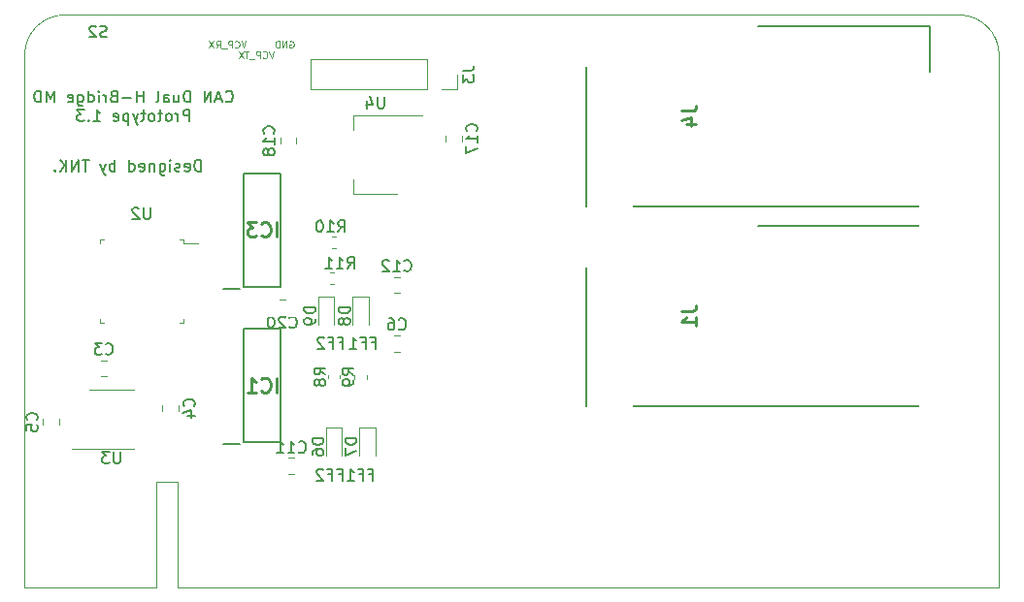
<source format=gbo>
G04 #@! TF.GenerationSoftware,KiCad,Pcbnew,(5.1.5)-3*
G04 #@! TF.CreationDate,2020-01-11T02:44:03+09:00*
G04 #@! TF.ProjectId,H-Bridge-MD,482d4272-6964-4676-952d-4d442e6b6963,rev?*
G04 #@! TF.SameCoordinates,Original*
G04 #@! TF.FileFunction,Legend,Bot*
G04 #@! TF.FilePolarity,Positive*
%FSLAX46Y46*%
G04 Gerber Fmt 4.6, Leading zero omitted, Abs format (unit mm)*
G04 Created by KiCad (PCBNEW (5.1.5)-3) date 2020-01-11 02:44:03*
%MOMM*%
%LPD*%
G04 APERTURE LIST*
%ADD10C,0.150000*%
%ADD11C,0.050000*%
%ADD12C,0.100000*%
%ADD13C,0.120000*%
%ADD14C,0.200000*%
%ADD15C,0.254000*%
%ADD16O,1.702000X1.702000*%
%ADD17R,1.702000X1.702000*%
%ADD18O,1.802000X1.802000*%
%ADD19R,1.802000X1.802000*%
%ADD20R,2.102000X3.902000*%
%ADD21R,2.102000X1.602000*%
%ADD22O,0.752000X0.752000*%
%ADD23R,0.752000X4.702000*%
%ADD24R,0.752000X3.702000*%
%ADD25C,5.202000*%
%ADD26O,2.902000X1.602000*%
%ADD27R,1.602000X0.752000*%
G04 APERTURE END LIST*
D10*
X65357142Y-53652380D02*
X65357142Y-52652380D01*
X65119047Y-52652380D01*
X64976190Y-52700000D01*
X64880952Y-52795238D01*
X64833333Y-52890476D01*
X64785714Y-53080952D01*
X64785714Y-53223809D01*
X64833333Y-53414285D01*
X64880952Y-53509523D01*
X64976190Y-53604761D01*
X65119047Y-53652380D01*
X65357142Y-53652380D01*
X63976190Y-53604761D02*
X64071428Y-53652380D01*
X64261904Y-53652380D01*
X64357142Y-53604761D01*
X64404761Y-53509523D01*
X64404761Y-53128571D01*
X64357142Y-53033333D01*
X64261904Y-52985714D01*
X64071428Y-52985714D01*
X63976190Y-53033333D01*
X63928571Y-53128571D01*
X63928571Y-53223809D01*
X64404761Y-53319047D01*
X63547619Y-53604761D02*
X63452380Y-53652380D01*
X63261904Y-53652380D01*
X63166666Y-53604761D01*
X63119047Y-53509523D01*
X63119047Y-53461904D01*
X63166666Y-53366666D01*
X63261904Y-53319047D01*
X63404761Y-53319047D01*
X63500000Y-53271428D01*
X63547619Y-53176190D01*
X63547619Y-53128571D01*
X63500000Y-53033333D01*
X63404761Y-52985714D01*
X63261904Y-52985714D01*
X63166666Y-53033333D01*
X62690476Y-53652380D02*
X62690476Y-52985714D01*
X62690476Y-52652380D02*
X62738095Y-52700000D01*
X62690476Y-52747619D01*
X62642857Y-52700000D01*
X62690476Y-52652380D01*
X62690476Y-52747619D01*
X61785714Y-52985714D02*
X61785714Y-53795238D01*
X61833333Y-53890476D01*
X61880952Y-53938095D01*
X61976190Y-53985714D01*
X62119047Y-53985714D01*
X62214285Y-53938095D01*
X61785714Y-53604761D02*
X61880952Y-53652380D01*
X62071428Y-53652380D01*
X62166666Y-53604761D01*
X62214285Y-53557142D01*
X62261904Y-53461904D01*
X62261904Y-53176190D01*
X62214285Y-53080952D01*
X62166666Y-53033333D01*
X62071428Y-52985714D01*
X61880952Y-52985714D01*
X61785714Y-53033333D01*
X61309523Y-52985714D02*
X61309523Y-53652380D01*
X61309523Y-53080952D02*
X61261904Y-53033333D01*
X61166666Y-52985714D01*
X61023809Y-52985714D01*
X60928571Y-53033333D01*
X60880952Y-53128571D01*
X60880952Y-53652380D01*
X60023809Y-53604761D02*
X60119047Y-53652380D01*
X60309523Y-53652380D01*
X60404761Y-53604761D01*
X60452380Y-53509523D01*
X60452380Y-53128571D01*
X60404761Y-53033333D01*
X60309523Y-52985714D01*
X60119047Y-52985714D01*
X60023809Y-53033333D01*
X59976190Y-53128571D01*
X59976190Y-53223809D01*
X60452380Y-53319047D01*
X59119047Y-53652380D02*
X59119047Y-52652380D01*
X59119047Y-53604761D02*
X59214285Y-53652380D01*
X59404761Y-53652380D01*
X59500000Y-53604761D01*
X59547619Y-53557142D01*
X59595238Y-53461904D01*
X59595238Y-53176190D01*
X59547619Y-53080952D01*
X59500000Y-53033333D01*
X59404761Y-52985714D01*
X59214285Y-52985714D01*
X59119047Y-53033333D01*
X57880952Y-53652380D02*
X57880952Y-52652380D01*
X57880952Y-53033333D02*
X57785714Y-52985714D01*
X57595238Y-52985714D01*
X57500000Y-53033333D01*
X57452380Y-53080952D01*
X57404761Y-53176190D01*
X57404761Y-53461904D01*
X57452380Y-53557142D01*
X57500000Y-53604761D01*
X57595238Y-53652380D01*
X57785714Y-53652380D01*
X57880952Y-53604761D01*
X57071428Y-52985714D02*
X56833333Y-53652380D01*
X56595238Y-52985714D02*
X56833333Y-53652380D01*
X56928571Y-53890476D01*
X56976190Y-53938095D01*
X57071428Y-53985714D01*
X55595238Y-52652380D02*
X55023809Y-52652380D01*
X55309523Y-53652380D02*
X55309523Y-52652380D01*
X54690476Y-53652380D02*
X54690476Y-52652380D01*
X54119047Y-53652380D01*
X54119047Y-52652380D01*
X53642857Y-53652380D02*
X53642857Y-52652380D01*
X53071428Y-53652380D02*
X53500000Y-53080952D01*
X53071428Y-52652380D02*
X53642857Y-53223809D01*
X52642857Y-53557142D02*
X52595238Y-53604761D01*
X52642857Y-53652380D01*
X52690476Y-53604761D01*
X52642857Y-53557142D01*
X52642857Y-53652380D01*
D11*
X50000000Y-90000000D02*
X61468000Y-90000000D01*
X63373000Y-90000000D02*
X135000000Y-90000000D01*
D12*
X73133342Y-42298400D02*
X73190485Y-42269828D01*
X73276200Y-42269828D01*
X73361914Y-42298400D01*
X73419057Y-42355542D01*
X73447628Y-42412685D01*
X73476200Y-42526971D01*
X73476200Y-42612685D01*
X73447628Y-42726971D01*
X73419057Y-42784114D01*
X73361914Y-42841257D01*
X73276200Y-42869828D01*
X73219057Y-42869828D01*
X73133342Y-42841257D01*
X73104771Y-42812685D01*
X73104771Y-42612685D01*
X73219057Y-42612685D01*
X72847628Y-42869828D02*
X72847628Y-42269828D01*
X72504771Y-42869828D01*
X72504771Y-42269828D01*
X72219057Y-42869828D02*
X72219057Y-42269828D01*
X72076200Y-42269828D01*
X71990485Y-42298400D01*
X71933342Y-42355542D01*
X71904771Y-42412685D01*
X71876200Y-42526971D01*
X71876200Y-42612685D01*
X71904771Y-42726971D01*
X71933342Y-42784114D01*
X71990485Y-42841257D01*
X72076200Y-42869828D01*
X72219057Y-42869828D01*
D11*
X63373000Y-80772000D02*
X61468000Y-80772000D01*
X50000000Y-43500000D02*
G75*
G02X53500000Y-40000000I3500000J0D01*
G01*
X131500000Y-40000000D02*
G75*
G02X135000000Y-43500000I0J-3500000D01*
G01*
D12*
X69290485Y-42269828D02*
X69090485Y-42869828D01*
X68890485Y-42269828D01*
X68347628Y-42812685D02*
X68376200Y-42841257D01*
X68461914Y-42869828D01*
X68519057Y-42869828D01*
X68604771Y-42841257D01*
X68661914Y-42784114D01*
X68690485Y-42726971D01*
X68719057Y-42612685D01*
X68719057Y-42526971D01*
X68690485Y-42412685D01*
X68661914Y-42355542D01*
X68604771Y-42298400D01*
X68519057Y-42269828D01*
X68461914Y-42269828D01*
X68376200Y-42298400D01*
X68347628Y-42326971D01*
X68090485Y-42869828D02*
X68090485Y-42269828D01*
X67861914Y-42269828D01*
X67804771Y-42298400D01*
X67776200Y-42326971D01*
X67747628Y-42384114D01*
X67747628Y-42469828D01*
X67776200Y-42526971D01*
X67804771Y-42555542D01*
X67861914Y-42584114D01*
X68090485Y-42584114D01*
X67633342Y-42926971D02*
X67176200Y-42926971D01*
X66690485Y-42869828D02*
X66890485Y-42584114D01*
X67033342Y-42869828D02*
X67033342Y-42269828D01*
X66804771Y-42269828D01*
X66747628Y-42298400D01*
X66719057Y-42326971D01*
X66690485Y-42384114D01*
X66690485Y-42469828D01*
X66719057Y-42526971D01*
X66747628Y-42555542D01*
X66804771Y-42584114D01*
X67033342Y-42584114D01*
X66490485Y-42269828D02*
X66090485Y-42869828D01*
X66090485Y-42269828D02*
X66490485Y-42869828D01*
X71719057Y-43169828D02*
X71519057Y-43769828D01*
X71319057Y-43169828D01*
X70776200Y-43712685D02*
X70804771Y-43741257D01*
X70890485Y-43769828D01*
X70947628Y-43769828D01*
X71033342Y-43741257D01*
X71090485Y-43684114D01*
X71119057Y-43626971D01*
X71147628Y-43512685D01*
X71147628Y-43426971D01*
X71119057Y-43312685D01*
X71090485Y-43255542D01*
X71033342Y-43198400D01*
X70947628Y-43169828D01*
X70890485Y-43169828D01*
X70804771Y-43198400D01*
X70776200Y-43226971D01*
X70519057Y-43769828D02*
X70519057Y-43169828D01*
X70290485Y-43169828D01*
X70233342Y-43198400D01*
X70204771Y-43226971D01*
X70176200Y-43284114D01*
X70176200Y-43369828D01*
X70204771Y-43426971D01*
X70233342Y-43455542D01*
X70290485Y-43484114D01*
X70519057Y-43484114D01*
X70061914Y-43826971D02*
X69604771Y-43826971D01*
X69547628Y-43169828D02*
X69204771Y-43169828D01*
X69376200Y-43769828D02*
X69376200Y-43169828D01*
X69061914Y-43169828D02*
X68661914Y-43769828D01*
X68661914Y-43169828D02*
X69061914Y-43769828D01*
D10*
X80261904Y-68626571D02*
X80595238Y-68626571D01*
X80595238Y-69150380D02*
X80595238Y-68150380D01*
X80119047Y-68150380D01*
X79404761Y-68626571D02*
X79738095Y-68626571D01*
X79738095Y-69150380D02*
X79738095Y-68150380D01*
X79261904Y-68150380D01*
X78357142Y-69150380D02*
X78928571Y-69150380D01*
X78642857Y-69150380D02*
X78642857Y-68150380D01*
X78738095Y-68293238D01*
X78833333Y-68388476D01*
X78928571Y-68436095D01*
X77439904Y-68626571D02*
X77773238Y-68626571D01*
X77773238Y-69150380D02*
X77773238Y-68150380D01*
X77297047Y-68150380D01*
X76582761Y-68626571D02*
X76916095Y-68626571D01*
X76916095Y-69150380D02*
X76916095Y-68150380D01*
X76439904Y-68150380D01*
X76106571Y-68245619D02*
X76058952Y-68198000D01*
X75963714Y-68150380D01*
X75725619Y-68150380D01*
X75630380Y-68198000D01*
X75582761Y-68245619D01*
X75535142Y-68340857D01*
X75535142Y-68436095D01*
X75582761Y-68578952D01*
X76154190Y-69150380D01*
X75535142Y-69150380D01*
X77361904Y-80128571D02*
X77695238Y-80128571D01*
X77695238Y-80652380D02*
X77695238Y-79652380D01*
X77219047Y-79652380D01*
X76504761Y-80128571D02*
X76838095Y-80128571D01*
X76838095Y-80652380D02*
X76838095Y-79652380D01*
X76361904Y-79652380D01*
X76028571Y-79747619D02*
X75980952Y-79700000D01*
X75885714Y-79652380D01*
X75647619Y-79652380D01*
X75552380Y-79700000D01*
X75504761Y-79747619D01*
X75457142Y-79842857D01*
X75457142Y-79938095D01*
X75504761Y-80080952D01*
X76076190Y-80652380D01*
X75457142Y-80652380D01*
X80061904Y-80128571D02*
X80395238Y-80128571D01*
X80395238Y-80652380D02*
X80395238Y-79652380D01*
X79919047Y-79652380D01*
X79204761Y-80128571D02*
X79538095Y-80128571D01*
X79538095Y-80652380D02*
X79538095Y-79652380D01*
X79061904Y-79652380D01*
X78157142Y-80652380D02*
X78728571Y-80652380D01*
X78442857Y-80652380D02*
X78442857Y-79652380D01*
X78538095Y-79795238D01*
X78633333Y-79890476D01*
X78728571Y-79938095D01*
D11*
X63373000Y-80772000D02*
X63373000Y-90000000D01*
X61468000Y-90000000D02*
X61468000Y-80772000D01*
D10*
X67547619Y-47532142D02*
X67595238Y-47579761D01*
X67738095Y-47627380D01*
X67833333Y-47627380D01*
X67976190Y-47579761D01*
X68071428Y-47484523D01*
X68119047Y-47389285D01*
X68166666Y-47198809D01*
X68166666Y-47055952D01*
X68119047Y-46865476D01*
X68071428Y-46770238D01*
X67976190Y-46675000D01*
X67833333Y-46627380D01*
X67738095Y-46627380D01*
X67595238Y-46675000D01*
X67547619Y-46722619D01*
X67166666Y-47341666D02*
X66690476Y-47341666D01*
X67261904Y-47627380D02*
X66928571Y-46627380D01*
X66595238Y-47627380D01*
X66261904Y-47627380D02*
X66261904Y-46627380D01*
X65690476Y-47627380D01*
X65690476Y-46627380D01*
X64452380Y-47627380D02*
X64452380Y-46627380D01*
X64214285Y-46627380D01*
X64071428Y-46675000D01*
X63976190Y-46770238D01*
X63928571Y-46865476D01*
X63880952Y-47055952D01*
X63880952Y-47198809D01*
X63928571Y-47389285D01*
X63976190Y-47484523D01*
X64071428Y-47579761D01*
X64214285Y-47627380D01*
X64452380Y-47627380D01*
X63023809Y-46960714D02*
X63023809Y-47627380D01*
X63452380Y-46960714D02*
X63452380Y-47484523D01*
X63404761Y-47579761D01*
X63309523Y-47627380D01*
X63166666Y-47627380D01*
X63071428Y-47579761D01*
X63023809Y-47532142D01*
X62119047Y-47627380D02*
X62119047Y-47103571D01*
X62166666Y-47008333D01*
X62261904Y-46960714D01*
X62452380Y-46960714D01*
X62547619Y-47008333D01*
X62119047Y-47579761D02*
X62214285Y-47627380D01*
X62452380Y-47627380D01*
X62547619Y-47579761D01*
X62595238Y-47484523D01*
X62595238Y-47389285D01*
X62547619Y-47294047D01*
X62452380Y-47246428D01*
X62214285Y-47246428D01*
X62119047Y-47198809D01*
X61500000Y-47627380D02*
X61595238Y-47579761D01*
X61642857Y-47484523D01*
X61642857Y-46627380D01*
X60357142Y-47627380D02*
X60357142Y-46627380D01*
X60357142Y-47103571D02*
X59785714Y-47103571D01*
X59785714Y-47627380D02*
X59785714Y-46627380D01*
X59309523Y-47246428D02*
X58547619Y-47246428D01*
X57738095Y-47103571D02*
X57595238Y-47151190D01*
X57547619Y-47198809D01*
X57500000Y-47294047D01*
X57500000Y-47436904D01*
X57547619Y-47532142D01*
X57595238Y-47579761D01*
X57690476Y-47627380D01*
X58071428Y-47627380D01*
X58071428Y-46627380D01*
X57738095Y-46627380D01*
X57642857Y-46675000D01*
X57595238Y-46722619D01*
X57547619Y-46817857D01*
X57547619Y-46913095D01*
X57595238Y-47008333D01*
X57642857Y-47055952D01*
X57738095Y-47103571D01*
X58071428Y-47103571D01*
X57071428Y-47627380D02*
X57071428Y-46960714D01*
X57071428Y-47151190D02*
X57023809Y-47055952D01*
X56976190Y-47008333D01*
X56880952Y-46960714D01*
X56785714Y-46960714D01*
X56452380Y-47627380D02*
X56452380Y-46960714D01*
X56452380Y-46627380D02*
X56500000Y-46675000D01*
X56452380Y-46722619D01*
X56404761Y-46675000D01*
X56452380Y-46627380D01*
X56452380Y-46722619D01*
X55547619Y-47627380D02*
X55547619Y-46627380D01*
X55547619Y-47579761D02*
X55642857Y-47627380D01*
X55833333Y-47627380D01*
X55928571Y-47579761D01*
X55976190Y-47532142D01*
X56023809Y-47436904D01*
X56023809Y-47151190D01*
X55976190Y-47055952D01*
X55928571Y-47008333D01*
X55833333Y-46960714D01*
X55642857Y-46960714D01*
X55547619Y-47008333D01*
X54642857Y-46960714D02*
X54642857Y-47770238D01*
X54690476Y-47865476D01*
X54738095Y-47913095D01*
X54833333Y-47960714D01*
X54976190Y-47960714D01*
X55071428Y-47913095D01*
X54642857Y-47579761D02*
X54738095Y-47627380D01*
X54928571Y-47627380D01*
X55023809Y-47579761D01*
X55071428Y-47532142D01*
X55119047Y-47436904D01*
X55119047Y-47151190D01*
X55071428Y-47055952D01*
X55023809Y-47008333D01*
X54928571Y-46960714D01*
X54738095Y-46960714D01*
X54642857Y-47008333D01*
X53785714Y-47579761D02*
X53880952Y-47627380D01*
X54071428Y-47627380D01*
X54166666Y-47579761D01*
X54214285Y-47484523D01*
X54214285Y-47103571D01*
X54166666Y-47008333D01*
X54071428Y-46960714D01*
X53880952Y-46960714D01*
X53785714Y-47008333D01*
X53738095Y-47103571D01*
X53738095Y-47198809D01*
X54214285Y-47294047D01*
X52547619Y-47627380D02*
X52547619Y-46627380D01*
X52214285Y-47341666D01*
X51880952Y-46627380D01*
X51880952Y-47627380D01*
X51404761Y-47627380D02*
X51404761Y-46627380D01*
X51166666Y-46627380D01*
X51023809Y-46675000D01*
X50928571Y-46770238D01*
X50880952Y-46865476D01*
X50833333Y-47055952D01*
X50833333Y-47198809D01*
X50880952Y-47389285D01*
X50928571Y-47484523D01*
X51023809Y-47579761D01*
X51166666Y-47627380D01*
X51404761Y-47627380D01*
X64380952Y-49277380D02*
X64380952Y-48277380D01*
X64000000Y-48277380D01*
X63904761Y-48325000D01*
X63857142Y-48372619D01*
X63809523Y-48467857D01*
X63809523Y-48610714D01*
X63857142Y-48705952D01*
X63904761Y-48753571D01*
X64000000Y-48801190D01*
X64380952Y-48801190D01*
X63380952Y-49277380D02*
X63380952Y-48610714D01*
X63380952Y-48801190D02*
X63333333Y-48705952D01*
X63285714Y-48658333D01*
X63190476Y-48610714D01*
X63095238Y-48610714D01*
X62619047Y-49277380D02*
X62714285Y-49229761D01*
X62761904Y-49182142D01*
X62809523Y-49086904D01*
X62809523Y-48801190D01*
X62761904Y-48705952D01*
X62714285Y-48658333D01*
X62619047Y-48610714D01*
X62476190Y-48610714D01*
X62380952Y-48658333D01*
X62333333Y-48705952D01*
X62285714Y-48801190D01*
X62285714Y-49086904D01*
X62333333Y-49182142D01*
X62380952Y-49229761D01*
X62476190Y-49277380D01*
X62619047Y-49277380D01*
X62000000Y-48610714D02*
X61619047Y-48610714D01*
X61857142Y-48277380D02*
X61857142Y-49134523D01*
X61809523Y-49229761D01*
X61714285Y-49277380D01*
X61619047Y-49277380D01*
X61142857Y-49277380D02*
X61238095Y-49229761D01*
X61285714Y-49182142D01*
X61333333Y-49086904D01*
X61333333Y-48801190D01*
X61285714Y-48705952D01*
X61238095Y-48658333D01*
X61142857Y-48610714D01*
X61000000Y-48610714D01*
X60904761Y-48658333D01*
X60857142Y-48705952D01*
X60809523Y-48801190D01*
X60809523Y-49086904D01*
X60857142Y-49182142D01*
X60904761Y-49229761D01*
X61000000Y-49277380D01*
X61142857Y-49277380D01*
X60523809Y-48610714D02*
X60142857Y-48610714D01*
X60380952Y-48277380D02*
X60380952Y-49134523D01*
X60333333Y-49229761D01*
X60238095Y-49277380D01*
X60142857Y-49277380D01*
X59904761Y-48610714D02*
X59666666Y-49277380D01*
X59428571Y-48610714D02*
X59666666Y-49277380D01*
X59761904Y-49515476D01*
X59809523Y-49563095D01*
X59904761Y-49610714D01*
X59047619Y-48610714D02*
X59047619Y-49610714D01*
X59047619Y-48658333D02*
X58952380Y-48610714D01*
X58761904Y-48610714D01*
X58666666Y-48658333D01*
X58619047Y-48705952D01*
X58571428Y-48801190D01*
X58571428Y-49086904D01*
X58619047Y-49182142D01*
X58666666Y-49229761D01*
X58761904Y-49277380D01*
X58952380Y-49277380D01*
X59047619Y-49229761D01*
X57761904Y-49229761D02*
X57857142Y-49277380D01*
X58047619Y-49277380D01*
X58142857Y-49229761D01*
X58190476Y-49134523D01*
X58190476Y-48753571D01*
X58142857Y-48658333D01*
X58047619Y-48610714D01*
X57857142Y-48610714D01*
X57761904Y-48658333D01*
X57714285Y-48753571D01*
X57714285Y-48848809D01*
X58190476Y-48944047D01*
X56000000Y-49277380D02*
X56571428Y-49277380D01*
X56285714Y-49277380D02*
X56285714Y-48277380D01*
X56380952Y-48420238D01*
X56476190Y-48515476D01*
X56571428Y-48563095D01*
X55571428Y-49182142D02*
X55523809Y-49229761D01*
X55571428Y-49277380D01*
X55619047Y-49229761D01*
X55571428Y-49182142D01*
X55571428Y-49277380D01*
X55190476Y-48277380D02*
X54571428Y-48277380D01*
X54904761Y-48658333D01*
X54761904Y-48658333D01*
X54666666Y-48705952D01*
X54619047Y-48753571D01*
X54571428Y-48848809D01*
X54571428Y-49086904D01*
X54619047Y-49182142D01*
X54666666Y-49229761D01*
X54761904Y-49277380D01*
X55047619Y-49277380D01*
X55142857Y-49229761D01*
X55190476Y-49182142D01*
D11*
X131500000Y-40000000D02*
X53500000Y-40000000D01*
X50000000Y-43500000D02*
X50000000Y-90000000D01*
X135000000Y-43500000D02*
X135000000Y-90000000D01*
D13*
X76985000Y-64565000D02*
X76985000Y-67050000D01*
X75615000Y-64565000D02*
X76985000Y-64565000D01*
X75615000Y-67050000D02*
X75615000Y-64565000D01*
X79985000Y-64565000D02*
X79985000Y-67050000D01*
X78615000Y-64565000D02*
X79985000Y-64565000D01*
X78615000Y-67050000D02*
X78615000Y-64565000D01*
X80585000Y-76002500D02*
X80585000Y-78487500D01*
X79215000Y-76002500D02*
X80585000Y-76002500D01*
X79215000Y-78487500D02*
X79215000Y-76002500D01*
X77685000Y-76015000D02*
X77685000Y-78500000D01*
X76315000Y-76015000D02*
X77685000Y-76015000D01*
X76315000Y-78500000D02*
X76315000Y-76015000D01*
X78690000Y-55610000D02*
X78690000Y-54350000D01*
X78690000Y-48790000D02*
X78690000Y-50050000D01*
X82450000Y-55610000D02*
X78690000Y-55610000D01*
X84700000Y-48790000D02*
X78690000Y-48790000D01*
X73710000Y-50741422D02*
X73710000Y-51258578D01*
X72290000Y-50741422D02*
X72290000Y-51258578D01*
X86690000Y-51058578D02*
X86690000Y-50541422D01*
X88110000Y-51058578D02*
X88110000Y-50541422D01*
X87740800Y-46530000D02*
X87740800Y-45200000D01*
X86410800Y-46530000D02*
X87740800Y-46530000D01*
X85140800Y-46530000D02*
X85140800Y-43870000D01*
X85140800Y-43870000D02*
X74920800Y-43870000D01*
X85140800Y-46530000D02*
X74920800Y-46530000D01*
X74920800Y-46530000D02*
X74920800Y-43870000D01*
D14*
X99000000Y-44550000D02*
X99000000Y-56703000D01*
X99000000Y-56703000D02*
X128964000Y-56700000D01*
X128964000Y-56700000D02*
X128950000Y-40950000D01*
X128960000Y-40950000D02*
X114000000Y-40968000D01*
X99000000Y-62050000D02*
X99000000Y-74203000D01*
X99000000Y-74203000D02*
X128964000Y-74200000D01*
X128964000Y-74200000D02*
X128950000Y-58450000D01*
X128960000Y-58450000D02*
X114000000Y-58468000D01*
D13*
X76649721Y-62490000D02*
X76975279Y-62490000D01*
X76649721Y-63510000D02*
X76975279Y-63510000D01*
X76824721Y-59390000D02*
X77150279Y-59390000D01*
X76824721Y-60410000D02*
X77150279Y-60410000D01*
X78790000Y-71437221D02*
X78790000Y-71762779D01*
X79810000Y-71437221D02*
X79810000Y-71762779D01*
X76490000Y-71424721D02*
X76490000Y-71750279D01*
X77510000Y-71424721D02*
X77510000Y-71750279D01*
X51590000Y-75821078D02*
X51590000Y-75303922D01*
X53010000Y-75821078D02*
X53010000Y-75303922D01*
X57575000Y-77860000D02*
X54125000Y-77860000D01*
X57575000Y-77860000D02*
X59525000Y-77860000D01*
X57575000Y-72740000D02*
X55625000Y-72740000D01*
X57575000Y-72740000D02*
X59525000Y-72740000D01*
X63808000Y-59936000D02*
X65123000Y-59936000D01*
X63808000Y-59636000D02*
X63808000Y-59936000D01*
X63508000Y-59636000D02*
X63808000Y-59636000D01*
X56588000Y-59636000D02*
X56588000Y-59936000D01*
X56888000Y-59636000D02*
X56588000Y-59636000D01*
X63808000Y-66856000D02*
X63808000Y-66556000D01*
X63508000Y-66856000D02*
X63808000Y-66856000D01*
X56588000Y-66856000D02*
X56588000Y-66556000D01*
X56888000Y-66856000D02*
X56588000Y-66856000D01*
D14*
X69139000Y-63751000D02*
X72339000Y-63751000D01*
X72339000Y-63751000D02*
X72339000Y-53851000D01*
X72339000Y-53851000D02*
X69139000Y-53851000D01*
X69139000Y-53851000D02*
X69139000Y-63751000D01*
X67289000Y-63921000D02*
X68789000Y-63921000D01*
X69139000Y-77340000D02*
X72339000Y-77340000D01*
X72339000Y-77340000D02*
X72339000Y-67440000D01*
X72339000Y-67440000D02*
X69139000Y-67440000D01*
X69139000Y-67440000D02*
X69139000Y-77340000D01*
X67289000Y-77510000D02*
X68789000Y-77510000D01*
D13*
X72203922Y-66310000D02*
X72721078Y-66310000D01*
X72203922Y-64890000D02*
X72721078Y-64890000D01*
X73003922Y-80110000D02*
X73521078Y-80110000D01*
X73003922Y-78690000D02*
X73521078Y-78690000D01*
X82721078Y-62890000D02*
X82203922Y-62890000D01*
X82721078Y-64310000D02*
X82203922Y-64310000D01*
X82721078Y-67990000D02*
X82203922Y-67990000D01*
X82721078Y-69410000D02*
X82203922Y-69410000D01*
X62028000Y-74596078D02*
X62028000Y-74078922D01*
X63448000Y-74596078D02*
X63448000Y-74078922D01*
X57154578Y-70156000D02*
X56637422Y-70156000D01*
X57154578Y-71576000D02*
X56637422Y-71576000D01*
D10*
X57161904Y-41904761D02*
X57019047Y-41952380D01*
X56780952Y-41952380D01*
X56685714Y-41904761D01*
X56638095Y-41857142D01*
X56590476Y-41761904D01*
X56590476Y-41666666D01*
X56638095Y-41571428D01*
X56685714Y-41523809D01*
X56780952Y-41476190D01*
X56971428Y-41428571D01*
X57066666Y-41380952D01*
X57114285Y-41333333D01*
X57161904Y-41238095D01*
X57161904Y-41142857D01*
X57114285Y-41047619D01*
X57066666Y-41000000D01*
X56971428Y-40952380D01*
X56733333Y-40952380D01*
X56590476Y-41000000D01*
X56209523Y-41047619D02*
X56161904Y-41000000D01*
X56066666Y-40952380D01*
X55828571Y-40952380D01*
X55733333Y-41000000D01*
X55685714Y-41047619D01*
X55638095Y-41142857D01*
X55638095Y-41238095D01*
X55685714Y-41380952D01*
X56257142Y-41952380D01*
X55638095Y-41952380D01*
X75372380Y-65511904D02*
X74372380Y-65511904D01*
X74372380Y-65750000D01*
X74420000Y-65892857D01*
X74515238Y-65988095D01*
X74610476Y-66035714D01*
X74800952Y-66083333D01*
X74943809Y-66083333D01*
X75134285Y-66035714D01*
X75229523Y-65988095D01*
X75324761Y-65892857D01*
X75372380Y-65750000D01*
X75372380Y-65511904D01*
X75372380Y-66559523D02*
X75372380Y-66750000D01*
X75324761Y-66845238D01*
X75277142Y-66892857D01*
X75134285Y-66988095D01*
X74943809Y-67035714D01*
X74562857Y-67035714D01*
X74467619Y-66988095D01*
X74420000Y-66940476D01*
X74372380Y-66845238D01*
X74372380Y-66654761D01*
X74420000Y-66559523D01*
X74467619Y-66511904D01*
X74562857Y-66464285D01*
X74800952Y-66464285D01*
X74896190Y-66511904D01*
X74943809Y-66559523D01*
X74991428Y-66654761D01*
X74991428Y-66845238D01*
X74943809Y-66940476D01*
X74896190Y-66988095D01*
X74800952Y-67035714D01*
X78372380Y-65511904D02*
X77372380Y-65511904D01*
X77372380Y-65750000D01*
X77420000Y-65892857D01*
X77515238Y-65988095D01*
X77610476Y-66035714D01*
X77800952Y-66083333D01*
X77943809Y-66083333D01*
X78134285Y-66035714D01*
X78229523Y-65988095D01*
X78324761Y-65892857D01*
X78372380Y-65750000D01*
X78372380Y-65511904D01*
X77800952Y-66654761D02*
X77753333Y-66559523D01*
X77705714Y-66511904D01*
X77610476Y-66464285D01*
X77562857Y-66464285D01*
X77467619Y-66511904D01*
X77420000Y-66559523D01*
X77372380Y-66654761D01*
X77372380Y-66845238D01*
X77420000Y-66940476D01*
X77467619Y-66988095D01*
X77562857Y-67035714D01*
X77610476Y-67035714D01*
X77705714Y-66988095D01*
X77753333Y-66940476D01*
X77800952Y-66845238D01*
X77800952Y-66654761D01*
X77848571Y-66559523D01*
X77896190Y-66511904D01*
X77991428Y-66464285D01*
X78181904Y-66464285D01*
X78277142Y-66511904D01*
X78324761Y-66559523D01*
X78372380Y-66654761D01*
X78372380Y-66845238D01*
X78324761Y-66940476D01*
X78277142Y-66988095D01*
X78181904Y-67035714D01*
X77991428Y-67035714D01*
X77896190Y-66988095D01*
X77848571Y-66940476D01*
X77800952Y-66845238D01*
X78952380Y-76949404D02*
X77952380Y-76949404D01*
X77952380Y-77187500D01*
X78000000Y-77330357D01*
X78095238Y-77425595D01*
X78190476Y-77473214D01*
X78380952Y-77520833D01*
X78523809Y-77520833D01*
X78714285Y-77473214D01*
X78809523Y-77425595D01*
X78904761Y-77330357D01*
X78952380Y-77187500D01*
X78952380Y-76949404D01*
X77952380Y-77854166D02*
X77952380Y-78520833D01*
X78952380Y-78092261D01*
X76072380Y-76961904D02*
X75072380Y-76961904D01*
X75072380Y-77200000D01*
X75120000Y-77342857D01*
X75215238Y-77438095D01*
X75310476Y-77485714D01*
X75500952Y-77533333D01*
X75643809Y-77533333D01*
X75834285Y-77485714D01*
X75929523Y-77438095D01*
X76024761Y-77342857D01*
X76072380Y-77200000D01*
X76072380Y-76961904D01*
X75072380Y-78390476D02*
X75072380Y-78200000D01*
X75120000Y-78104761D01*
X75167619Y-78057142D01*
X75310476Y-77961904D01*
X75500952Y-77914285D01*
X75881904Y-77914285D01*
X75977142Y-77961904D01*
X76024761Y-78009523D01*
X76072380Y-78104761D01*
X76072380Y-78295238D01*
X76024761Y-78390476D01*
X75977142Y-78438095D01*
X75881904Y-78485714D01*
X75643809Y-78485714D01*
X75548571Y-78438095D01*
X75500952Y-78390476D01*
X75453333Y-78295238D01*
X75453333Y-78104761D01*
X75500952Y-78009523D01*
X75548571Y-77961904D01*
X75643809Y-77914285D01*
X81361904Y-47152380D02*
X81361904Y-47961904D01*
X81314285Y-48057142D01*
X81266666Y-48104761D01*
X81171428Y-48152380D01*
X80980952Y-48152380D01*
X80885714Y-48104761D01*
X80838095Y-48057142D01*
X80790476Y-47961904D01*
X80790476Y-47152380D01*
X79885714Y-47485714D02*
X79885714Y-48152380D01*
X80123809Y-47104761D02*
X80361904Y-47819047D01*
X79742857Y-47819047D01*
X71707142Y-50357142D02*
X71754761Y-50309523D01*
X71802380Y-50166666D01*
X71802380Y-50071428D01*
X71754761Y-49928571D01*
X71659523Y-49833333D01*
X71564285Y-49785714D01*
X71373809Y-49738095D01*
X71230952Y-49738095D01*
X71040476Y-49785714D01*
X70945238Y-49833333D01*
X70850000Y-49928571D01*
X70802380Y-50071428D01*
X70802380Y-50166666D01*
X70850000Y-50309523D01*
X70897619Y-50357142D01*
X71802380Y-51309523D02*
X71802380Y-50738095D01*
X71802380Y-51023809D02*
X70802380Y-51023809D01*
X70945238Y-50928571D01*
X71040476Y-50833333D01*
X71088095Y-50738095D01*
X71230952Y-51880952D02*
X71183333Y-51785714D01*
X71135714Y-51738095D01*
X71040476Y-51690476D01*
X70992857Y-51690476D01*
X70897619Y-51738095D01*
X70850000Y-51785714D01*
X70802380Y-51880952D01*
X70802380Y-52071428D01*
X70850000Y-52166666D01*
X70897619Y-52214285D01*
X70992857Y-52261904D01*
X71040476Y-52261904D01*
X71135714Y-52214285D01*
X71183333Y-52166666D01*
X71230952Y-52071428D01*
X71230952Y-51880952D01*
X71278571Y-51785714D01*
X71326190Y-51738095D01*
X71421428Y-51690476D01*
X71611904Y-51690476D01*
X71707142Y-51738095D01*
X71754761Y-51785714D01*
X71802380Y-51880952D01*
X71802380Y-52071428D01*
X71754761Y-52166666D01*
X71707142Y-52214285D01*
X71611904Y-52261904D01*
X71421428Y-52261904D01*
X71326190Y-52214285D01*
X71278571Y-52166666D01*
X71230952Y-52071428D01*
X89407142Y-50157142D02*
X89454761Y-50109523D01*
X89502380Y-49966666D01*
X89502380Y-49871428D01*
X89454761Y-49728571D01*
X89359523Y-49633333D01*
X89264285Y-49585714D01*
X89073809Y-49538095D01*
X88930952Y-49538095D01*
X88740476Y-49585714D01*
X88645238Y-49633333D01*
X88550000Y-49728571D01*
X88502380Y-49871428D01*
X88502380Y-49966666D01*
X88550000Y-50109523D01*
X88597619Y-50157142D01*
X89502380Y-51109523D02*
X89502380Y-50538095D01*
X89502380Y-50823809D02*
X88502380Y-50823809D01*
X88645238Y-50728571D01*
X88740476Y-50633333D01*
X88788095Y-50538095D01*
X88502380Y-51442857D02*
X88502380Y-52109523D01*
X89502380Y-51680952D01*
X88193180Y-44866666D02*
X88907466Y-44866666D01*
X89050323Y-44819047D01*
X89145561Y-44723809D01*
X89193180Y-44580952D01*
X89193180Y-44485714D01*
X88193180Y-45247619D02*
X88193180Y-45866666D01*
X88574133Y-45533333D01*
X88574133Y-45676190D01*
X88621752Y-45771428D01*
X88669371Y-45819047D01*
X88764609Y-45866666D01*
X89002704Y-45866666D01*
X89097942Y-45819047D01*
X89145561Y-45771428D01*
X89193180Y-45676190D01*
X89193180Y-45390476D01*
X89145561Y-45295238D01*
X89097942Y-45247619D01*
D15*
X107304523Y-48376666D02*
X108211666Y-48376666D01*
X108393095Y-48316190D01*
X108514047Y-48195238D01*
X108574523Y-48013809D01*
X108574523Y-47892857D01*
X107727857Y-49525714D02*
X108574523Y-49525714D01*
X107244047Y-49223333D02*
X108151190Y-48920952D01*
X108151190Y-49707142D01*
X107304523Y-65876666D02*
X108211666Y-65876666D01*
X108393095Y-65816190D01*
X108514047Y-65695238D01*
X108574523Y-65513809D01*
X108574523Y-65392857D01*
X108574523Y-67146666D02*
X108574523Y-66420952D01*
X108574523Y-66783809D02*
X107304523Y-66783809D01*
X107485952Y-66662857D01*
X107606904Y-66541904D01*
X107667380Y-66420952D01*
D10*
X78142857Y-62152380D02*
X78476190Y-61676190D01*
X78714285Y-62152380D02*
X78714285Y-61152380D01*
X78333333Y-61152380D01*
X78238095Y-61200000D01*
X78190476Y-61247619D01*
X78142857Y-61342857D01*
X78142857Y-61485714D01*
X78190476Y-61580952D01*
X78238095Y-61628571D01*
X78333333Y-61676190D01*
X78714285Y-61676190D01*
X77190476Y-62152380D02*
X77761904Y-62152380D01*
X77476190Y-62152380D02*
X77476190Y-61152380D01*
X77571428Y-61295238D01*
X77666666Y-61390476D01*
X77761904Y-61438095D01*
X76238095Y-62152380D02*
X76809523Y-62152380D01*
X76523809Y-62152380D02*
X76523809Y-61152380D01*
X76619047Y-61295238D01*
X76714285Y-61390476D01*
X76809523Y-61438095D01*
X77342857Y-58952380D02*
X77676190Y-58476190D01*
X77914285Y-58952380D02*
X77914285Y-57952380D01*
X77533333Y-57952380D01*
X77438095Y-58000000D01*
X77390476Y-58047619D01*
X77342857Y-58142857D01*
X77342857Y-58285714D01*
X77390476Y-58380952D01*
X77438095Y-58428571D01*
X77533333Y-58476190D01*
X77914285Y-58476190D01*
X76390476Y-58952380D02*
X76961904Y-58952380D01*
X76676190Y-58952380D02*
X76676190Y-57952380D01*
X76771428Y-58095238D01*
X76866666Y-58190476D01*
X76961904Y-58238095D01*
X75771428Y-57952380D02*
X75676190Y-57952380D01*
X75580952Y-58000000D01*
X75533333Y-58047619D01*
X75485714Y-58142857D01*
X75438095Y-58333333D01*
X75438095Y-58571428D01*
X75485714Y-58761904D01*
X75533333Y-58857142D01*
X75580952Y-58904761D01*
X75676190Y-58952380D01*
X75771428Y-58952380D01*
X75866666Y-58904761D01*
X75914285Y-58857142D01*
X75961904Y-58761904D01*
X76009523Y-58571428D01*
X76009523Y-58333333D01*
X75961904Y-58142857D01*
X75914285Y-58047619D01*
X75866666Y-58000000D01*
X75771428Y-57952380D01*
X78702380Y-71433333D02*
X78226190Y-71100000D01*
X78702380Y-70861904D02*
X77702380Y-70861904D01*
X77702380Y-71242857D01*
X77750000Y-71338095D01*
X77797619Y-71385714D01*
X77892857Y-71433333D01*
X78035714Y-71433333D01*
X78130952Y-71385714D01*
X78178571Y-71338095D01*
X78226190Y-71242857D01*
X78226190Y-70861904D01*
X78702380Y-71909523D02*
X78702380Y-72100000D01*
X78654761Y-72195238D01*
X78607142Y-72242857D01*
X78464285Y-72338095D01*
X78273809Y-72385714D01*
X77892857Y-72385714D01*
X77797619Y-72338095D01*
X77750000Y-72290476D01*
X77702380Y-72195238D01*
X77702380Y-72004761D01*
X77750000Y-71909523D01*
X77797619Y-71861904D01*
X77892857Y-71814285D01*
X78130952Y-71814285D01*
X78226190Y-71861904D01*
X78273809Y-71909523D01*
X78321428Y-72004761D01*
X78321428Y-72195238D01*
X78273809Y-72290476D01*
X78226190Y-72338095D01*
X78130952Y-72385714D01*
X76252380Y-71420833D02*
X75776190Y-71087500D01*
X76252380Y-70849404D02*
X75252380Y-70849404D01*
X75252380Y-71230357D01*
X75300000Y-71325595D01*
X75347619Y-71373214D01*
X75442857Y-71420833D01*
X75585714Y-71420833D01*
X75680952Y-71373214D01*
X75728571Y-71325595D01*
X75776190Y-71230357D01*
X75776190Y-70849404D01*
X75680952Y-71992261D02*
X75633333Y-71897023D01*
X75585714Y-71849404D01*
X75490476Y-71801785D01*
X75442857Y-71801785D01*
X75347619Y-71849404D01*
X75300000Y-71897023D01*
X75252380Y-71992261D01*
X75252380Y-72182738D01*
X75300000Y-72277976D01*
X75347619Y-72325595D01*
X75442857Y-72373214D01*
X75490476Y-72373214D01*
X75585714Y-72325595D01*
X75633333Y-72277976D01*
X75680952Y-72182738D01*
X75680952Y-71992261D01*
X75728571Y-71897023D01*
X75776190Y-71849404D01*
X75871428Y-71801785D01*
X76061904Y-71801785D01*
X76157142Y-71849404D01*
X76204761Y-71897023D01*
X76252380Y-71992261D01*
X76252380Y-72182738D01*
X76204761Y-72277976D01*
X76157142Y-72325595D01*
X76061904Y-72373214D01*
X75871428Y-72373214D01*
X75776190Y-72325595D01*
X75728571Y-72277976D01*
X75680952Y-72182738D01*
X51057142Y-75395833D02*
X51104761Y-75348214D01*
X51152380Y-75205357D01*
X51152380Y-75110119D01*
X51104761Y-74967261D01*
X51009523Y-74872023D01*
X50914285Y-74824404D01*
X50723809Y-74776785D01*
X50580952Y-74776785D01*
X50390476Y-74824404D01*
X50295238Y-74872023D01*
X50200000Y-74967261D01*
X50152380Y-75110119D01*
X50152380Y-75205357D01*
X50200000Y-75348214D01*
X50247619Y-75395833D01*
X50152380Y-76300595D02*
X50152380Y-75824404D01*
X50628571Y-75776785D01*
X50580952Y-75824404D01*
X50533333Y-75919642D01*
X50533333Y-76157738D01*
X50580952Y-76252976D01*
X50628571Y-76300595D01*
X50723809Y-76348214D01*
X50961904Y-76348214D01*
X51057142Y-76300595D01*
X51104761Y-76252976D01*
X51152380Y-76157738D01*
X51152380Y-75919642D01*
X51104761Y-75824404D01*
X51057142Y-75776785D01*
X58336904Y-78152380D02*
X58336904Y-78961904D01*
X58289285Y-79057142D01*
X58241666Y-79104761D01*
X58146428Y-79152380D01*
X57955952Y-79152380D01*
X57860714Y-79104761D01*
X57813095Y-79057142D01*
X57765476Y-78961904D01*
X57765476Y-78152380D01*
X57384523Y-78152380D02*
X56765476Y-78152380D01*
X57098809Y-78533333D01*
X56955952Y-78533333D01*
X56860714Y-78580952D01*
X56813095Y-78628571D01*
X56765476Y-78723809D01*
X56765476Y-78961904D01*
X56813095Y-79057142D01*
X56860714Y-79104761D01*
X56955952Y-79152380D01*
X57241666Y-79152380D01*
X57336904Y-79104761D01*
X57384523Y-79057142D01*
X60959904Y-56818380D02*
X60959904Y-57627904D01*
X60912285Y-57723142D01*
X60864666Y-57770761D01*
X60769428Y-57818380D01*
X60578952Y-57818380D01*
X60483714Y-57770761D01*
X60436095Y-57723142D01*
X60388476Y-57627904D01*
X60388476Y-56818380D01*
X59959904Y-56913619D02*
X59912285Y-56866000D01*
X59817047Y-56818380D01*
X59578952Y-56818380D01*
X59483714Y-56866000D01*
X59436095Y-56913619D01*
X59388476Y-57008857D01*
X59388476Y-57104095D01*
X59436095Y-57246952D01*
X60007523Y-57818380D01*
X59388476Y-57818380D01*
D15*
X71978761Y-59375523D02*
X71978761Y-58105523D01*
X70648285Y-59254571D02*
X70708761Y-59315047D01*
X70890190Y-59375523D01*
X71011142Y-59375523D01*
X71192571Y-59315047D01*
X71313523Y-59194095D01*
X71374000Y-59073142D01*
X71434476Y-58831238D01*
X71434476Y-58649809D01*
X71374000Y-58407904D01*
X71313523Y-58286952D01*
X71192571Y-58166000D01*
X71011142Y-58105523D01*
X70890190Y-58105523D01*
X70708761Y-58166000D01*
X70648285Y-58226476D01*
X70224952Y-58105523D02*
X69438761Y-58105523D01*
X69862095Y-58589333D01*
X69680666Y-58589333D01*
X69559714Y-58649809D01*
X69499238Y-58710285D01*
X69438761Y-58831238D01*
X69438761Y-59133619D01*
X69499238Y-59254571D01*
X69559714Y-59315047D01*
X69680666Y-59375523D01*
X70043523Y-59375523D01*
X70164476Y-59315047D01*
X70224952Y-59254571D01*
X71978761Y-72964523D02*
X71978761Y-71694523D01*
X70648285Y-72843571D02*
X70708761Y-72904047D01*
X70890190Y-72964523D01*
X71011142Y-72964523D01*
X71192571Y-72904047D01*
X71313523Y-72783095D01*
X71374000Y-72662142D01*
X71434476Y-72420238D01*
X71434476Y-72238809D01*
X71374000Y-71996904D01*
X71313523Y-71875952D01*
X71192571Y-71755000D01*
X71011142Y-71694523D01*
X70890190Y-71694523D01*
X70708761Y-71755000D01*
X70648285Y-71815476D01*
X69438761Y-72964523D02*
X70164476Y-72964523D01*
X69801619Y-72964523D02*
X69801619Y-71694523D01*
X69922571Y-71875952D01*
X70043523Y-71996904D01*
X70164476Y-72057380D01*
D10*
X73105357Y-67257142D02*
X73152976Y-67304761D01*
X73295833Y-67352380D01*
X73391071Y-67352380D01*
X73533928Y-67304761D01*
X73629166Y-67209523D01*
X73676785Y-67114285D01*
X73724404Y-66923809D01*
X73724404Y-66780952D01*
X73676785Y-66590476D01*
X73629166Y-66495238D01*
X73533928Y-66400000D01*
X73391071Y-66352380D01*
X73295833Y-66352380D01*
X73152976Y-66400000D01*
X73105357Y-66447619D01*
X72724404Y-66447619D02*
X72676785Y-66400000D01*
X72581547Y-66352380D01*
X72343452Y-66352380D01*
X72248214Y-66400000D01*
X72200595Y-66447619D01*
X72152976Y-66542857D01*
X72152976Y-66638095D01*
X72200595Y-66780952D01*
X72772023Y-67352380D01*
X72152976Y-67352380D01*
X71533928Y-66352380D02*
X71438690Y-66352380D01*
X71343452Y-66400000D01*
X71295833Y-66447619D01*
X71248214Y-66542857D01*
X71200595Y-66733333D01*
X71200595Y-66971428D01*
X71248214Y-67161904D01*
X71295833Y-67257142D01*
X71343452Y-67304761D01*
X71438690Y-67352380D01*
X71533928Y-67352380D01*
X71629166Y-67304761D01*
X71676785Y-67257142D01*
X71724404Y-67161904D01*
X71772023Y-66971428D01*
X71772023Y-66733333D01*
X71724404Y-66542857D01*
X71676785Y-66447619D01*
X71629166Y-66400000D01*
X71533928Y-66352380D01*
X73905357Y-78151142D02*
X73952976Y-78198761D01*
X74095833Y-78246380D01*
X74191071Y-78246380D01*
X74333928Y-78198761D01*
X74429166Y-78103523D01*
X74476785Y-78008285D01*
X74524404Y-77817809D01*
X74524404Y-77674952D01*
X74476785Y-77484476D01*
X74429166Y-77389238D01*
X74333928Y-77294000D01*
X74191071Y-77246380D01*
X74095833Y-77246380D01*
X73952976Y-77294000D01*
X73905357Y-77341619D01*
X72952976Y-78246380D02*
X73524404Y-78246380D01*
X73238690Y-78246380D02*
X73238690Y-77246380D01*
X73333928Y-77389238D01*
X73429166Y-77484476D01*
X73524404Y-77532095D01*
X72000595Y-78246380D02*
X72572023Y-78246380D01*
X72286309Y-78246380D02*
X72286309Y-77246380D01*
X72381547Y-77389238D01*
X72476785Y-77484476D01*
X72572023Y-77532095D01*
X83105357Y-62307142D02*
X83152976Y-62354761D01*
X83295833Y-62402380D01*
X83391071Y-62402380D01*
X83533928Y-62354761D01*
X83629166Y-62259523D01*
X83676785Y-62164285D01*
X83724404Y-61973809D01*
X83724404Y-61830952D01*
X83676785Y-61640476D01*
X83629166Y-61545238D01*
X83533928Y-61450000D01*
X83391071Y-61402380D01*
X83295833Y-61402380D01*
X83152976Y-61450000D01*
X83105357Y-61497619D01*
X82152976Y-62402380D02*
X82724404Y-62402380D01*
X82438690Y-62402380D02*
X82438690Y-61402380D01*
X82533928Y-61545238D01*
X82629166Y-61640476D01*
X82724404Y-61688095D01*
X81772023Y-61497619D02*
X81724404Y-61450000D01*
X81629166Y-61402380D01*
X81391071Y-61402380D01*
X81295833Y-61450000D01*
X81248214Y-61497619D01*
X81200595Y-61592857D01*
X81200595Y-61688095D01*
X81248214Y-61830952D01*
X81819642Y-62402380D01*
X81200595Y-62402380D01*
X82629166Y-67407142D02*
X82676785Y-67454761D01*
X82819642Y-67502380D01*
X82914880Y-67502380D01*
X83057738Y-67454761D01*
X83152976Y-67359523D01*
X83200595Y-67264285D01*
X83248214Y-67073809D01*
X83248214Y-66930952D01*
X83200595Y-66740476D01*
X83152976Y-66645238D01*
X83057738Y-66550000D01*
X82914880Y-66502380D01*
X82819642Y-66502380D01*
X82676785Y-66550000D01*
X82629166Y-66597619D01*
X81772023Y-66502380D02*
X81962500Y-66502380D01*
X82057738Y-66550000D01*
X82105357Y-66597619D01*
X82200595Y-66740476D01*
X82248214Y-66930952D01*
X82248214Y-67311904D01*
X82200595Y-67407142D01*
X82152976Y-67454761D01*
X82057738Y-67502380D01*
X81867261Y-67502380D01*
X81772023Y-67454761D01*
X81724404Y-67407142D01*
X81676785Y-67311904D01*
X81676785Y-67073809D01*
X81724404Y-66978571D01*
X81772023Y-66930952D01*
X81867261Y-66883333D01*
X82057738Y-66883333D01*
X82152976Y-66930952D01*
X82200595Y-66978571D01*
X82248214Y-67073809D01*
X64745142Y-74170833D02*
X64792761Y-74123214D01*
X64840380Y-73980357D01*
X64840380Y-73885119D01*
X64792761Y-73742261D01*
X64697523Y-73647023D01*
X64602285Y-73599404D01*
X64411809Y-73551785D01*
X64268952Y-73551785D01*
X64078476Y-73599404D01*
X63983238Y-73647023D01*
X63888000Y-73742261D01*
X63840380Y-73885119D01*
X63840380Y-73980357D01*
X63888000Y-74123214D01*
X63935619Y-74170833D01*
X64173714Y-75027976D02*
X64840380Y-75027976D01*
X63792761Y-74789880D02*
X64507047Y-74551785D01*
X64507047Y-75170833D01*
X57062666Y-69573142D02*
X57110285Y-69620761D01*
X57253142Y-69668380D01*
X57348380Y-69668380D01*
X57491238Y-69620761D01*
X57586476Y-69525523D01*
X57634095Y-69430285D01*
X57681714Y-69239809D01*
X57681714Y-69096952D01*
X57634095Y-68906476D01*
X57586476Y-68811238D01*
X57491238Y-68716000D01*
X57348380Y-68668380D01*
X57253142Y-68668380D01*
X57110285Y-68716000D01*
X57062666Y-68763619D01*
X56729333Y-68668380D02*
X56110285Y-68668380D01*
X56443619Y-69049333D01*
X56300761Y-69049333D01*
X56205523Y-69096952D01*
X56157904Y-69144571D01*
X56110285Y-69239809D01*
X56110285Y-69477904D01*
X56157904Y-69573142D01*
X56205523Y-69620761D01*
X56300761Y-69668380D01*
X56586476Y-69668380D01*
X56681714Y-69620761D01*
X56729333Y-69573142D01*
%LPC*%
D16*
X60200000Y-43480000D03*
X52580000Y-51100000D03*
X57660000Y-43480000D03*
X55120000Y-51100000D03*
X55120000Y-43480000D03*
X57660000Y-51100000D03*
X52580000Y-43480000D03*
D17*
X60200000Y-51100000D03*
D18*
X107080000Y-79000000D03*
D19*
X102000000Y-79000000D03*
D12*
G36*
X76561328Y-66400146D02*
G01*
X76584431Y-66403573D01*
X76607088Y-66409248D01*
X76629079Y-66417117D01*
X76650192Y-66427103D01*
X76670226Y-66439110D01*
X76688986Y-66453024D01*
X76706291Y-66468709D01*
X76721976Y-66486014D01*
X76735890Y-66504774D01*
X76747897Y-66524808D01*
X76757883Y-66545921D01*
X76765752Y-66567912D01*
X76771427Y-66590569D01*
X76774854Y-66613672D01*
X76776000Y-66637000D01*
X76776000Y-67488000D01*
X76774854Y-67511328D01*
X76771427Y-67534431D01*
X76765752Y-67557088D01*
X76757883Y-67579079D01*
X76747897Y-67600192D01*
X76735890Y-67620226D01*
X76721976Y-67638986D01*
X76706291Y-67656291D01*
X76688986Y-67671976D01*
X76670226Y-67685890D01*
X76650192Y-67697897D01*
X76629079Y-67707883D01*
X76607088Y-67715752D01*
X76584431Y-67721427D01*
X76561328Y-67724854D01*
X76538000Y-67726000D01*
X76062000Y-67726000D01*
X76038672Y-67724854D01*
X76015569Y-67721427D01*
X75992912Y-67715752D01*
X75970921Y-67707883D01*
X75949808Y-67697897D01*
X75929774Y-67685890D01*
X75911014Y-67671976D01*
X75893709Y-67656291D01*
X75878024Y-67638986D01*
X75864110Y-67620226D01*
X75852103Y-67600192D01*
X75842117Y-67579079D01*
X75834248Y-67557088D01*
X75828573Y-67534431D01*
X75825146Y-67511328D01*
X75824000Y-67488000D01*
X75824000Y-66637000D01*
X75825146Y-66613672D01*
X75828573Y-66590569D01*
X75834248Y-66567912D01*
X75842117Y-66545921D01*
X75852103Y-66524808D01*
X75864110Y-66504774D01*
X75878024Y-66486014D01*
X75893709Y-66468709D01*
X75911014Y-66453024D01*
X75929774Y-66439110D01*
X75949808Y-66427103D01*
X75970921Y-66417117D01*
X75992912Y-66409248D01*
X76015569Y-66403573D01*
X76038672Y-66400146D01*
X76062000Y-66399000D01*
X76538000Y-66399000D01*
X76561328Y-66400146D01*
G37*
G36*
X76561328Y-64775146D02*
G01*
X76584431Y-64778573D01*
X76607088Y-64784248D01*
X76629079Y-64792117D01*
X76650192Y-64802103D01*
X76670226Y-64814110D01*
X76688986Y-64828024D01*
X76706291Y-64843709D01*
X76721976Y-64861014D01*
X76735890Y-64879774D01*
X76747897Y-64899808D01*
X76757883Y-64920921D01*
X76765752Y-64942912D01*
X76771427Y-64965569D01*
X76774854Y-64988672D01*
X76776000Y-65012000D01*
X76776000Y-65863000D01*
X76774854Y-65886328D01*
X76771427Y-65909431D01*
X76765752Y-65932088D01*
X76757883Y-65954079D01*
X76747897Y-65975192D01*
X76735890Y-65995226D01*
X76721976Y-66013986D01*
X76706291Y-66031291D01*
X76688986Y-66046976D01*
X76670226Y-66060890D01*
X76650192Y-66072897D01*
X76629079Y-66082883D01*
X76607088Y-66090752D01*
X76584431Y-66096427D01*
X76561328Y-66099854D01*
X76538000Y-66101000D01*
X76062000Y-66101000D01*
X76038672Y-66099854D01*
X76015569Y-66096427D01*
X75992912Y-66090752D01*
X75970921Y-66082883D01*
X75949808Y-66072897D01*
X75929774Y-66060890D01*
X75911014Y-66046976D01*
X75893709Y-66031291D01*
X75878024Y-66013986D01*
X75864110Y-65995226D01*
X75852103Y-65975192D01*
X75842117Y-65954079D01*
X75834248Y-65932088D01*
X75828573Y-65909431D01*
X75825146Y-65886328D01*
X75824000Y-65863000D01*
X75824000Y-65012000D01*
X75825146Y-64988672D01*
X75828573Y-64965569D01*
X75834248Y-64942912D01*
X75842117Y-64920921D01*
X75852103Y-64899808D01*
X75864110Y-64879774D01*
X75878024Y-64861014D01*
X75893709Y-64843709D01*
X75911014Y-64828024D01*
X75929774Y-64814110D01*
X75949808Y-64802103D01*
X75970921Y-64792117D01*
X75992912Y-64784248D01*
X76015569Y-64778573D01*
X76038672Y-64775146D01*
X76062000Y-64774000D01*
X76538000Y-64774000D01*
X76561328Y-64775146D01*
G37*
G36*
X79561328Y-66400146D02*
G01*
X79584431Y-66403573D01*
X79607088Y-66409248D01*
X79629079Y-66417117D01*
X79650192Y-66427103D01*
X79670226Y-66439110D01*
X79688986Y-66453024D01*
X79706291Y-66468709D01*
X79721976Y-66486014D01*
X79735890Y-66504774D01*
X79747897Y-66524808D01*
X79757883Y-66545921D01*
X79765752Y-66567912D01*
X79771427Y-66590569D01*
X79774854Y-66613672D01*
X79776000Y-66637000D01*
X79776000Y-67488000D01*
X79774854Y-67511328D01*
X79771427Y-67534431D01*
X79765752Y-67557088D01*
X79757883Y-67579079D01*
X79747897Y-67600192D01*
X79735890Y-67620226D01*
X79721976Y-67638986D01*
X79706291Y-67656291D01*
X79688986Y-67671976D01*
X79670226Y-67685890D01*
X79650192Y-67697897D01*
X79629079Y-67707883D01*
X79607088Y-67715752D01*
X79584431Y-67721427D01*
X79561328Y-67724854D01*
X79538000Y-67726000D01*
X79062000Y-67726000D01*
X79038672Y-67724854D01*
X79015569Y-67721427D01*
X78992912Y-67715752D01*
X78970921Y-67707883D01*
X78949808Y-67697897D01*
X78929774Y-67685890D01*
X78911014Y-67671976D01*
X78893709Y-67656291D01*
X78878024Y-67638986D01*
X78864110Y-67620226D01*
X78852103Y-67600192D01*
X78842117Y-67579079D01*
X78834248Y-67557088D01*
X78828573Y-67534431D01*
X78825146Y-67511328D01*
X78824000Y-67488000D01*
X78824000Y-66637000D01*
X78825146Y-66613672D01*
X78828573Y-66590569D01*
X78834248Y-66567912D01*
X78842117Y-66545921D01*
X78852103Y-66524808D01*
X78864110Y-66504774D01*
X78878024Y-66486014D01*
X78893709Y-66468709D01*
X78911014Y-66453024D01*
X78929774Y-66439110D01*
X78949808Y-66427103D01*
X78970921Y-66417117D01*
X78992912Y-66409248D01*
X79015569Y-66403573D01*
X79038672Y-66400146D01*
X79062000Y-66399000D01*
X79538000Y-66399000D01*
X79561328Y-66400146D01*
G37*
G36*
X79561328Y-64775146D02*
G01*
X79584431Y-64778573D01*
X79607088Y-64784248D01*
X79629079Y-64792117D01*
X79650192Y-64802103D01*
X79670226Y-64814110D01*
X79688986Y-64828024D01*
X79706291Y-64843709D01*
X79721976Y-64861014D01*
X79735890Y-64879774D01*
X79747897Y-64899808D01*
X79757883Y-64920921D01*
X79765752Y-64942912D01*
X79771427Y-64965569D01*
X79774854Y-64988672D01*
X79776000Y-65012000D01*
X79776000Y-65863000D01*
X79774854Y-65886328D01*
X79771427Y-65909431D01*
X79765752Y-65932088D01*
X79757883Y-65954079D01*
X79747897Y-65975192D01*
X79735890Y-65995226D01*
X79721976Y-66013986D01*
X79706291Y-66031291D01*
X79688986Y-66046976D01*
X79670226Y-66060890D01*
X79650192Y-66072897D01*
X79629079Y-66082883D01*
X79607088Y-66090752D01*
X79584431Y-66096427D01*
X79561328Y-66099854D01*
X79538000Y-66101000D01*
X79062000Y-66101000D01*
X79038672Y-66099854D01*
X79015569Y-66096427D01*
X78992912Y-66090752D01*
X78970921Y-66082883D01*
X78949808Y-66072897D01*
X78929774Y-66060890D01*
X78911014Y-66046976D01*
X78893709Y-66031291D01*
X78878024Y-66013986D01*
X78864110Y-65995226D01*
X78852103Y-65975192D01*
X78842117Y-65954079D01*
X78834248Y-65932088D01*
X78828573Y-65909431D01*
X78825146Y-65886328D01*
X78824000Y-65863000D01*
X78824000Y-65012000D01*
X78825146Y-64988672D01*
X78828573Y-64965569D01*
X78834248Y-64942912D01*
X78842117Y-64920921D01*
X78852103Y-64899808D01*
X78864110Y-64879774D01*
X78878024Y-64861014D01*
X78893709Y-64843709D01*
X78911014Y-64828024D01*
X78929774Y-64814110D01*
X78949808Y-64802103D01*
X78970921Y-64792117D01*
X78992912Y-64784248D01*
X79015569Y-64778573D01*
X79038672Y-64775146D01*
X79062000Y-64774000D01*
X79538000Y-64774000D01*
X79561328Y-64775146D01*
G37*
G36*
X80161328Y-77837646D02*
G01*
X80184431Y-77841073D01*
X80207088Y-77846748D01*
X80229079Y-77854617D01*
X80250192Y-77864603D01*
X80270226Y-77876610D01*
X80288986Y-77890524D01*
X80306291Y-77906209D01*
X80321976Y-77923514D01*
X80335890Y-77942274D01*
X80347897Y-77962308D01*
X80357883Y-77983421D01*
X80365752Y-78005412D01*
X80371427Y-78028069D01*
X80374854Y-78051172D01*
X80376000Y-78074500D01*
X80376000Y-78925500D01*
X80374854Y-78948828D01*
X80371427Y-78971931D01*
X80365752Y-78994588D01*
X80357883Y-79016579D01*
X80347897Y-79037692D01*
X80335890Y-79057726D01*
X80321976Y-79076486D01*
X80306291Y-79093791D01*
X80288986Y-79109476D01*
X80270226Y-79123390D01*
X80250192Y-79135397D01*
X80229079Y-79145383D01*
X80207088Y-79153252D01*
X80184431Y-79158927D01*
X80161328Y-79162354D01*
X80138000Y-79163500D01*
X79662000Y-79163500D01*
X79638672Y-79162354D01*
X79615569Y-79158927D01*
X79592912Y-79153252D01*
X79570921Y-79145383D01*
X79549808Y-79135397D01*
X79529774Y-79123390D01*
X79511014Y-79109476D01*
X79493709Y-79093791D01*
X79478024Y-79076486D01*
X79464110Y-79057726D01*
X79452103Y-79037692D01*
X79442117Y-79016579D01*
X79434248Y-78994588D01*
X79428573Y-78971931D01*
X79425146Y-78948828D01*
X79424000Y-78925500D01*
X79424000Y-78074500D01*
X79425146Y-78051172D01*
X79428573Y-78028069D01*
X79434248Y-78005412D01*
X79442117Y-77983421D01*
X79452103Y-77962308D01*
X79464110Y-77942274D01*
X79478024Y-77923514D01*
X79493709Y-77906209D01*
X79511014Y-77890524D01*
X79529774Y-77876610D01*
X79549808Y-77864603D01*
X79570921Y-77854617D01*
X79592912Y-77846748D01*
X79615569Y-77841073D01*
X79638672Y-77837646D01*
X79662000Y-77836500D01*
X80138000Y-77836500D01*
X80161328Y-77837646D01*
G37*
G36*
X80161328Y-76212646D02*
G01*
X80184431Y-76216073D01*
X80207088Y-76221748D01*
X80229079Y-76229617D01*
X80250192Y-76239603D01*
X80270226Y-76251610D01*
X80288986Y-76265524D01*
X80306291Y-76281209D01*
X80321976Y-76298514D01*
X80335890Y-76317274D01*
X80347897Y-76337308D01*
X80357883Y-76358421D01*
X80365752Y-76380412D01*
X80371427Y-76403069D01*
X80374854Y-76426172D01*
X80376000Y-76449500D01*
X80376000Y-77300500D01*
X80374854Y-77323828D01*
X80371427Y-77346931D01*
X80365752Y-77369588D01*
X80357883Y-77391579D01*
X80347897Y-77412692D01*
X80335890Y-77432726D01*
X80321976Y-77451486D01*
X80306291Y-77468791D01*
X80288986Y-77484476D01*
X80270226Y-77498390D01*
X80250192Y-77510397D01*
X80229079Y-77520383D01*
X80207088Y-77528252D01*
X80184431Y-77533927D01*
X80161328Y-77537354D01*
X80138000Y-77538500D01*
X79662000Y-77538500D01*
X79638672Y-77537354D01*
X79615569Y-77533927D01*
X79592912Y-77528252D01*
X79570921Y-77520383D01*
X79549808Y-77510397D01*
X79529774Y-77498390D01*
X79511014Y-77484476D01*
X79493709Y-77468791D01*
X79478024Y-77451486D01*
X79464110Y-77432726D01*
X79452103Y-77412692D01*
X79442117Y-77391579D01*
X79434248Y-77369588D01*
X79428573Y-77346931D01*
X79425146Y-77323828D01*
X79424000Y-77300500D01*
X79424000Y-76449500D01*
X79425146Y-76426172D01*
X79428573Y-76403069D01*
X79434248Y-76380412D01*
X79442117Y-76358421D01*
X79452103Y-76337308D01*
X79464110Y-76317274D01*
X79478024Y-76298514D01*
X79493709Y-76281209D01*
X79511014Y-76265524D01*
X79529774Y-76251610D01*
X79549808Y-76239603D01*
X79570921Y-76229617D01*
X79592912Y-76221748D01*
X79615569Y-76216073D01*
X79638672Y-76212646D01*
X79662000Y-76211500D01*
X80138000Y-76211500D01*
X80161328Y-76212646D01*
G37*
G36*
X77261328Y-77850146D02*
G01*
X77284431Y-77853573D01*
X77307088Y-77859248D01*
X77329079Y-77867117D01*
X77350192Y-77877103D01*
X77370226Y-77889110D01*
X77388986Y-77903024D01*
X77406291Y-77918709D01*
X77421976Y-77936014D01*
X77435890Y-77954774D01*
X77447897Y-77974808D01*
X77457883Y-77995921D01*
X77465752Y-78017912D01*
X77471427Y-78040569D01*
X77474854Y-78063672D01*
X77476000Y-78087000D01*
X77476000Y-78938000D01*
X77474854Y-78961328D01*
X77471427Y-78984431D01*
X77465752Y-79007088D01*
X77457883Y-79029079D01*
X77447897Y-79050192D01*
X77435890Y-79070226D01*
X77421976Y-79088986D01*
X77406291Y-79106291D01*
X77388986Y-79121976D01*
X77370226Y-79135890D01*
X77350192Y-79147897D01*
X77329079Y-79157883D01*
X77307088Y-79165752D01*
X77284431Y-79171427D01*
X77261328Y-79174854D01*
X77238000Y-79176000D01*
X76762000Y-79176000D01*
X76738672Y-79174854D01*
X76715569Y-79171427D01*
X76692912Y-79165752D01*
X76670921Y-79157883D01*
X76649808Y-79147897D01*
X76629774Y-79135890D01*
X76611014Y-79121976D01*
X76593709Y-79106291D01*
X76578024Y-79088986D01*
X76564110Y-79070226D01*
X76552103Y-79050192D01*
X76542117Y-79029079D01*
X76534248Y-79007088D01*
X76528573Y-78984431D01*
X76525146Y-78961328D01*
X76524000Y-78938000D01*
X76524000Y-78087000D01*
X76525146Y-78063672D01*
X76528573Y-78040569D01*
X76534248Y-78017912D01*
X76542117Y-77995921D01*
X76552103Y-77974808D01*
X76564110Y-77954774D01*
X76578024Y-77936014D01*
X76593709Y-77918709D01*
X76611014Y-77903024D01*
X76629774Y-77889110D01*
X76649808Y-77877103D01*
X76670921Y-77867117D01*
X76692912Y-77859248D01*
X76715569Y-77853573D01*
X76738672Y-77850146D01*
X76762000Y-77849000D01*
X77238000Y-77849000D01*
X77261328Y-77850146D01*
G37*
G36*
X77261328Y-76225146D02*
G01*
X77284431Y-76228573D01*
X77307088Y-76234248D01*
X77329079Y-76242117D01*
X77350192Y-76252103D01*
X77370226Y-76264110D01*
X77388986Y-76278024D01*
X77406291Y-76293709D01*
X77421976Y-76311014D01*
X77435890Y-76329774D01*
X77447897Y-76349808D01*
X77457883Y-76370921D01*
X77465752Y-76392912D01*
X77471427Y-76415569D01*
X77474854Y-76438672D01*
X77476000Y-76462000D01*
X77476000Y-77313000D01*
X77474854Y-77336328D01*
X77471427Y-77359431D01*
X77465752Y-77382088D01*
X77457883Y-77404079D01*
X77447897Y-77425192D01*
X77435890Y-77445226D01*
X77421976Y-77463986D01*
X77406291Y-77481291D01*
X77388986Y-77496976D01*
X77370226Y-77510890D01*
X77350192Y-77522897D01*
X77329079Y-77532883D01*
X77307088Y-77540752D01*
X77284431Y-77546427D01*
X77261328Y-77549854D01*
X77238000Y-77551000D01*
X76762000Y-77551000D01*
X76738672Y-77549854D01*
X76715569Y-77546427D01*
X76692912Y-77540752D01*
X76670921Y-77532883D01*
X76649808Y-77522897D01*
X76629774Y-77510890D01*
X76611014Y-77496976D01*
X76593709Y-77481291D01*
X76578024Y-77463986D01*
X76564110Y-77445226D01*
X76552103Y-77425192D01*
X76542117Y-77404079D01*
X76534248Y-77382088D01*
X76528573Y-77359431D01*
X76525146Y-77336328D01*
X76524000Y-77313000D01*
X76524000Y-76462000D01*
X76525146Y-76438672D01*
X76528573Y-76415569D01*
X76534248Y-76392912D01*
X76542117Y-76370921D01*
X76552103Y-76349808D01*
X76564110Y-76329774D01*
X76578024Y-76311014D01*
X76593709Y-76293709D01*
X76611014Y-76278024D01*
X76629774Y-76264110D01*
X76649808Y-76252103D01*
X76670921Y-76242117D01*
X76692912Y-76234248D01*
X76715569Y-76228573D01*
X76738672Y-76225146D01*
X76762000Y-76224000D01*
X77238000Y-76224000D01*
X77261328Y-76225146D01*
G37*
D20*
X77450000Y-52200000D03*
D21*
X83750000Y-52200000D03*
X83750000Y-54500000D03*
X83750000Y-49900000D03*
D12*
G36*
X73508141Y-51400297D02*
G01*
X73534278Y-51404174D01*
X73559909Y-51410594D01*
X73584788Y-51419495D01*
X73608674Y-51430793D01*
X73631337Y-51444377D01*
X73652560Y-51460117D01*
X73672139Y-51477861D01*
X73689883Y-51497440D01*
X73705623Y-51518663D01*
X73719207Y-51541326D01*
X73730505Y-51565212D01*
X73739406Y-51590091D01*
X73745826Y-51615722D01*
X73749703Y-51641859D01*
X73751000Y-51668250D01*
X73751000Y-52206750D01*
X73749703Y-52233141D01*
X73745826Y-52259278D01*
X73739406Y-52284909D01*
X73730505Y-52309788D01*
X73719207Y-52333674D01*
X73705623Y-52356337D01*
X73689883Y-52377560D01*
X73672139Y-52397139D01*
X73652560Y-52414883D01*
X73631337Y-52430623D01*
X73608674Y-52444207D01*
X73584788Y-52455505D01*
X73559909Y-52464406D01*
X73534278Y-52470826D01*
X73508141Y-52474703D01*
X73481750Y-52476000D01*
X72518250Y-52476000D01*
X72491859Y-52474703D01*
X72465722Y-52470826D01*
X72440091Y-52464406D01*
X72415212Y-52455505D01*
X72391326Y-52444207D01*
X72368663Y-52430623D01*
X72347440Y-52414883D01*
X72327861Y-52397139D01*
X72310117Y-52377560D01*
X72294377Y-52356337D01*
X72280793Y-52333674D01*
X72269495Y-52309788D01*
X72260594Y-52284909D01*
X72254174Y-52259278D01*
X72250297Y-52233141D01*
X72249000Y-52206750D01*
X72249000Y-51668250D01*
X72250297Y-51641859D01*
X72254174Y-51615722D01*
X72260594Y-51590091D01*
X72269495Y-51565212D01*
X72280793Y-51541326D01*
X72294377Y-51518663D01*
X72310117Y-51497440D01*
X72327861Y-51477861D01*
X72347440Y-51460117D01*
X72368663Y-51444377D01*
X72391326Y-51430793D01*
X72415212Y-51419495D01*
X72440091Y-51410594D01*
X72465722Y-51404174D01*
X72491859Y-51400297D01*
X72518250Y-51399000D01*
X73481750Y-51399000D01*
X73508141Y-51400297D01*
G37*
G36*
X73508141Y-49525297D02*
G01*
X73534278Y-49529174D01*
X73559909Y-49535594D01*
X73584788Y-49544495D01*
X73608674Y-49555793D01*
X73631337Y-49569377D01*
X73652560Y-49585117D01*
X73672139Y-49602861D01*
X73689883Y-49622440D01*
X73705623Y-49643663D01*
X73719207Y-49666326D01*
X73730505Y-49690212D01*
X73739406Y-49715091D01*
X73745826Y-49740722D01*
X73749703Y-49766859D01*
X73751000Y-49793250D01*
X73751000Y-50331750D01*
X73749703Y-50358141D01*
X73745826Y-50384278D01*
X73739406Y-50409909D01*
X73730505Y-50434788D01*
X73719207Y-50458674D01*
X73705623Y-50481337D01*
X73689883Y-50502560D01*
X73672139Y-50522139D01*
X73652560Y-50539883D01*
X73631337Y-50555623D01*
X73608674Y-50569207D01*
X73584788Y-50580505D01*
X73559909Y-50589406D01*
X73534278Y-50595826D01*
X73508141Y-50599703D01*
X73481750Y-50601000D01*
X72518250Y-50601000D01*
X72491859Y-50599703D01*
X72465722Y-50595826D01*
X72440091Y-50589406D01*
X72415212Y-50580505D01*
X72391326Y-50569207D01*
X72368663Y-50555623D01*
X72347440Y-50539883D01*
X72327861Y-50522139D01*
X72310117Y-50502560D01*
X72294377Y-50481337D01*
X72280793Y-50458674D01*
X72269495Y-50434788D01*
X72260594Y-50409909D01*
X72254174Y-50384278D01*
X72250297Y-50358141D01*
X72249000Y-50331750D01*
X72249000Y-49793250D01*
X72250297Y-49766859D01*
X72254174Y-49740722D01*
X72260594Y-49715091D01*
X72269495Y-49690212D01*
X72280793Y-49666326D01*
X72294377Y-49643663D01*
X72310117Y-49622440D01*
X72327861Y-49602861D01*
X72347440Y-49585117D01*
X72368663Y-49569377D01*
X72391326Y-49555793D01*
X72415212Y-49544495D01*
X72440091Y-49535594D01*
X72465722Y-49529174D01*
X72491859Y-49525297D01*
X72518250Y-49524000D01*
X73481750Y-49524000D01*
X73508141Y-49525297D01*
G37*
G36*
X87908141Y-49325297D02*
G01*
X87934278Y-49329174D01*
X87959909Y-49335594D01*
X87984788Y-49344495D01*
X88008674Y-49355793D01*
X88031337Y-49369377D01*
X88052560Y-49385117D01*
X88072139Y-49402861D01*
X88089883Y-49422440D01*
X88105623Y-49443663D01*
X88119207Y-49466326D01*
X88130505Y-49490212D01*
X88139406Y-49515091D01*
X88145826Y-49540722D01*
X88149703Y-49566859D01*
X88151000Y-49593250D01*
X88151000Y-50131750D01*
X88149703Y-50158141D01*
X88145826Y-50184278D01*
X88139406Y-50209909D01*
X88130505Y-50234788D01*
X88119207Y-50258674D01*
X88105623Y-50281337D01*
X88089883Y-50302560D01*
X88072139Y-50322139D01*
X88052560Y-50339883D01*
X88031337Y-50355623D01*
X88008674Y-50369207D01*
X87984788Y-50380505D01*
X87959909Y-50389406D01*
X87934278Y-50395826D01*
X87908141Y-50399703D01*
X87881750Y-50401000D01*
X86918250Y-50401000D01*
X86891859Y-50399703D01*
X86865722Y-50395826D01*
X86840091Y-50389406D01*
X86815212Y-50380505D01*
X86791326Y-50369207D01*
X86768663Y-50355623D01*
X86747440Y-50339883D01*
X86727861Y-50322139D01*
X86710117Y-50302560D01*
X86694377Y-50281337D01*
X86680793Y-50258674D01*
X86669495Y-50234788D01*
X86660594Y-50209909D01*
X86654174Y-50184278D01*
X86650297Y-50158141D01*
X86649000Y-50131750D01*
X86649000Y-49593250D01*
X86650297Y-49566859D01*
X86654174Y-49540722D01*
X86660594Y-49515091D01*
X86669495Y-49490212D01*
X86680793Y-49466326D01*
X86694377Y-49443663D01*
X86710117Y-49422440D01*
X86727861Y-49402861D01*
X86747440Y-49385117D01*
X86768663Y-49369377D01*
X86791326Y-49355793D01*
X86815212Y-49344495D01*
X86840091Y-49335594D01*
X86865722Y-49329174D01*
X86891859Y-49325297D01*
X86918250Y-49324000D01*
X87881750Y-49324000D01*
X87908141Y-49325297D01*
G37*
G36*
X87908141Y-51200297D02*
G01*
X87934278Y-51204174D01*
X87959909Y-51210594D01*
X87984788Y-51219495D01*
X88008674Y-51230793D01*
X88031337Y-51244377D01*
X88052560Y-51260117D01*
X88072139Y-51277861D01*
X88089883Y-51297440D01*
X88105623Y-51318663D01*
X88119207Y-51341326D01*
X88130505Y-51365212D01*
X88139406Y-51390091D01*
X88145826Y-51415722D01*
X88149703Y-51441859D01*
X88151000Y-51468250D01*
X88151000Y-52006750D01*
X88149703Y-52033141D01*
X88145826Y-52059278D01*
X88139406Y-52084909D01*
X88130505Y-52109788D01*
X88119207Y-52133674D01*
X88105623Y-52156337D01*
X88089883Y-52177560D01*
X88072139Y-52197139D01*
X88052560Y-52214883D01*
X88031337Y-52230623D01*
X88008674Y-52244207D01*
X87984788Y-52255505D01*
X87959909Y-52264406D01*
X87934278Y-52270826D01*
X87908141Y-52274703D01*
X87881750Y-52276000D01*
X86918250Y-52276000D01*
X86891859Y-52274703D01*
X86865722Y-52270826D01*
X86840091Y-52264406D01*
X86815212Y-52255505D01*
X86791326Y-52244207D01*
X86768663Y-52230623D01*
X86747440Y-52214883D01*
X86727861Y-52197139D01*
X86710117Y-52177560D01*
X86694377Y-52156337D01*
X86680793Y-52133674D01*
X86669495Y-52109788D01*
X86660594Y-52084909D01*
X86654174Y-52059278D01*
X86650297Y-52033141D01*
X86649000Y-52006750D01*
X86649000Y-51468250D01*
X86650297Y-51441859D01*
X86654174Y-51415722D01*
X86660594Y-51390091D01*
X86669495Y-51365212D01*
X86680793Y-51341326D01*
X86694377Y-51318663D01*
X86710117Y-51297440D01*
X86727861Y-51277861D01*
X86747440Y-51260117D01*
X86768663Y-51244377D01*
X86791326Y-51230793D01*
X86815212Y-51219495D01*
X86840091Y-51210594D01*
X86865722Y-51204174D01*
X86891859Y-51200297D01*
X86918250Y-51199000D01*
X87881750Y-51199000D01*
X87908141Y-51200297D01*
G37*
D18*
X76250800Y-45200000D03*
X78790800Y-45200000D03*
X81330800Y-45200000D03*
X83870800Y-45200000D03*
D19*
X86410800Y-45200000D03*
D18*
X67589400Y-45200000D03*
X70129400Y-45200000D03*
D19*
X72669400Y-45200000D03*
D22*
X127970000Y-88750000D03*
X123970000Y-88750000D03*
X124970000Y-88750000D03*
X129970000Y-88750000D03*
X121970000Y-88750000D03*
D23*
X120970000Y-86450000D03*
X130970000Y-86450000D03*
X125970000Y-86450000D03*
X126970000Y-86450000D03*
D22*
X125970000Y-88750000D03*
X126970000Y-88750000D03*
D23*
X129970000Y-86450000D03*
D22*
X128970000Y-88750000D03*
D23*
X128970000Y-86450000D03*
X133970000Y-86450000D03*
X131970000Y-86450000D03*
D22*
X130970000Y-88750000D03*
D23*
X122970000Y-86450000D03*
D22*
X122970000Y-88750000D03*
X120970000Y-88750000D03*
D23*
X127970000Y-86450000D03*
D22*
X133970000Y-88750000D03*
X132970000Y-88750000D03*
D23*
X132970000Y-86450000D03*
D22*
X131970000Y-88750000D03*
D23*
X124970000Y-86450000D03*
X100970000Y-86450000D03*
X103970000Y-86450000D03*
X101970000Y-86450000D03*
X102970000Y-86450000D03*
X104970000Y-86450000D03*
X110970000Y-86450000D03*
D22*
X107970000Y-88750000D03*
X100970000Y-88750000D03*
D23*
X111970000Y-86450000D03*
D22*
X104970000Y-88750000D03*
X108970000Y-88750000D03*
X101970000Y-88750000D03*
X102970000Y-88750000D03*
X111970000Y-88750000D03*
X105970000Y-88750000D03*
X110970000Y-88750000D03*
X103970000Y-88750000D03*
D23*
X105970000Y-86450000D03*
X106970000Y-86450000D03*
D22*
X115970000Y-88750000D03*
D23*
X107970000Y-86450000D03*
X108970000Y-86450000D03*
D22*
X114970000Y-88750000D03*
X109970000Y-88750000D03*
X106970000Y-88750000D03*
D23*
X109970000Y-86450000D03*
X112970000Y-86450000D03*
D22*
X112970000Y-88750000D03*
X113970000Y-88750000D03*
D23*
X117970000Y-86450000D03*
D22*
X116970000Y-88750000D03*
X117970000Y-88750000D03*
X119970000Y-88750000D03*
D23*
X119970000Y-86450000D03*
X115970000Y-86450000D03*
D22*
X118970000Y-88750000D03*
D23*
X118970000Y-86450000D03*
X116970000Y-86450000D03*
X121970000Y-86450000D03*
X123970000Y-86450000D03*
X114970000Y-86450000D03*
X113970000Y-86450000D03*
D24*
X50970000Y-85950000D03*
D23*
X51970000Y-86450000D03*
X52970000Y-86450000D03*
X53970000Y-86450000D03*
X54970000Y-86450000D03*
X55970000Y-86450000D03*
X56970000Y-86450000D03*
X57970000Y-86450000D03*
X58970000Y-86450000D03*
X59970000Y-86450000D03*
X60970000Y-86450000D03*
X65970000Y-86450000D03*
X66970000Y-86450000D03*
X67970000Y-86450000D03*
X68970000Y-86450000D03*
X69970000Y-86450000D03*
X63970000Y-86450000D03*
X64970000Y-86450000D03*
D22*
X53970000Y-88750000D03*
X54970000Y-88750000D03*
X55970000Y-88750000D03*
X56970000Y-88750000D03*
X57970000Y-88750000D03*
X58970000Y-88750000D03*
X59970000Y-88750000D03*
X65970000Y-88750000D03*
X66970000Y-88750000D03*
X52970000Y-88750000D03*
X64970000Y-88750000D03*
X67970000Y-88750000D03*
X60970000Y-88750000D03*
X63970000Y-88750000D03*
X68970000Y-88750000D03*
X69970000Y-88750000D03*
X51970000Y-88750000D03*
D23*
X72970000Y-86450000D03*
X71970000Y-86450000D03*
X73970000Y-86450000D03*
X74970000Y-86450000D03*
X70970000Y-86450000D03*
D22*
X71970000Y-88750000D03*
X73970000Y-88750000D03*
X69970000Y-88750000D03*
X74970000Y-88750000D03*
X75970000Y-88750000D03*
X72970000Y-88750000D03*
X70970000Y-88750000D03*
X79970000Y-88750000D03*
X78970000Y-88750000D03*
D23*
X75970000Y-86450000D03*
X78970000Y-86450000D03*
X76970000Y-86450000D03*
X77970000Y-86450000D03*
D22*
X77970000Y-88750000D03*
X76970000Y-88750000D03*
D23*
X81970000Y-86450000D03*
X83970000Y-86450000D03*
X79970000Y-86450000D03*
X82970000Y-86450000D03*
D22*
X82970000Y-88750000D03*
X80970000Y-88750000D03*
X83970000Y-88750000D03*
X81970000Y-88750000D03*
D23*
X80970000Y-86450000D03*
X85970000Y-86450000D03*
X87970000Y-86450000D03*
X86970000Y-86450000D03*
D22*
X86970000Y-88750000D03*
X84970000Y-88750000D03*
X87970000Y-88750000D03*
X85970000Y-88750000D03*
D23*
X84970000Y-86450000D03*
X89970000Y-86450000D03*
X90970000Y-86450000D03*
D22*
X90970000Y-88750000D03*
X88970000Y-88750000D03*
X91970000Y-88750000D03*
X89970000Y-88750000D03*
D23*
X88970000Y-86450000D03*
X93970000Y-86450000D03*
X95970000Y-86450000D03*
X91970000Y-86450000D03*
X94970000Y-86450000D03*
D22*
X94970000Y-88750000D03*
X92970000Y-88750000D03*
X95970000Y-88750000D03*
X93970000Y-88750000D03*
D23*
X92970000Y-86450000D03*
X97970000Y-86450000D03*
X99970000Y-86450000D03*
X98970000Y-86450000D03*
D22*
X98970000Y-88750000D03*
X96970000Y-88750000D03*
X99970000Y-88750000D03*
X97970000Y-88750000D03*
D23*
X96970000Y-86450000D03*
D25*
X114000000Y-45200000D03*
X114000000Y-52400000D03*
D26*
X108000000Y-42050000D03*
X108000000Y-55550000D03*
X120000000Y-42050000D03*
X120000000Y-55550000D03*
D25*
X114000000Y-62700000D03*
X114000000Y-69900000D03*
D26*
X108000000Y-59550000D03*
X108000000Y-73050000D03*
X120000000Y-59550000D03*
X120000000Y-73050000D03*
D12*
G36*
X77868191Y-62475176D02*
G01*
X77891901Y-62478693D01*
X77915152Y-62484517D01*
X77937720Y-62492592D01*
X77959389Y-62502841D01*
X77979948Y-62515164D01*
X77999201Y-62529442D01*
X78016961Y-62545539D01*
X78033058Y-62563299D01*
X78047336Y-62582552D01*
X78059659Y-62603111D01*
X78069908Y-62624780D01*
X78077983Y-62647348D01*
X78083807Y-62670599D01*
X78087324Y-62694309D01*
X78088500Y-62718250D01*
X78088500Y-63281750D01*
X78087324Y-63305691D01*
X78083807Y-63329401D01*
X78077983Y-63352652D01*
X78069908Y-63375220D01*
X78059659Y-63396889D01*
X78047336Y-63417448D01*
X78033058Y-63436701D01*
X78016961Y-63454461D01*
X77999201Y-63470558D01*
X77979948Y-63484836D01*
X77959389Y-63497159D01*
X77937720Y-63507408D01*
X77915152Y-63515483D01*
X77891901Y-63521307D01*
X77868191Y-63524824D01*
X77844250Y-63526000D01*
X77355750Y-63526000D01*
X77331809Y-63524824D01*
X77308099Y-63521307D01*
X77284848Y-63515483D01*
X77262280Y-63507408D01*
X77240611Y-63497159D01*
X77220052Y-63484836D01*
X77200799Y-63470558D01*
X77183039Y-63454461D01*
X77166942Y-63436701D01*
X77152664Y-63417448D01*
X77140341Y-63396889D01*
X77130092Y-63375220D01*
X77122017Y-63352652D01*
X77116193Y-63329401D01*
X77112676Y-63305691D01*
X77111500Y-63281750D01*
X77111500Y-62718250D01*
X77112676Y-62694309D01*
X77116193Y-62670599D01*
X77122017Y-62647348D01*
X77130092Y-62624780D01*
X77140341Y-62603111D01*
X77152664Y-62582552D01*
X77166942Y-62563299D01*
X77183039Y-62545539D01*
X77200799Y-62529442D01*
X77220052Y-62515164D01*
X77240611Y-62502841D01*
X77262280Y-62492592D01*
X77284848Y-62484517D01*
X77308099Y-62478693D01*
X77331809Y-62475176D01*
X77355750Y-62474000D01*
X77844250Y-62474000D01*
X77868191Y-62475176D01*
G37*
G36*
X76293191Y-62475176D02*
G01*
X76316901Y-62478693D01*
X76340152Y-62484517D01*
X76362720Y-62492592D01*
X76384389Y-62502841D01*
X76404948Y-62515164D01*
X76424201Y-62529442D01*
X76441961Y-62545539D01*
X76458058Y-62563299D01*
X76472336Y-62582552D01*
X76484659Y-62603111D01*
X76494908Y-62624780D01*
X76502983Y-62647348D01*
X76508807Y-62670599D01*
X76512324Y-62694309D01*
X76513500Y-62718250D01*
X76513500Y-63281750D01*
X76512324Y-63305691D01*
X76508807Y-63329401D01*
X76502983Y-63352652D01*
X76494908Y-63375220D01*
X76484659Y-63396889D01*
X76472336Y-63417448D01*
X76458058Y-63436701D01*
X76441961Y-63454461D01*
X76424201Y-63470558D01*
X76404948Y-63484836D01*
X76384389Y-63497159D01*
X76362720Y-63507408D01*
X76340152Y-63515483D01*
X76316901Y-63521307D01*
X76293191Y-63524824D01*
X76269250Y-63526000D01*
X75780750Y-63526000D01*
X75756809Y-63524824D01*
X75733099Y-63521307D01*
X75709848Y-63515483D01*
X75687280Y-63507408D01*
X75665611Y-63497159D01*
X75645052Y-63484836D01*
X75625799Y-63470558D01*
X75608039Y-63454461D01*
X75591942Y-63436701D01*
X75577664Y-63417448D01*
X75565341Y-63396889D01*
X75555092Y-63375220D01*
X75547017Y-63352652D01*
X75541193Y-63329401D01*
X75537676Y-63305691D01*
X75536500Y-63281750D01*
X75536500Y-62718250D01*
X75537676Y-62694309D01*
X75541193Y-62670599D01*
X75547017Y-62647348D01*
X75555092Y-62624780D01*
X75565341Y-62603111D01*
X75577664Y-62582552D01*
X75591942Y-62563299D01*
X75608039Y-62545539D01*
X75625799Y-62529442D01*
X75645052Y-62515164D01*
X75665611Y-62502841D01*
X75687280Y-62492592D01*
X75709848Y-62484517D01*
X75733099Y-62478693D01*
X75756809Y-62475176D01*
X75780750Y-62474000D01*
X76269250Y-62474000D01*
X76293191Y-62475176D01*
G37*
G36*
X78043191Y-59375176D02*
G01*
X78066901Y-59378693D01*
X78090152Y-59384517D01*
X78112720Y-59392592D01*
X78134389Y-59402841D01*
X78154948Y-59415164D01*
X78174201Y-59429442D01*
X78191961Y-59445539D01*
X78208058Y-59463299D01*
X78222336Y-59482552D01*
X78234659Y-59503111D01*
X78244908Y-59524780D01*
X78252983Y-59547348D01*
X78258807Y-59570599D01*
X78262324Y-59594309D01*
X78263500Y-59618250D01*
X78263500Y-60181750D01*
X78262324Y-60205691D01*
X78258807Y-60229401D01*
X78252983Y-60252652D01*
X78244908Y-60275220D01*
X78234659Y-60296889D01*
X78222336Y-60317448D01*
X78208058Y-60336701D01*
X78191961Y-60354461D01*
X78174201Y-60370558D01*
X78154948Y-60384836D01*
X78134389Y-60397159D01*
X78112720Y-60407408D01*
X78090152Y-60415483D01*
X78066901Y-60421307D01*
X78043191Y-60424824D01*
X78019250Y-60426000D01*
X77530750Y-60426000D01*
X77506809Y-60424824D01*
X77483099Y-60421307D01*
X77459848Y-60415483D01*
X77437280Y-60407408D01*
X77415611Y-60397159D01*
X77395052Y-60384836D01*
X77375799Y-60370558D01*
X77358039Y-60354461D01*
X77341942Y-60336701D01*
X77327664Y-60317448D01*
X77315341Y-60296889D01*
X77305092Y-60275220D01*
X77297017Y-60252652D01*
X77291193Y-60229401D01*
X77287676Y-60205691D01*
X77286500Y-60181750D01*
X77286500Y-59618250D01*
X77287676Y-59594309D01*
X77291193Y-59570599D01*
X77297017Y-59547348D01*
X77305092Y-59524780D01*
X77315341Y-59503111D01*
X77327664Y-59482552D01*
X77341942Y-59463299D01*
X77358039Y-59445539D01*
X77375799Y-59429442D01*
X77395052Y-59415164D01*
X77415611Y-59402841D01*
X77437280Y-59392592D01*
X77459848Y-59384517D01*
X77483099Y-59378693D01*
X77506809Y-59375176D01*
X77530750Y-59374000D01*
X78019250Y-59374000D01*
X78043191Y-59375176D01*
G37*
G36*
X76468191Y-59375176D02*
G01*
X76491901Y-59378693D01*
X76515152Y-59384517D01*
X76537720Y-59392592D01*
X76559389Y-59402841D01*
X76579948Y-59415164D01*
X76599201Y-59429442D01*
X76616961Y-59445539D01*
X76633058Y-59463299D01*
X76647336Y-59482552D01*
X76659659Y-59503111D01*
X76669908Y-59524780D01*
X76677983Y-59547348D01*
X76683807Y-59570599D01*
X76687324Y-59594309D01*
X76688500Y-59618250D01*
X76688500Y-60181750D01*
X76687324Y-60205691D01*
X76683807Y-60229401D01*
X76677983Y-60252652D01*
X76669908Y-60275220D01*
X76659659Y-60296889D01*
X76647336Y-60317448D01*
X76633058Y-60336701D01*
X76616961Y-60354461D01*
X76599201Y-60370558D01*
X76579948Y-60384836D01*
X76559389Y-60397159D01*
X76537720Y-60407408D01*
X76515152Y-60415483D01*
X76491901Y-60421307D01*
X76468191Y-60424824D01*
X76444250Y-60426000D01*
X75955750Y-60426000D01*
X75931809Y-60424824D01*
X75908099Y-60421307D01*
X75884848Y-60415483D01*
X75862280Y-60407408D01*
X75840611Y-60397159D01*
X75820052Y-60384836D01*
X75800799Y-60370558D01*
X75783039Y-60354461D01*
X75766942Y-60336701D01*
X75752664Y-60317448D01*
X75740341Y-60296889D01*
X75730092Y-60275220D01*
X75722017Y-60252652D01*
X75716193Y-60229401D01*
X75712676Y-60205691D01*
X75711500Y-60181750D01*
X75711500Y-59618250D01*
X75712676Y-59594309D01*
X75716193Y-59570599D01*
X75722017Y-59547348D01*
X75730092Y-59524780D01*
X75740341Y-59503111D01*
X75752664Y-59482552D01*
X75766942Y-59463299D01*
X75783039Y-59445539D01*
X75800799Y-59429442D01*
X75820052Y-59415164D01*
X75840611Y-59402841D01*
X75862280Y-59392592D01*
X75884848Y-59384517D01*
X75908099Y-59378693D01*
X75931809Y-59375176D01*
X75955750Y-59374000D01*
X76444250Y-59374000D01*
X76468191Y-59375176D01*
G37*
G36*
X79605691Y-70325176D02*
G01*
X79629401Y-70328693D01*
X79652652Y-70334517D01*
X79675220Y-70342592D01*
X79696889Y-70352841D01*
X79717448Y-70365164D01*
X79736701Y-70379442D01*
X79754461Y-70395539D01*
X79770558Y-70413299D01*
X79784836Y-70432552D01*
X79797159Y-70453111D01*
X79807408Y-70474780D01*
X79815483Y-70497348D01*
X79821307Y-70520599D01*
X79824824Y-70544309D01*
X79826000Y-70568250D01*
X79826000Y-71056750D01*
X79824824Y-71080691D01*
X79821307Y-71104401D01*
X79815483Y-71127652D01*
X79807408Y-71150220D01*
X79797159Y-71171889D01*
X79784836Y-71192448D01*
X79770558Y-71211701D01*
X79754461Y-71229461D01*
X79736701Y-71245558D01*
X79717448Y-71259836D01*
X79696889Y-71272159D01*
X79675220Y-71282408D01*
X79652652Y-71290483D01*
X79629401Y-71296307D01*
X79605691Y-71299824D01*
X79581750Y-71301000D01*
X79018250Y-71301000D01*
X78994309Y-71299824D01*
X78970599Y-71296307D01*
X78947348Y-71290483D01*
X78924780Y-71282408D01*
X78903111Y-71272159D01*
X78882552Y-71259836D01*
X78863299Y-71245558D01*
X78845539Y-71229461D01*
X78829442Y-71211701D01*
X78815164Y-71192448D01*
X78802841Y-71171889D01*
X78792592Y-71150220D01*
X78784517Y-71127652D01*
X78778693Y-71104401D01*
X78775176Y-71080691D01*
X78774000Y-71056750D01*
X78774000Y-70568250D01*
X78775176Y-70544309D01*
X78778693Y-70520599D01*
X78784517Y-70497348D01*
X78792592Y-70474780D01*
X78802841Y-70453111D01*
X78815164Y-70432552D01*
X78829442Y-70413299D01*
X78845539Y-70395539D01*
X78863299Y-70379442D01*
X78882552Y-70365164D01*
X78903111Y-70352841D01*
X78924780Y-70342592D01*
X78947348Y-70334517D01*
X78970599Y-70328693D01*
X78994309Y-70325176D01*
X79018250Y-70324000D01*
X79581750Y-70324000D01*
X79605691Y-70325176D01*
G37*
G36*
X79605691Y-71900176D02*
G01*
X79629401Y-71903693D01*
X79652652Y-71909517D01*
X79675220Y-71917592D01*
X79696889Y-71927841D01*
X79717448Y-71940164D01*
X79736701Y-71954442D01*
X79754461Y-71970539D01*
X79770558Y-71988299D01*
X79784836Y-72007552D01*
X79797159Y-72028111D01*
X79807408Y-72049780D01*
X79815483Y-72072348D01*
X79821307Y-72095599D01*
X79824824Y-72119309D01*
X79826000Y-72143250D01*
X79826000Y-72631750D01*
X79824824Y-72655691D01*
X79821307Y-72679401D01*
X79815483Y-72702652D01*
X79807408Y-72725220D01*
X79797159Y-72746889D01*
X79784836Y-72767448D01*
X79770558Y-72786701D01*
X79754461Y-72804461D01*
X79736701Y-72820558D01*
X79717448Y-72834836D01*
X79696889Y-72847159D01*
X79675220Y-72857408D01*
X79652652Y-72865483D01*
X79629401Y-72871307D01*
X79605691Y-72874824D01*
X79581750Y-72876000D01*
X79018250Y-72876000D01*
X78994309Y-72874824D01*
X78970599Y-72871307D01*
X78947348Y-72865483D01*
X78924780Y-72857408D01*
X78903111Y-72847159D01*
X78882552Y-72834836D01*
X78863299Y-72820558D01*
X78845539Y-72804461D01*
X78829442Y-72786701D01*
X78815164Y-72767448D01*
X78802841Y-72746889D01*
X78792592Y-72725220D01*
X78784517Y-72702652D01*
X78778693Y-72679401D01*
X78775176Y-72655691D01*
X78774000Y-72631750D01*
X78774000Y-72143250D01*
X78775176Y-72119309D01*
X78778693Y-72095599D01*
X78784517Y-72072348D01*
X78792592Y-72049780D01*
X78802841Y-72028111D01*
X78815164Y-72007552D01*
X78829442Y-71988299D01*
X78845539Y-71970539D01*
X78863299Y-71954442D01*
X78882552Y-71940164D01*
X78903111Y-71927841D01*
X78924780Y-71917592D01*
X78947348Y-71909517D01*
X78970599Y-71903693D01*
X78994309Y-71900176D01*
X79018250Y-71899000D01*
X79581750Y-71899000D01*
X79605691Y-71900176D01*
G37*
G36*
X77305691Y-70312676D02*
G01*
X77329401Y-70316193D01*
X77352652Y-70322017D01*
X77375220Y-70330092D01*
X77396889Y-70340341D01*
X77417448Y-70352664D01*
X77436701Y-70366942D01*
X77454461Y-70383039D01*
X77470558Y-70400799D01*
X77484836Y-70420052D01*
X77497159Y-70440611D01*
X77507408Y-70462280D01*
X77515483Y-70484848D01*
X77521307Y-70508099D01*
X77524824Y-70531809D01*
X77526000Y-70555750D01*
X77526000Y-71044250D01*
X77524824Y-71068191D01*
X77521307Y-71091901D01*
X77515483Y-71115152D01*
X77507408Y-71137720D01*
X77497159Y-71159389D01*
X77484836Y-71179948D01*
X77470558Y-71199201D01*
X77454461Y-71216961D01*
X77436701Y-71233058D01*
X77417448Y-71247336D01*
X77396889Y-71259659D01*
X77375220Y-71269908D01*
X77352652Y-71277983D01*
X77329401Y-71283807D01*
X77305691Y-71287324D01*
X77281750Y-71288500D01*
X76718250Y-71288500D01*
X76694309Y-71287324D01*
X76670599Y-71283807D01*
X76647348Y-71277983D01*
X76624780Y-71269908D01*
X76603111Y-71259659D01*
X76582552Y-71247336D01*
X76563299Y-71233058D01*
X76545539Y-71216961D01*
X76529442Y-71199201D01*
X76515164Y-71179948D01*
X76502841Y-71159389D01*
X76492592Y-71137720D01*
X76484517Y-71115152D01*
X76478693Y-71091901D01*
X76475176Y-71068191D01*
X76474000Y-71044250D01*
X76474000Y-70555750D01*
X76475176Y-70531809D01*
X76478693Y-70508099D01*
X76484517Y-70484848D01*
X76492592Y-70462280D01*
X76502841Y-70440611D01*
X76515164Y-70420052D01*
X76529442Y-70400799D01*
X76545539Y-70383039D01*
X76563299Y-70366942D01*
X76582552Y-70352664D01*
X76603111Y-70340341D01*
X76624780Y-70330092D01*
X76647348Y-70322017D01*
X76670599Y-70316193D01*
X76694309Y-70312676D01*
X76718250Y-70311500D01*
X77281750Y-70311500D01*
X77305691Y-70312676D01*
G37*
G36*
X77305691Y-71887676D02*
G01*
X77329401Y-71891193D01*
X77352652Y-71897017D01*
X77375220Y-71905092D01*
X77396889Y-71915341D01*
X77417448Y-71927664D01*
X77436701Y-71941942D01*
X77454461Y-71958039D01*
X77470558Y-71975799D01*
X77484836Y-71995052D01*
X77497159Y-72015611D01*
X77507408Y-72037280D01*
X77515483Y-72059848D01*
X77521307Y-72083099D01*
X77524824Y-72106809D01*
X77526000Y-72130750D01*
X77526000Y-72619250D01*
X77524824Y-72643191D01*
X77521307Y-72666901D01*
X77515483Y-72690152D01*
X77507408Y-72712720D01*
X77497159Y-72734389D01*
X77484836Y-72754948D01*
X77470558Y-72774201D01*
X77454461Y-72791961D01*
X77436701Y-72808058D01*
X77417448Y-72822336D01*
X77396889Y-72834659D01*
X77375220Y-72844908D01*
X77352652Y-72852983D01*
X77329401Y-72858807D01*
X77305691Y-72862324D01*
X77281750Y-72863500D01*
X76718250Y-72863500D01*
X76694309Y-72862324D01*
X76670599Y-72858807D01*
X76647348Y-72852983D01*
X76624780Y-72844908D01*
X76603111Y-72834659D01*
X76582552Y-72822336D01*
X76563299Y-72808058D01*
X76545539Y-72791961D01*
X76529442Y-72774201D01*
X76515164Y-72754948D01*
X76502841Y-72734389D01*
X76492592Y-72712720D01*
X76484517Y-72690152D01*
X76478693Y-72666901D01*
X76475176Y-72643191D01*
X76474000Y-72619250D01*
X76474000Y-72130750D01*
X76475176Y-72106809D01*
X76478693Y-72083099D01*
X76484517Y-72059848D01*
X76492592Y-72037280D01*
X76502841Y-72015611D01*
X76515164Y-71995052D01*
X76529442Y-71975799D01*
X76545539Y-71958039D01*
X76563299Y-71941942D01*
X76582552Y-71927664D01*
X76603111Y-71915341D01*
X76624780Y-71905092D01*
X76647348Y-71897017D01*
X76670599Y-71891193D01*
X76694309Y-71887676D01*
X76718250Y-71886500D01*
X77281750Y-71886500D01*
X77305691Y-71887676D01*
G37*
G36*
X52808141Y-74087797D02*
G01*
X52834278Y-74091674D01*
X52859909Y-74098094D01*
X52884788Y-74106995D01*
X52908674Y-74118293D01*
X52931337Y-74131877D01*
X52952560Y-74147617D01*
X52972139Y-74165361D01*
X52989883Y-74184940D01*
X53005623Y-74206163D01*
X53019207Y-74228826D01*
X53030505Y-74252712D01*
X53039406Y-74277591D01*
X53045826Y-74303222D01*
X53049703Y-74329359D01*
X53051000Y-74355750D01*
X53051000Y-74894250D01*
X53049703Y-74920641D01*
X53045826Y-74946778D01*
X53039406Y-74972409D01*
X53030505Y-74997288D01*
X53019207Y-75021174D01*
X53005623Y-75043837D01*
X52989883Y-75065060D01*
X52972139Y-75084639D01*
X52952560Y-75102383D01*
X52931337Y-75118123D01*
X52908674Y-75131707D01*
X52884788Y-75143005D01*
X52859909Y-75151906D01*
X52834278Y-75158326D01*
X52808141Y-75162203D01*
X52781750Y-75163500D01*
X51818250Y-75163500D01*
X51791859Y-75162203D01*
X51765722Y-75158326D01*
X51740091Y-75151906D01*
X51715212Y-75143005D01*
X51691326Y-75131707D01*
X51668663Y-75118123D01*
X51647440Y-75102383D01*
X51627861Y-75084639D01*
X51610117Y-75065060D01*
X51594377Y-75043837D01*
X51580793Y-75021174D01*
X51569495Y-74997288D01*
X51560594Y-74972409D01*
X51554174Y-74946778D01*
X51550297Y-74920641D01*
X51549000Y-74894250D01*
X51549000Y-74355750D01*
X51550297Y-74329359D01*
X51554174Y-74303222D01*
X51560594Y-74277591D01*
X51569495Y-74252712D01*
X51580793Y-74228826D01*
X51594377Y-74206163D01*
X51610117Y-74184940D01*
X51627861Y-74165361D01*
X51647440Y-74147617D01*
X51668663Y-74131877D01*
X51691326Y-74118293D01*
X51715212Y-74106995D01*
X51740091Y-74098094D01*
X51765722Y-74091674D01*
X51791859Y-74087797D01*
X51818250Y-74086500D01*
X52781750Y-74086500D01*
X52808141Y-74087797D01*
G37*
G36*
X52808141Y-75962797D02*
G01*
X52834278Y-75966674D01*
X52859909Y-75973094D01*
X52884788Y-75981995D01*
X52908674Y-75993293D01*
X52931337Y-76006877D01*
X52952560Y-76022617D01*
X52972139Y-76040361D01*
X52989883Y-76059940D01*
X53005623Y-76081163D01*
X53019207Y-76103826D01*
X53030505Y-76127712D01*
X53039406Y-76152591D01*
X53045826Y-76178222D01*
X53049703Y-76204359D01*
X53051000Y-76230750D01*
X53051000Y-76769250D01*
X53049703Y-76795641D01*
X53045826Y-76821778D01*
X53039406Y-76847409D01*
X53030505Y-76872288D01*
X53019207Y-76896174D01*
X53005623Y-76918837D01*
X52989883Y-76940060D01*
X52972139Y-76959639D01*
X52952560Y-76977383D01*
X52931337Y-76993123D01*
X52908674Y-77006707D01*
X52884788Y-77018005D01*
X52859909Y-77026906D01*
X52834278Y-77033326D01*
X52808141Y-77037203D01*
X52781750Y-77038500D01*
X51818250Y-77038500D01*
X51791859Y-77037203D01*
X51765722Y-77033326D01*
X51740091Y-77026906D01*
X51715212Y-77018005D01*
X51691326Y-77006707D01*
X51668663Y-76993123D01*
X51647440Y-76977383D01*
X51627861Y-76959639D01*
X51610117Y-76940060D01*
X51594377Y-76918837D01*
X51580793Y-76896174D01*
X51569495Y-76872288D01*
X51560594Y-76847409D01*
X51554174Y-76821778D01*
X51550297Y-76795641D01*
X51549000Y-76769250D01*
X51549000Y-76230750D01*
X51550297Y-76204359D01*
X51554174Y-76178222D01*
X51560594Y-76152591D01*
X51569495Y-76127712D01*
X51580793Y-76103826D01*
X51594377Y-76081163D01*
X51610117Y-76059940D01*
X51627861Y-76040361D01*
X51647440Y-76022617D01*
X51668663Y-76006877D01*
X51691326Y-75993293D01*
X51715212Y-75981995D01*
X51740091Y-75973094D01*
X51765722Y-75966674D01*
X51791859Y-75962797D01*
X51818250Y-75961500D01*
X52781750Y-75961500D01*
X52808141Y-75962797D01*
G37*
G36*
X60917702Y-76854845D02*
G01*
X60934738Y-76857372D01*
X60951445Y-76861557D01*
X60967661Y-76867359D01*
X60983230Y-76874723D01*
X60998003Y-76883577D01*
X61011836Y-76893837D01*
X61024597Y-76905403D01*
X61036163Y-76918164D01*
X61046423Y-76931997D01*
X61055277Y-76946770D01*
X61062641Y-76962339D01*
X61068443Y-76978555D01*
X61072628Y-76995262D01*
X61075155Y-77012298D01*
X61076000Y-77029500D01*
X61076000Y-77380500D01*
X61075155Y-77397702D01*
X61072628Y-77414738D01*
X61068443Y-77431445D01*
X61062641Y-77447661D01*
X61055277Y-77463230D01*
X61046423Y-77478003D01*
X61036163Y-77491836D01*
X61024597Y-77504597D01*
X61011836Y-77516163D01*
X60998003Y-77526423D01*
X60983230Y-77535277D01*
X60967661Y-77542641D01*
X60951445Y-77548443D01*
X60934738Y-77552628D01*
X60917702Y-77555155D01*
X60900500Y-77556000D01*
X59199500Y-77556000D01*
X59182298Y-77555155D01*
X59165262Y-77552628D01*
X59148555Y-77548443D01*
X59132339Y-77542641D01*
X59116770Y-77535277D01*
X59101997Y-77526423D01*
X59088164Y-77516163D01*
X59075403Y-77504597D01*
X59063837Y-77491836D01*
X59053577Y-77478003D01*
X59044723Y-77463230D01*
X59037359Y-77447661D01*
X59031557Y-77431445D01*
X59027372Y-77414738D01*
X59024845Y-77397702D01*
X59024000Y-77380500D01*
X59024000Y-77029500D01*
X59024845Y-77012298D01*
X59027372Y-76995262D01*
X59031557Y-76978555D01*
X59037359Y-76962339D01*
X59044723Y-76946770D01*
X59053577Y-76931997D01*
X59063837Y-76918164D01*
X59075403Y-76905403D01*
X59088164Y-76893837D01*
X59101997Y-76883577D01*
X59116770Y-76874723D01*
X59132339Y-76867359D01*
X59148555Y-76861557D01*
X59165262Y-76857372D01*
X59182298Y-76854845D01*
X59199500Y-76854000D01*
X60900500Y-76854000D01*
X60917702Y-76854845D01*
G37*
G36*
X60917702Y-75584845D02*
G01*
X60934738Y-75587372D01*
X60951445Y-75591557D01*
X60967661Y-75597359D01*
X60983230Y-75604723D01*
X60998003Y-75613577D01*
X61011836Y-75623837D01*
X61024597Y-75635403D01*
X61036163Y-75648164D01*
X61046423Y-75661997D01*
X61055277Y-75676770D01*
X61062641Y-75692339D01*
X61068443Y-75708555D01*
X61072628Y-75725262D01*
X61075155Y-75742298D01*
X61076000Y-75759500D01*
X61076000Y-76110500D01*
X61075155Y-76127702D01*
X61072628Y-76144738D01*
X61068443Y-76161445D01*
X61062641Y-76177661D01*
X61055277Y-76193230D01*
X61046423Y-76208003D01*
X61036163Y-76221836D01*
X61024597Y-76234597D01*
X61011836Y-76246163D01*
X60998003Y-76256423D01*
X60983230Y-76265277D01*
X60967661Y-76272641D01*
X60951445Y-76278443D01*
X60934738Y-76282628D01*
X60917702Y-76285155D01*
X60900500Y-76286000D01*
X59199500Y-76286000D01*
X59182298Y-76285155D01*
X59165262Y-76282628D01*
X59148555Y-76278443D01*
X59132339Y-76272641D01*
X59116770Y-76265277D01*
X59101997Y-76256423D01*
X59088164Y-76246163D01*
X59075403Y-76234597D01*
X59063837Y-76221836D01*
X59053577Y-76208003D01*
X59044723Y-76193230D01*
X59037359Y-76177661D01*
X59031557Y-76161445D01*
X59027372Y-76144738D01*
X59024845Y-76127702D01*
X59024000Y-76110500D01*
X59024000Y-75759500D01*
X59024845Y-75742298D01*
X59027372Y-75725262D01*
X59031557Y-75708555D01*
X59037359Y-75692339D01*
X59044723Y-75676770D01*
X59053577Y-75661997D01*
X59063837Y-75648164D01*
X59075403Y-75635403D01*
X59088164Y-75623837D01*
X59101997Y-75613577D01*
X59116770Y-75604723D01*
X59132339Y-75597359D01*
X59148555Y-75591557D01*
X59165262Y-75587372D01*
X59182298Y-75584845D01*
X59199500Y-75584000D01*
X60900500Y-75584000D01*
X60917702Y-75584845D01*
G37*
G36*
X60917702Y-74314845D02*
G01*
X60934738Y-74317372D01*
X60951445Y-74321557D01*
X60967661Y-74327359D01*
X60983230Y-74334723D01*
X60998003Y-74343577D01*
X61011836Y-74353837D01*
X61024597Y-74365403D01*
X61036163Y-74378164D01*
X61046423Y-74391997D01*
X61055277Y-74406770D01*
X61062641Y-74422339D01*
X61068443Y-74438555D01*
X61072628Y-74455262D01*
X61075155Y-74472298D01*
X61076000Y-74489500D01*
X61076000Y-74840500D01*
X61075155Y-74857702D01*
X61072628Y-74874738D01*
X61068443Y-74891445D01*
X61062641Y-74907661D01*
X61055277Y-74923230D01*
X61046423Y-74938003D01*
X61036163Y-74951836D01*
X61024597Y-74964597D01*
X61011836Y-74976163D01*
X60998003Y-74986423D01*
X60983230Y-74995277D01*
X60967661Y-75002641D01*
X60951445Y-75008443D01*
X60934738Y-75012628D01*
X60917702Y-75015155D01*
X60900500Y-75016000D01*
X59199500Y-75016000D01*
X59182298Y-75015155D01*
X59165262Y-75012628D01*
X59148555Y-75008443D01*
X59132339Y-75002641D01*
X59116770Y-74995277D01*
X59101997Y-74986423D01*
X59088164Y-74976163D01*
X59075403Y-74964597D01*
X59063837Y-74951836D01*
X59053577Y-74938003D01*
X59044723Y-74923230D01*
X59037359Y-74907661D01*
X59031557Y-74891445D01*
X59027372Y-74874738D01*
X59024845Y-74857702D01*
X59024000Y-74840500D01*
X59024000Y-74489500D01*
X59024845Y-74472298D01*
X59027372Y-74455262D01*
X59031557Y-74438555D01*
X59037359Y-74422339D01*
X59044723Y-74406770D01*
X59053577Y-74391997D01*
X59063837Y-74378164D01*
X59075403Y-74365403D01*
X59088164Y-74353837D01*
X59101997Y-74343577D01*
X59116770Y-74334723D01*
X59132339Y-74327359D01*
X59148555Y-74321557D01*
X59165262Y-74317372D01*
X59182298Y-74314845D01*
X59199500Y-74314000D01*
X60900500Y-74314000D01*
X60917702Y-74314845D01*
G37*
G36*
X60917702Y-73044845D02*
G01*
X60934738Y-73047372D01*
X60951445Y-73051557D01*
X60967661Y-73057359D01*
X60983230Y-73064723D01*
X60998003Y-73073577D01*
X61011836Y-73083837D01*
X61024597Y-73095403D01*
X61036163Y-73108164D01*
X61046423Y-73121997D01*
X61055277Y-73136770D01*
X61062641Y-73152339D01*
X61068443Y-73168555D01*
X61072628Y-73185262D01*
X61075155Y-73202298D01*
X61076000Y-73219500D01*
X61076000Y-73570500D01*
X61075155Y-73587702D01*
X61072628Y-73604738D01*
X61068443Y-73621445D01*
X61062641Y-73637661D01*
X61055277Y-73653230D01*
X61046423Y-73668003D01*
X61036163Y-73681836D01*
X61024597Y-73694597D01*
X61011836Y-73706163D01*
X60998003Y-73716423D01*
X60983230Y-73725277D01*
X60967661Y-73732641D01*
X60951445Y-73738443D01*
X60934738Y-73742628D01*
X60917702Y-73745155D01*
X60900500Y-73746000D01*
X59199500Y-73746000D01*
X59182298Y-73745155D01*
X59165262Y-73742628D01*
X59148555Y-73738443D01*
X59132339Y-73732641D01*
X59116770Y-73725277D01*
X59101997Y-73716423D01*
X59088164Y-73706163D01*
X59075403Y-73694597D01*
X59063837Y-73681836D01*
X59053577Y-73668003D01*
X59044723Y-73653230D01*
X59037359Y-73637661D01*
X59031557Y-73621445D01*
X59027372Y-73604738D01*
X59024845Y-73587702D01*
X59024000Y-73570500D01*
X59024000Y-73219500D01*
X59024845Y-73202298D01*
X59027372Y-73185262D01*
X59031557Y-73168555D01*
X59037359Y-73152339D01*
X59044723Y-73136770D01*
X59053577Y-73121997D01*
X59063837Y-73108164D01*
X59075403Y-73095403D01*
X59088164Y-73083837D01*
X59101997Y-73073577D01*
X59116770Y-73064723D01*
X59132339Y-73057359D01*
X59148555Y-73051557D01*
X59165262Y-73047372D01*
X59182298Y-73044845D01*
X59199500Y-73044000D01*
X60900500Y-73044000D01*
X60917702Y-73044845D01*
G37*
G36*
X55967702Y-73044845D02*
G01*
X55984738Y-73047372D01*
X56001445Y-73051557D01*
X56017661Y-73057359D01*
X56033230Y-73064723D01*
X56048003Y-73073577D01*
X56061836Y-73083837D01*
X56074597Y-73095403D01*
X56086163Y-73108164D01*
X56096423Y-73121997D01*
X56105277Y-73136770D01*
X56112641Y-73152339D01*
X56118443Y-73168555D01*
X56122628Y-73185262D01*
X56125155Y-73202298D01*
X56126000Y-73219500D01*
X56126000Y-73570500D01*
X56125155Y-73587702D01*
X56122628Y-73604738D01*
X56118443Y-73621445D01*
X56112641Y-73637661D01*
X56105277Y-73653230D01*
X56096423Y-73668003D01*
X56086163Y-73681836D01*
X56074597Y-73694597D01*
X56061836Y-73706163D01*
X56048003Y-73716423D01*
X56033230Y-73725277D01*
X56017661Y-73732641D01*
X56001445Y-73738443D01*
X55984738Y-73742628D01*
X55967702Y-73745155D01*
X55950500Y-73746000D01*
X54249500Y-73746000D01*
X54232298Y-73745155D01*
X54215262Y-73742628D01*
X54198555Y-73738443D01*
X54182339Y-73732641D01*
X54166770Y-73725277D01*
X54151997Y-73716423D01*
X54138164Y-73706163D01*
X54125403Y-73694597D01*
X54113837Y-73681836D01*
X54103577Y-73668003D01*
X54094723Y-73653230D01*
X54087359Y-73637661D01*
X54081557Y-73621445D01*
X54077372Y-73604738D01*
X54074845Y-73587702D01*
X54074000Y-73570500D01*
X54074000Y-73219500D01*
X54074845Y-73202298D01*
X54077372Y-73185262D01*
X54081557Y-73168555D01*
X54087359Y-73152339D01*
X54094723Y-73136770D01*
X54103577Y-73121997D01*
X54113837Y-73108164D01*
X54125403Y-73095403D01*
X54138164Y-73083837D01*
X54151997Y-73073577D01*
X54166770Y-73064723D01*
X54182339Y-73057359D01*
X54198555Y-73051557D01*
X54215262Y-73047372D01*
X54232298Y-73044845D01*
X54249500Y-73044000D01*
X55950500Y-73044000D01*
X55967702Y-73044845D01*
G37*
G36*
X55967702Y-74314845D02*
G01*
X55984738Y-74317372D01*
X56001445Y-74321557D01*
X56017661Y-74327359D01*
X56033230Y-74334723D01*
X56048003Y-74343577D01*
X56061836Y-74353837D01*
X56074597Y-74365403D01*
X56086163Y-74378164D01*
X56096423Y-74391997D01*
X56105277Y-74406770D01*
X56112641Y-74422339D01*
X56118443Y-74438555D01*
X56122628Y-74455262D01*
X56125155Y-74472298D01*
X56126000Y-74489500D01*
X56126000Y-74840500D01*
X56125155Y-74857702D01*
X56122628Y-74874738D01*
X56118443Y-74891445D01*
X56112641Y-74907661D01*
X56105277Y-74923230D01*
X56096423Y-74938003D01*
X56086163Y-74951836D01*
X56074597Y-74964597D01*
X56061836Y-74976163D01*
X56048003Y-74986423D01*
X56033230Y-74995277D01*
X56017661Y-75002641D01*
X56001445Y-75008443D01*
X55984738Y-75012628D01*
X55967702Y-75015155D01*
X55950500Y-75016000D01*
X54249500Y-75016000D01*
X54232298Y-75015155D01*
X54215262Y-75012628D01*
X54198555Y-75008443D01*
X54182339Y-75002641D01*
X54166770Y-74995277D01*
X54151997Y-74986423D01*
X54138164Y-74976163D01*
X54125403Y-74964597D01*
X54113837Y-74951836D01*
X54103577Y-74938003D01*
X54094723Y-74923230D01*
X54087359Y-74907661D01*
X54081557Y-74891445D01*
X54077372Y-74874738D01*
X54074845Y-74857702D01*
X54074000Y-74840500D01*
X54074000Y-74489500D01*
X54074845Y-74472298D01*
X54077372Y-74455262D01*
X54081557Y-74438555D01*
X54087359Y-74422339D01*
X54094723Y-74406770D01*
X54103577Y-74391997D01*
X54113837Y-74378164D01*
X54125403Y-74365403D01*
X54138164Y-74353837D01*
X54151997Y-74343577D01*
X54166770Y-74334723D01*
X54182339Y-74327359D01*
X54198555Y-74321557D01*
X54215262Y-74317372D01*
X54232298Y-74314845D01*
X54249500Y-74314000D01*
X55950500Y-74314000D01*
X55967702Y-74314845D01*
G37*
G36*
X55967702Y-75584845D02*
G01*
X55984738Y-75587372D01*
X56001445Y-75591557D01*
X56017661Y-75597359D01*
X56033230Y-75604723D01*
X56048003Y-75613577D01*
X56061836Y-75623837D01*
X56074597Y-75635403D01*
X56086163Y-75648164D01*
X56096423Y-75661997D01*
X56105277Y-75676770D01*
X56112641Y-75692339D01*
X56118443Y-75708555D01*
X56122628Y-75725262D01*
X56125155Y-75742298D01*
X56126000Y-75759500D01*
X56126000Y-76110500D01*
X56125155Y-76127702D01*
X56122628Y-76144738D01*
X56118443Y-76161445D01*
X56112641Y-76177661D01*
X56105277Y-76193230D01*
X56096423Y-76208003D01*
X56086163Y-76221836D01*
X56074597Y-76234597D01*
X56061836Y-76246163D01*
X56048003Y-76256423D01*
X56033230Y-76265277D01*
X56017661Y-76272641D01*
X56001445Y-76278443D01*
X55984738Y-76282628D01*
X55967702Y-76285155D01*
X55950500Y-76286000D01*
X54249500Y-76286000D01*
X54232298Y-76285155D01*
X54215262Y-76282628D01*
X54198555Y-76278443D01*
X54182339Y-76272641D01*
X54166770Y-76265277D01*
X54151997Y-76256423D01*
X54138164Y-76246163D01*
X54125403Y-76234597D01*
X54113837Y-76221836D01*
X54103577Y-76208003D01*
X54094723Y-76193230D01*
X54087359Y-76177661D01*
X54081557Y-76161445D01*
X54077372Y-76144738D01*
X54074845Y-76127702D01*
X54074000Y-76110500D01*
X54074000Y-75759500D01*
X54074845Y-75742298D01*
X54077372Y-75725262D01*
X54081557Y-75708555D01*
X54087359Y-75692339D01*
X54094723Y-75676770D01*
X54103577Y-75661997D01*
X54113837Y-75648164D01*
X54125403Y-75635403D01*
X54138164Y-75623837D01*
X54151997Y-75613577D01*
X54166770Y-75604723D01*
X54182339Y-75597359D01*
X54198555Y-75591557D01*
X54215262Y-75587372D01*
X54232298Y-75584845D01*
X54249500Y-75584000D01*
X55950500Y-75584000D01*
X55967702Y-75584845D01*
G37*
G36*
X55967702Y-76854845D02*
G01*
X55984738Y-76857372D01*
X56001445Y-76861557D01*
X56017661Y-76867359D01*
X56033230Y-76874723D01*
X56048003Y-76883577D01*
X56061836Y-76893837D01*
X56074597Y-76905403D01*
X56086163Y-76918164D01*
X56096423Y-76931997D01*
X56105277Y-76946770D01*
X56112641Y-76962339D01*
X56118443Y-76978555D01*
X56122628Y-76995262D01*
X56125155Y-77012298D01*
X56126000Y-77029500D01*
X56126000Y-77380500D01*
X56125155Y-77397702D01*
X56122628Y-77414738D01*
X56118443Y-77431445D01*
X56112641Y-77447661D01*
X56105277Y-77463230D01*
X56096423Y-77478003D01*
X56086163Y-77491836D01*
X56074597Y-77504597D01*
X56061836Y-77516163D01*
X56048003Y-77526423D01*
X56033230Y-77535277D01*
X56017661Y-77542641D01*
X56001445Y-77548443D01*
X55984738Y-77552628D01*
X55967702Y-77555155D01*
X55950500Y-77556000D01*
X54249500Y-77556000D01*
X54232298Y-77555155D01*
X54215262Y-77552628D01*
X54198555Y-77548443D01*
X54182339Y-77542641D01*
X54166770Y-77535277D01*
X54151997Y-77526423D01*
X54138164Y-77516163D01*
X54125403Y-77504597D01*
X54113837Y-77491836D01*
X54103577Y-77478003D01*
X54094723Y-77463230D01*
X54087359Y-77447661D01*
X54081557Y-77431445D01*
X54077372Y-77414738D01*
X54074845Y-77397702D01*
X54074000Y-77380500D01*
X54074000Y-77029500D01*
X54074845Y-77012298D01*
X54077372Y-76995262D01*
X54081557Y-76978555D01*
X54087359Y-76962339D01*
X54094723Y-76946770D01*
X54103577Y-76931997D01*
X54113837Y-76918164D01*
X54125403Y-76905403D01*
X54138164Y-76893837D01*
X54151997Y-76883577D01*
X54166770Y-76874723D01*
X54182339Y-76867359D01*
X54198555Y-76861557D01*
X54215262Y-76857372D01*
X54232298Y-76854845D01*
X54249500Y-76854000D01*
X55950500Y-76854000D01*
X55967702Y-76854845D01*
G37*
G36*
X63163252Y-58270725D02*
G01*
X63177861Y-58272892D01*
X63192188Y-58276480D01*
X63206094Y-58281456D01*
X63219445Y-58287771D01*
X63232113Y-58295364D01*
X63243976Y-58304162D01*
X63254920Y-58314080D01*
X63264838Y-58325024D01*
X63273636Y-58336887D01*
X63281229Y-58349555D01*
X63287544Y-58362906D01*
X63292520Y-58376812D01*
X63296108Y-58391139D01*
X63298275Y-58405748D01*
X63299000Y-58420500D01*
X63299000Y-59721500D01*
X63298275Y-59736252D01*
X63296108Y-59750861D01*
X63292520Y-59765188D01*
X63287544Y-59779094D01*
X63281229Y-59792445D01*
X63273636Y-59805113D01*
X63264838Y-59816976D01*
X63254920Y-59827920D01*
X63243976Y-59837838D01*
X63232113Y-59846636D01*
X63219445Y-59854229D01*
X63206094Y-59860544D01*
X63192188Y-59865520D01*
X63177861Y-59869108D01*
X63163252Y-59871275D01*
X63148500Y-59872000D01*
X62847500Y-59872000D01*
X62832748Y-59871275D01*
X62818139Y-59869108D01*
X62803812Y-59865520D01*
X62789906Y-59860544D01*
X62776555Y-59854229D01*
X62763887Y-59846636D01*
X62752024Y-59837838D01*
X62741080Y-59827920D01*
X62731162Y-59816976D01*
X62722364Y-59805113D01*
X62714771Y-59792445D01*
X62708456Y-59779094D01*
X62703480Y-59765188D01*
X62699892Y-59750861D01*
X62697725Y-59736252D01*
X62697000Y-59721500D01*
X62697000Y-58420500D01*
X62697725Y-58405748D01*
X62699892Y-58391139D01*
X62703480Y-58376812D01*
X62708456Y-58362906D01*
X62714771Y-58349555D01*
X62722364Y-58336887D01*
X62731162Y-58325024D01*
X62741080Y-58314080D01*
X62752024Y-58304162D01*
X62763887Y-58295364D01*
X62776555Y-58287771D01*
X62789906Y-58281456D01*
X62803812Y-58276480D01*
X62818139Y-58272892D01*
X62832748Y-58270725D01*
X62847500Y-58270000D01*
X63148500Y-58270000D01*
X63163252Y-58270725D01*
G37*
G36*
X62363252Y-58270725D02*
G01*
X62377861Y-58272892D01*
X62392188Y-58276480D01*
X62406094Y-58281456D01*
X62419445Y-58287771D01*
X62432113Y-58295364D01*
X62443976Y-58304162D01*
X62454920Y-58314080D01*
X62464838Y-58325024D01*
X62473636Y-58336887D01*
X62481229Y-58349555D01*
X62487544Y-58362906D01*
X62492520Y-58376812D01*
X62496108Y-58391139D01*
X62498275Y-58405748D01*
X62499000Y-58420500D01*
X62499000Y-59721500D01*
X62498275Y-59736252D01*
X62496108Y-59750861D01*
X62492520Y-59765188D01*
X62487544Y-59779094D01*
X62481229Y-59792445D01*
X62473636Y-59805113D01*
X62464838Y-59816976D01*
X62454920Y-59827920D01*
X62443976Y-59837838D01*
X62432113Y-59846636D01*
X62419445Y-59854229D01*
X62406094Y-59860544D01*
X62392188Y-59865520D01*
X62377861Y-59869108D01*
X62363252Y-59871275D01*
X62348500Y-59872000D01*
X62047500Y-59872000D01*
X62032748Y-59871275D01*
X62018139Y-59869108D01*
X62003812Y-59865520D01*
X61989906Y-59860544D01*
X61976555Y-59854229D01*
X61963887Y-59846636D01*
X61952024Y-59837838D01*
X61941080Y-59827920D01*
X61931162Y-59816976D01*
X61922364Y-59805113D01*
X61914771Y-59792445D01*
X61908456Y-59779094D01*
X61903480Y-59765188D01*
X61899892Y-59750861D01*
X61897725Y-59736252D01*
X61897000Y-59721500D01*
X61897000Y-58420500D01*
X61897725Y-58405748D01*
X61899892Y-58391139D01*
X61903480Y-58376812D01*
X61908456Y-58362906D01*
X61914771Y-58349555D01*
X61922364Y-58336887D01*
X61931162Y-58325024D01*
X61941080Y-58314080D01*
X61952024Y-58304162D01*
X61963887Y-58295364D01*
X61976555Y-58287771D01*
X61989906Y-58281456D01*
X62003812Y-58276480D01*
X62018139Y-58272892D01*
X62032748Y-58270725D01*
X62047500Y-58270000D01*
X62348500Y-58270000D01*
X62363252Y-58270725D01*
G37*
G36*
X61563252Y-58270725D02*
G01*
X61577861Y-58272892D01*
X61592188Y-58276480D01*
X61606094Y-58281456D01*
X61619445Y-58287771D01*
X61632113Y-58295364D01*
X61643976Y-58304162D01*
X61654920Y-58314080D01*
X61664838Y-58325024D01*
X61673636Y-58336887D01*
X61681229Y-58349555D01*
X61687544Y-58362906D01*
X61692520Y-58376812D01*
X61696108Y-58391139D01*
X61698275Y-58405748D01*
X61699000Y-58420500D01*
X61699000Y-59721500D01*
X61698275Y-59736252D01*
X61696108Y-59750861D01*
X61692520Y-59765188D01*
X61687544Y-59779094D01*
X61681229Y-59792445D01*
X61673636Y-59805113D01*
X61664838Y-59816976D01*
X61654920Y-59827920D01*
X61643976Y-59837838D01*
X61632113Y-59846636D01*
X61619445Y-59854229D01*
X61606094Y-59860544D01*
X61592188Y-59865520D01*
X61577861Y-59869108D01*
X61563252Y-59871275D01*
X61548500Y-59872000D01*
X61247500Y-59872000D01*
X61232748Y-59871275D01*
X61218139Y-59869108D01*
X61203812Y-59865520D01*
X61189906Y-59860544D01*
X61176555Y-59854229D01*
X61163887Y-59846636D01*
X61152024Y-59837838D01*
X61141080Y-59827920D01*
X61131162Y-59816976D01*
X61122364Y-59805113D01*
X61114771Y-59792445D01*
X61108456Y-59779094D01*
X61103480Y-59765188D01*
X61099892Y-59750861D01*
X61097725Y-59736252D01*
X61097000Y-59721500D01*
X61097000Y-58420500D01*
X61097725Y-58405748D01*
X61099892Y-58391139D01*
X61103480Y-58376812D01*
X61108456Y-58362906D01*
X61114771Y-58349555D01*
X61122364Y-58336887D01*
X61131162Y-58325024D01*
X61141080Y-58314080D01*
X61152024Y-58304162D01*
X61163887Y-58295364D01*
X61176555Y-58287771D01*
X61189906Y-58281456D01*
X61203812Y-58276480D01*
X61218139Y-58272892D01*
X61232748Y-58270725D01*
X61247500Y-58270000D01*
X61548500Y-58270000D01*
X61563252Y-58270725D01*
G37*
G36*
X60763252Y-58270725D02*
G01*
X60777861Y-58272892D01*
X60792188Y-58276480D01*
X60806094Y-58281456D01*
X60819445Y-58287771D01*
X60832113Y-58295364D01*
X60843976Y-58304162D01*
X60854920Y-58314080D01*
X60864838Y-58325024D01*
X60873636Y-58336887D01*
X60881229Y-58349555D01*
X60887544Y-58362906D01*
X60892520Y-58376812D01*
X60896108Y-58391139D01*
X60898275Y-58405748D01*
X60899000Y-58420500D01*
X60899000Y-59721500D01*
X60898275Y-59736252D01*
X60896108Y-59750861D01*
X60892520Y-59765188D01*
X60887544Y-59779094D01*
X60881229Y-59792445D01*
X60873636Y-59805113D01*
X60864838Y-59816976D01*
X60854920Y-59827920D01*
X60843976Y-59837838D01*
X60832113Y-59846636D01*
X60819445Y-59854229D01*
X60806094Y-59860544D01*
X60792188Y-59865520D01*
X60777861Y-59869108D01*
X60763252Y-59871275D01*
X60748500Y-59872000D01*
X60447500Y-59872000D01*
X60432748Y-59871275D01*
X60418139Y-59869108D01*
X60403812Y-59865520D01*
X60389906Y-59860544D01*
X60376555Y-59854229D01*
X60363887Y-59846636D01*
X60352024Y-59837838D01*
X60341080Y-59827920D01*
X60331162Y-59816976D01*
X60322364Y-59805113D01*
X60314771Y-59792445D01*
X60308456Y-59779094D01*
X60303480Y-59765188D01*
X60299892Y-59750861D01*
X60297725Y-59736252D01*
X60297000Y-59721500D01*
X60297000Y-58420500D01*
X60297725Y-58405748D01*
X60299892Y-58391139D01*
X60303480Y-58376812D01*
X60308456Y-58362906D01*
X60314771Y-58349555D01*
X60322364Y-58336887D01*
X60331162Y-58325024D01*
X60341080Y-58314080D01*
X60352024Y-58304162D01*
X60363887Y-58295364D01*
X60376555Y-58287771D01*
X60389906Y-58281456D01*
X60403812Y-58276480D01*
X60418139Y-58272892D01*
X60432748Y-58270725D01*
X60447500Y-58270000D01*
X60748500Y-58270000D01*
X60763252Y-58270725D01*
G37*
G36*
X59963252Y-58270725D02*
G01*
X59977861Y-58272892D01*
X59992188Y-58276480D01*
X60006094Y-58281456D01*
X60019445Y-58287771D01*
X60032113Y-58295364D01*
X60043976Y-58304162D01*
X60054920Y-58314080D01*
X60064838Y-58325024D01*
X60073636Y-58336887D01*
X60081229Y-58349555D01*
X60087544Y-58362906D01*
X60092520Y-58376812D01*
X60096108Y-58391139D01*
X60098275Y-58405748D01*
X60099000Y-58420500D01*
X60099000Y-59721500D01*
X60098275Y-59736252D01*
X60096108Y-59750861D01*
X60092520Y-59765188D01*
X60087544Y-59779094D01*
X60081229Y-59792445D01*
X60073636Y-59805113D01*
X60064838Y-59816976D01*
X60054920Y-59827920D01*
X60043976Y-59837838D01*
X60032113Y-59846636D01*
X60019445Y-59854229D01*
X60006094Y-59860544D01*
X59992188Y-59865520D01*
X59977861Y-59869108D01*
X59963252Y-59871275D01*
X59948500Y-59872000D01*
X59647500Y-59872000D01*
X59632748Y-59871275D01*
X59618139Y-59869108D01*
X59603812Y-59865520D01*
X59589906Y-59860544D01*
X59576555Y-59854229D01*
X59563887Y-59846636D01*
X59552024Y-59837838D01*
X59541080Y-59827920D01*
X59531162Y-59816976D01*
X59522364Y-59805113D01*
X59514771Y-59792445D01*
X59508456Y-59779094D01*
X59503480Y-59765188D01*
X59499892Y-59750861D01*
X59497725Y-59736252D01*
X59497000Y-59721500D01*
X59497000Y-58420500D01*
X59497725Y-58405748D01*
X59499892Y-58391139D01*
X59503480Y-58376812D01*
X59508456Y-58362906D01*
X59514771Y-58349555D01*
X59522364Y-58336887D01*
X59531162Y-58325024D01*
X59541080Y-58314080D01*
X59552024Y-58304162D01*
X59563887Y-58295364D01*
X59576555Y-58287771D01*
X59589906Y-58281456D01*
X59603812Y-58276480D01*
X59618139Y-58272892D01*
X59632748Y-58270725D01*
X59647500Y-58270000D01*
X59948500Y-58270000D01*
X59963252Y-58270725D01*
G37*
G36*
X59163252Y-58270725D02*
G01*
X59177861Y-58272892D01*
X59192188Y-58276480D01*
X59206094Y-58281456D01*
X59219445Y-58287771D01*
X59232113Y-58295364D01*
X59243976Y-58304162D01*
X59254920Y-58314080D01*
X59264838Y-58325024D01*
X59273636Y-58336887D01*
X59281229Y-58349555D01*
X59287544Y-58362906D01*
X59292520Y-58376812D01*
X59296108Y-58391139D01*
X59298275Y-58405748D01*
X59299000Y-58420500D01*
X59299000Y-59721500D01*
X59298275Y-59736252D01*
X59296108Y-59750861D01*
X59292520Y-59765188D01*
X59287544Y-59779094D01*
X59281229Y-59792445D01*
X59273636Y-59805113D01*
X59264838Y-59816976D01*
X59254920Y-59827920D01*
X59243976Y-59837838D01*
X59232113Y-59846636D01*
X59219445Y-59854229D01*
X59206094Y-59860544D01*
X59192188Y-59865520D01*
X59177861Y-59869108D01*
X59163252Y-59871275D01*
X59148500Y-59872000D01*
X58847500Y-59872000D01*
X58832748Y-59871275D01*
X58818139Y-59869108D01*
X58803812Y-59865520D01*
X58789906Y-59860544D01*
X58776555Y-59854229D01*
X58763887Y-59846636D01*
X58752024Y-59837838D01*
X58741080Y-59827920D01*
X58731162Y-59816976D01*
X58722364Y-59805113D01*
X58714771Y-59792445D01*
X58708456Y-59779094D01*
X58703480Y-59765188D01*
X58699892Y-59750861D01*
X58697725Y-59736252D01*
X58697000Y-59721500D01*
X58697000Y-58420500D01*
X58697725Y-58405748D01*
X58699892Y-58391139D01*
X58703480Y-58376812D01*
X58708456Y-58362906D01*
X58714771Y-58349555D01*
X58722364Y-58336887D01*
X58731162Y-58325024D01*
X58741080Y-58314080D01*
X58752024Y-58304162D01*
X58763887Y-58295364D01*
X58776555Y-58287771D01*
X58789906Y-58281456D01*
X58803812Y-58276480D01*
X58818139Y-58272892D01*
X58832748Y-58270725D01*
X58847500Y-58270000D01*
X59148500Y-58270000D01*
X59163252Y-58270725D01*
G37*
G36*
X58363252Y-58270725D02*
G01*
X58377861Y-58272892D01*
X58392188Y-58276480D01*
X58406094Y-58281456D01*
X58419445Y-58287771D01*
X58432113Y-58295364D01*
X58443976Y-58304162D01*
X58454920Y-58314080D01*
X58464838Y-58325024D01*
X58473636Y-58336887D01*
X58481229Y-58349555D01*
X58487544Y-58362906D01*
X58492520Y-58376812D01*
X58496108Y-58391139D01*
X58498275Y-58405748D01*
X58499000Y-58420500D01*
X58499000Y-59721500D01*
X58498275Y-59736252D01*
X58496108Y-59750861D01*
X58492520Y-59765188D01*
X58487544Y-59779094D01*
X58481229Y-59792445D01*
X58473636Y-59805113D01*
X58464838Y-59816976D01*
X58454920Y-59827920D01*
X58443976Y-59837838D01*
X58432113Y-59846636D01*
X58419445Y-59854229D01*
X58406094Y-59860544D01*
X58392188Y-59865520D01*
X58377861Y-59869108D01*
X58363252Y-59871275D01*
X58348500Y-59872000D01*
X58047500Y-59872000D01*
X58032748Y-59871275D01*
X58018139Y-59869108D01*
X58003812Y-59865520D01*
X57989906Y-59860544D01*
X57976555Y-59854229D01*
X57963887Y-59846636D01*
X57952024Y-59837838D01*
X57941080Y-59827920D01*
X57931162Y-59816976D01*
X57922364Y-59805113D01*
X57914771Y-59792445D01*
X57908456Y-59779094D01*
X57903480Y-59765188D01*
X57899892Y-59750861D01*
X57897725Y-59736252D01*
X57897000Y-59721500D01*
X57897000Y-58420500D01*
X57897725Y-58405748D01*
X57899892Y-58391139D01*
X57903480Y-58376812D01*
X57908456Y-58362906D01*
X57914771Y-58349555D01*
X57922364Y-58336887D01*
X57931162Y-58325024D01*
X57941080Y-58314080D01*
X57952024Y-58304162D01*
X57963887Y-58295364D01*
X57976555Y-58287771D01*
X57989906Y-58281456D01*
X58003812Y-58276480D01*
X58018139Y-58272892D01*
X58032748Y-58270725D01*
X58047500Y-58270000D01*
X58348500Y-58270000D01*
X58363252Y-58270725D01*
G37*
G36*
X57563252Y-58270725D02*
G01*
X57577861Y-58272892D01*
X57592188Y-58276480D01*
X57606094Y-58281456D01*
X57619445Y-58287771D01*
X57632113Y-58295364D01*
X57643976Y-58304162D01*
X57654920Y-58314080D01*
X57664838Y-58325024D01*
X57673636Y-58336887D01*
X57681229Y-58349555D01*
X57687544Y-58362906D01*
X57692520Y-58376812D01*
X57696108Y-58391139D01*
X57698275Y-58405748D01*
X57699000Y-58420500D01*
X57699000Y-59721500D01*
X57698275Y-59736252D01*
X57696108Y-59750861D01*
X57692520Y-59765188D01*
X57687544Y-59779094D01*
X57681229Y-59792445D01*
X57673636Y-59805113D01*
X57664838Y-59816976D01*
X57654920Y-59827920D01*
X57643976Y-59837838D01*
X57632113Y-59846636D01*
X57619445Y-59854229D01*
X57606094Y-59860544D01*
X57592188Y-59865520D01*
X57577861Y-59869108D01*
X57563252Y-59871275D01*
X57548500Y-59872000D01*
X57247500Y-59872000D01*
X57232748Y-59871275D01*
X57218139Y-59869108D01*
X57203812Y-59865520D01*
X57189906Y-59860544D01*
X57176555Y-59854229D01*
X57163887Y-59846636D01*
X57152024Y-59837838D01*
X57141080Y-59827920D01*
X57131162Y-59816976D01*
X57122364Y-59805113D01*
X57114771Y-59792445D01*
X57108456Y-59779094D01*
X57103480Y-59765188D01*
X57099892Y-59750861D01*
X57097725Y-59736252D01*
X57097000Y-59721500D01*
X57097000Y-58420500D01*
X57097725Y-58405748D01*
X57099892Y-58391139D01*
X57103480Y-58376812D01*
X57108456Y-58362906D01*
X57114771Y-58349555D01*
X57122364Y-58336887D01*
X57131162Y-58325024D01*
X57141080Y-58314080D01*
X57152024Y-58304162D01*
X57163887Y-58295364D01*
X57176555Y-58287771D01*
X57189906Y-58281456D01*
X57203812Y-58276480D01*
X57218139Y-58272892D01*
X57232748Y-58270725D01*
X57247500Y-58270000D01*
X57548500Y-58270000D01*
X57563252Y-58270725D01*
G37*
G36*
X56688252Y-60145725D02*
G01*
X56702861Y-60147892D01*
X56717188Y-60151480D01*
X56731094Y-60156456D01*
X56744445Y-60162771D01*
X56757113Y-60170364D01*
X56768976Y-60179162D01*
X56779920Y-60189080D01*
X56789838Y-60200024D01*
X56798636Y-60211887D01*
X56806229Y-60224555D01*
X56812544Y-60237906D01*
X56817520Y-60251812D01*
X56821108Y-60266139D01*
X56823275Y-60280748D01*
X56824000Y-60295500D01*
X56824000Y-60596500D01*
X56823275Y-60611252D01*
X56821108Y-60625861D01*
X56817520Y-60640188D01*
X56812544Y-60654094D01*
X56806229Y-60667445D01*
X56798636Y-60680113D01*
X56789838Y-60691976D01*
X56779920Y-60702920D01*
X56768976Y-60712838D01*
X56757113Y-60721636D01*
X56744445Y-60729229D01*
X56731094Y-60735544D01*
X56717188Y-60740520D01*
X56702861Y-60744108D01*
X56688252Y-60746275D01*
X56673500Y-60747000D01*
X55372500Y-60747000D01*
X55357748Y-60746275D01*
X55343139Y-60744108D01*
X55328812Y-60740520D01*
X55314906Y-60735544D01*
X55301555Y-60729229D01*
X55288887Y-60721636D01*
X55277024Y-60712838D01*
X55266080Y-60702920D01*
X55256162Y-60691976D01*
X55247364Y-60680113D01*
X55239771Y-60667445D01*
X55233456Y-60654094D01*
X55228480Y-60640188D01*
X55224892Y-60625861D01*
X55222725Y-60611252D01*
X55222000Y-60596500D01*
X55222000Y-60295500D01*
X55222725Y-60280748D01*
X55224892Y-60266139D01*
X55228480Y-60251812D01*
X55233456Y-60237906D01*
X55239771Y-60224555D01*
X55247364Y-60211887D01*
X55256162Y-60200024D01*
X55266080Y-60189080D01*
X55277024Y-60179162D01*
X55288887Y-60170364D01*
X55301555Y-60162771D01*
X55314906Y-60156456D01*
X55328812Y-60151480D01*
X55343139Y-60147892D01*
X55357748Y-60145725D01*
X55372500Y-60145000D01*
X56673500Y-60145000D01*
X56688252Y-60145725D01*
G37*
G36*
X56688252Y-60945725D02*
G01*
X56702861Y-60947892D01*
X56717188Y-60951480D01*
X56731094Y-60956456D01*
X56744445Y-60962771D01*
X56757113Y-60970364D01*
X56768976Y-60979162D01*
X56779920Y-60989080D01*
X56789838Y-61000024D01*
X56798636Y-61011887D01*
X56806229Y-61024555D01*
X56812544Y-61037906D01*
X56817520Y-61051812D01*
X56821108Y-61066139D01*
X56823275Y-61080748D01*
X56824000Y-61095500D01*
X56824000Y-61396500D01*
X56823275Y-61411252D01*
X56821108Y-61425861D01*
X56817520Y-61440188D01*
X56812544Y-61454094D01*
X56806229Y-61467445D01*
X56798636Y-61480113D01*
X56789838Y-61491976D01*
X56779920Y-61502920D01*
X56768976Y-61512838D01*
X56757113Y-61521636D01*
X56744445Y-61529229D01*
X56731094Y-61535544D01*
X56717188Y-61540520D01*
X56702861Y-61544108D01*
X56688252Y-61546275D01*
X56673500Y-61547000D01*
X55372500Y-61547000D01*
X55357748Y-61546275D01*
X55343139Y-61544108D01*
X55328812Y-61540520D01*
X55314906Y-61535544D01*
X55301555Y-61529229D01*
X55288887Y-61521636D01*
X55277024Y-61512838D01*
X55266080Y-61502920D01*
X55256162Y-61491976D01*
X55247364Y-61480113D01*
X55239771Y-61467445D01*
X55233456Y-61454094D01*
X55228480Y-61440188D01*
X55224892Y-61425861D01*
X55222725Y-61411252D01*
X55222000Y-61396500D01*
X55222000Y-61095500D01*
X55222725Y-61080748D01*
X55224892Y-61066139D01*
X55228480Y-61051812D01*
X55233456Y-61037906D01*
X55239771Y-61024555D01*
X55247364Y-61011887D01*
X55256162Y-61000024D01*
X55266080Y-60989080D01*
X55277024Y-60979162D01*
X55288887Y-60970364D01*
X55301555Y-60962771D01*
X55314906Y-60956456D01*
X55328812Y-60951480D01*
X55343139Y-60947892D01*
X55357748Y-60945725D01*
X55372500Y-60945000D01*
X56673500Y-60945000D01*
X56688252Y-60945725D01*
G37*
G36*
X56688252Y-61745725D02*
G01*
X56702861Y-61747892D01*
X56717188Y-61751480D01*
X56731094Y-61756456D01*
X56744445Y-61762771D01*
X56757113Y-61770364D01*
X56768976Y-61779162D01*
X56779920Y-61789080D01*
X56789838Y-61800024D01*
X56798636Y-61811887D01*
X56806229Y-61824555D01*
X56812544Y-61837906D01*
X56817520Y-61851812D01*
X56821108Y-61866139D01*
X56823275Y-61880748D01*
X56824000Y-61895500D01*
X56824000Y-62196500D01*
X56823275Y-62211252D01*
X56821108Y-62225861D01*
X56817520Y-62240188D01*
X56812544Y-62254094D01*
X56806229Y-62267445D01*
X56798636Y-62280113D01*
X56789838Y-62291976D01*
X56779920Y-62302920D01*
X56768976Y-62312838D01*
X56757113Y-62321636D01*
X56744445Y-62329229D01*
X56731094Y-62335544D01*
X56717188Y-62340520D01*
X56702861Y-62344108D01*
X56688252Y-62346275D01*
X56673500Y-62347000D01*
X55372500Y-62347000D01*
X55357748Y-62346275D01*
X55343139Y-62344108D01*
X55328812Y-62340520D01*
X55314906Y-62335544D01*
X55301555Y-62329229D01*
X55288887Y-62321636D01*
X55277024Y-62312838D01*
X55266080Y-62302920D01*
X55256162Y-62291976D01*
X55247364Y-62280113D01*
X55239771Y-62267445D01*
X55233456Y-62254094D01*
X55228480Y-62240188D01*
X55224892Y-62225861D01*
X55222725Y-62211252D01*
X55222000Y-62196500D01*
X55222000Y-61895500D01*
X55222725Y-61880748D01*
X55224892Y-61866139D01*
X55228480Y-61851812D01*
X55233456Y-61837906D01*
X55239771Y-61824555D01*
X55247364Y-61811887D01*
X55256162Y-61800024D01*
X55266080Y-61789080D01*
X55277024Y-61779162D01*
X55288887Y-61770364D01*
X55301555Y-61762771D01*
X55314906Y-61756456D01*
X55328812Y-61751480D01*
X55343139Y-61747892D01*
X55357748Y-61745725D01*
X55372500Y-61745000D01*
X56673500Y-61745000D01*
X56688252Y-61745725D01*
G37*
G36*
X56688252Y-62545725D02*
G01*
X56702861Y-62547892D01*
X56717188Y-62551480D01*
X56731094Y-62556456D01*
X56744445Y-62562771D01*
X56757113Y-62570364D01*
X56768976Y-62579162D01*
X56779920Y-62589080D01*
X56789838Y-62600024D01*
X56798636Y-62611887D01*
X56806229Y-62624555D01*
X56812544Y-62637906D01*
X56817520Y-62651812D01*
X56821108Y-62666139D01*
X56823275Y-62680748D01*
X56824000Y-62695500D01*
X56824000Y-62996500D01*
X56823275Y-63011252D01*
X56821108Y-63025861D01*
X56817520Y-63040188D01*
X56812544Y-63054094D01*
X56806229Y-63067445D01*
X56798636Y-63080113D01*
X56789838Y-63091976D01*
X56779920Y-63102920D01*
X56768976Y-63112838D01*
X56757113Y-63121636D01*
X56744445Y-63129229D01*
X56731094Y-63135544D01*
X56717188Y-63140520D01*
X56702861Y-63144108D01*
X56688252Y-63146275D01*
X56673500Y-63147000D01*
X55372500Y-63147000D01*
X55357748Y-63146275D01*
X55343139Y-63144108D01*
X55328812Y-63140520D01*
X55314906Y-63135544D01*
X55301555Y-63129229D01*
X55288887Y-63121636D01*
X55277024Y-63112838D01*
X55266080Y-63102920D01*
X55256162Y-63091976D01*
X55247364Y-63080113D01*
X55239771Y-63067445D01*
X55233456Y-63054094D01*
X55228480Y-63040188D01*
X55224892Y-63025861D01*
X55222725Y-63011252D01*
X55222000Y-62996500D01*
X55222000Y-62695500D01*
X55222725Y-62680748D01*
X55224892Y-62666139D01*
X55228480Y-62651812D01*
X55233456Y-62637906D01*
X55239771Y-62624555D01*
X55247364Y-62611887D01*
X55256162Y-62600024D01*
X55266080Y-62589080D01*
X55277024Y-62579162D01*
X55288887Y-62570364D01*
X55301555Y-62562771D01*
X55314906Y-62556456D01*
X55328812Y-62551480D01*
X55343139Y-62547892D01*
X55357748Y-62545725D01*
X55372500Y-62545000D01*
X56673500Y-62545000D01*
X56688252Y-62545725D01*
G37*
G36*
X56688252Y-63345725D02*
G01*
X56702861Y-63347892D01*
X56717188Y-63351480D01*
X56731094Y-63356456D01*
X56744445Y-63362771D01*
X56757113Y-63370364D01*
X56768976Y-63379162D01*
X56779920Y-63389080D01*
X56789838Y-63400024D01*
X56798636Y-63411887D01*
X56806229Y-63424555D01*
X56812544Y-63437906D01*
X56817520Y-63451812D01*
X56821108Y-63466139D01*
X56823275Y-63480748D01*
X56824000Y-63495500D01*
X56824000Y-63796500D01*
X56823275Y-63811252D01*
X56821108Y-63825861D01*
X56817520Y-63840188D01*
X56812544Y-63854094D01*
X56806229Y-63867445D01*
X56798636Y-63880113D01*
X56789838Y-63891976D01*
X56779920Y-63902920D01*
X56768976Y-63912838D01*
X56757113Y-63921636D01*
X56744445Y-63929229D01*
X56731094Y-63935544D01*
X56717188Y-63940520D01*
X56702861Y-63944108D01*
X56688252Y-63946275D01*
X56673500Y-63947000D01*
X55372500Y-63947000D01*
X55357748Y-63946275D01*
X55343139Y-63944108D01*
X55328812Y-63940520D01*
X55314906Y-63935544D01*
X55301555Y-63929229D01*
X55288887Y-63921636D01*
X55277024Y-63912838D01*
X55266080Y-63902920D01*
X55256162Y-63891976D01*
X55247364Y-63880113D01*
X55239771Y-63867445D01*
X55233456Y-63854094D01*
X55228480Y-63840188D01*
X55224892Y-63825861D01*
X55222725Y-63811252D01*
X55222000Y-63796500D01*
X55222000Y-63495500D01*
X55222725Y-63480748D01*
X55224892Y-63466139D01*
X55228480Y-63451812D01*
X55233456Y-63437906D01*
X55239771Y-63424555D01*
X55247364Y-63411887D01*
X55256162Y-63400024D01*
X55266080Y-63389080D01*
X55277024Y-63379162D01*
X55288887Y-63370364D01*
X55301555Y-63362771D01*
X55314906Y-63356456D01*
X55328812Y-63351480D01*
X55343139Y-63347892D01*
X55357748Y-63345725D01*
X55372500Y-63345000D01*
X56673500Y-63345000D01*
X56688252Y-63345725D01*
G37*
G36*
X56688252Y-64145725D02*
G01*
X56702861Y-64147892D01*
X56717188Y-64151480D01*
X56731094Y-64156456D01*
X56744445Y-64162771D01*
X56757113Y-64170364D01*
X56768976Y-64179162D01*
X56779920Y-64189080D01*
X56789838Y-64200024D01*
X56798636Y-64211887D01*
X56806229Y-64224555D01*
X56812544Y-64237906D01*
X56817520Y-64251812D01*
X56821108Y-64266139D01*
X56823275Y-64280748D01*
X56824000Y-64295500D01*
X56824000Y-64596500D01*
X56823275Y-64611252D01*
X56821108Y-64625861D01*
X56817520Y-64640188D01*
X56812544Y-64654094D01*
X56806229Y-64667445D01*
X56798636Y-64680113D01*
X56789838Y-64691976D01*
X56779920Y-64702920D01*
X56768976Y-64712838D01*
X56757113Y-64721636D01*
X56744445Y-64729229D01*
X56731094Y-64735544D01*
X56717188Y-64740520D01*
X56702861Y-64744108D01*
X56688252Y-64746275D01*
X56673500Y-64747000D01*
X55372500Y-64747000D01*
X55357748Y-64746275D01*
X55343139Y-64744108D01*
X55328812Y-64740520D01*
X55314906Y-64735544D01*
X55301555Y-64729229D01*
X55288887Y-64721636D01*
X55277024Y-64712838D01*
X55266080Y-64702920D01*
X55256162Y-64691976D01*
X55247364Y-64680113D01*
X55239771Y-64667445D01*
X55233456Y-64654094D01*
X55228480Y-64640188D01*
X55224892Y-64625861D01*
X55222725Y-64611252D01*
X55222000Y-64596500D01*
X55222000Y-64295500D01*
X55222725Y-64280748D01*
X55224892Y-64266139D01*
X55228480Y-64251812D01*
X55233456Y-64237906D01*
X55239771Y-64224555D01*
X55247364Y-64211887D01*
X55256162Y-64200024D01*
X55266080Y-64189080D01*
X55277024Y-64179162D01*
X55288887Y-64170364D01*
X55301555Y-64162771D01*
X55314906Y-64156456D01*
X55328812Y-64151480D01*
X55343139Y-64147892D01*
X55357748Y-64145725D01*
X55372500Y-64145000D01*
X56673500Y-64145000D01*
X56688252Y-64145725D01*
G37*
G36*
X56688252Y-64945725D02*
G01*
X56702861Y-64947892D01*
X56717188Y-64951480D01*
X56731094Y-64956456D01*
X56744445Y-64962771D01*
X56757113Y-64970364D01*
X56768976Y-64979162D01*
X56779920Y-64989080D01*
X56789838Y-65000024D01*
X56798636Y-65011887D01*
X56806229Y-65024555D01*
X56812544Y-65037906D01*
X56817520Y-65051812D01*
X56821108Y-65066139D01*
X56823275Y-65080748D01*
X56824000Y-65095500D01*
X56824000Y-65396500D01*
X56823275Y-65411252D01*
X56821108Y-65425861D01*
X56817520Y-65440188D01*
X56812544Y-65454094D01*
X56806229Y-65467445D01*
X56798636Y-65480113D01*
X56789838Y-65491976D01*
X56779920Y-65502920D01*
X56768976Y-65512838D01*
X56757113Y-65521636D01*
X56744445Y-65529229D01*
X56731094Y-65535544D01*
X56717188Y-65540520D01*
X56702861Y-65544108D01*
X56688252Y-65546275D01*
X56673500Y-65547000D01*
X55372500Y-65547000D01*
X55357748Y-65546275D01*
X55343139Y-65544108D01*
X55328812Y-65540520D01*
X55314906Y-65535544D01*
X55301555Y-65529229D01*
X55288887Y-65521636D01*
X55277024Y-65512838D01*
X55266080Y-65502920D01*
X55256162Y-65491976D01*
X55247364Y-65480113D01*
X55239771Y-65467445D01*
X55233456Y-65454094D01*
X55228480Y-65440188D01*
X55224892Y-65425861D01*
X55222725Y-65411252D01*
X55222000Y-65396500D01*
X55222000Y-65095500D01*
X55222725Y-65080748D01*
X55224892Y-65066139D01*
X55228480Y-65051812D01*
X55233456Y-65037906D01*
X55239771Y-65024555D01*
X55247364Y-65011887D01*
X55256162Y-65000024D01*
X55266080Y-64989080D01*
X55277024Y-64979162D01*
X55288887Y-64970364D01*
X55301555Y-64962771D01*
X55314906Y-64956456D01*
X55328812Y-64951480D01*
X55343139Y-64947892D01*
X55357748Y-64945725D01*
X55372500Y-64945000D01*
X56673500Y-64945000D01*
X56688252Y-64945725D01*
G37*
G36*
X56688252Y-65745725D02*
G01*
X56702861Y-65747892D01*
X56717188Y-65751480D01*
X56731094Y-65756456D01*
X56744445Y-65762771D01*
X56757113Y-65770364D01*
X56768976Y-65779162D01*
X56779920Y-65789080D01*
X56789838Y-65800024D01*
X56798636Y-65811887D01*
X56806229Y-65824555D01*
X56812544Y-65837906D01*
X56817520Y-65851812D01*
X56821108Y-65866139D01*
X56823275Y-65880748D01*
X56824000Y-65895500D01*
X56824000Y-66196500D01*
X56823275Y-66211252D01*
X56821108Y-66225861D01*
X56817520Y-66240188D01*
X56812544Y-66254094D01*
X56806229Y-66267445D01*
X56798636Y-66280113D01*
X56789838Y-66291976D01*
X56779920Y-66302920D01*
X56768976Y-66312838D01*
X56757113Y-66321636D01*
X56744445Y-66329229D01*
X56731094Y-66335544D01*
X56717188Y-66340520D01*
X56702861Y-66344108D01*
X56688252Y-66346275D01*
X56673500Y-66347000D01*
X55372500Y-66347000D01*
X55357748Y-66346275D01*
X55343139Y-66344108D01*
X55328812Y-66340520D01*
X55314906Y-66335544D01*
X55301555Y-66329229D01*
X55288887Y-66321636D01*
X55277024Y-66312838D01*
X55266080Y-66302920D01*
X55256162Y-66291976D01*
X55247364Y-66280113D01*
X55239771Y-66267445D01*
X55233456Y-66254094D01*
X55228480Y-66240188D01*
X55224892Y-66225861D01*
X55222725Y-66211252D01*
X55222000Y-66196500D01*
X55222000Y-65895500D01*
X55222725Y-65880748D01*
X55224892Y-65866139D01*
X55228480Y-65851812D01*
X55233456Y-65837906D01*
X55239771Y-65824555D01*
X55247364Y-65811887D01*
X55256162Y-65800024D01*
X55266080Y-65789080D01*
X55277024Y-65779162D01*
X55288887Y-65770364D01*
X55301555Y-65762771D01*
X55314906Y-65756456D01*
X55328812Y-65751480D01*
X55343139Y-65747892D01*
X55357748Y-65745725D01*
X55372500Y-65745000D01*
X56673500Y-65745000D01*
X56688252Y-65745725D01*
G37*
G36*
X57563252Y-66620725D02*
G01*
X57577861Y-66622892D01*
X57592188Y-66626480D01*
X57606094Y-66631456D01*
X57619445Y-66637771D01*
X57632113Y-66645364D01*
X57643976Y-66654162D01*
X57654920Y-66664080D01*
X57664838Y-66675024D01*
X57673636Y-66686887D01*
X57681229Y-66699555D01*
X57687544Y-66712906D01*
X57692520Y-66726812D01*
X57696108Y-66741139D01*
X57698275Y-66755748D01*
X57699000Y-66770500D01*
X57699000Y-68071500D01*
X57698275Y-68086252D01*
X57696108Y-68100861D01*
X57692520Y-68115188D01*
X57687544Y-68129094D01*
X57681229Y-68142445D01*
X57673636Y-68155113D01*
X57664838Y-68166976D01*
X57654920Y-68177920D01*
X57643976Y-68187838D01*
X57632113Y-68196636D01*
X57619445Y-68204229D01*
X57606094Y-68210544D01*
X57592188Y-68215520D01*
X57577861Y-68219108D01*
X57563252Y-68221275D01*
X57548500Y-68222000D01*
X57247500Y-68222000D01*
X57232748Y-68221275D01*
X57218139Y-68219108D01*
X57203812Y-68215520D01*
X57189906Y-68210544D01*
X57176555Y-68204229D01*
X57163887Y-68196636D01*
X57152024Y-68187838D01*
X57141080Y-68177920D01*
X57131162Y-68166976D01*
X57122364Y-68155113D01*
X57114771Y-68142445D01*
X57108456Y-68129094D01*
X57103480Y-68115188D01*
X57099892Y-68100861D01*
X57097725Y-68086252D01*
X57097000Y-68071500D01*
X57097000Y-66770500D01*
X57097725Y-66755748D01*
X57099892Y-66741139D01*
X57103480Y-66726812D01*
X57108456Y-66712906D01*
X57114771Y-66699555D01*
X57122364Y-66686887D01*
X57131162Y-66675024D01*
X57141080Y-66664080D01*
X57152024Y-66654162D01*
X57163887Y-66645364D01*
X57176555Y-66637771D01*
X57189906Y-66631456D01*
X57203812Y-66626480D01*
X57218139Y-66622892D01*
X57232748Y-66620725D01*
X57247500Y-66620000D01*
X57548500Y-66620000D01*
X57563252Y-66620725D01*
G37*
G36*
X58363252Y-66620725D02*
G01*
X58377861Y-66622892D01*
X58392188Y-66626480D01*
X58406094Y-66631456D01*
X58419445Y-66637771D01*
X58432113Y-66645364D01*
X58443976Y-66654162D01*
X58454920Y-66664080D01*
X58464838Y-66675024D01*
X58473636Y-66686887D01*
X58481229Y-66699555D01*
X58487544Y-66712906D01*
X58492520Y-66726812D01*
X58496108Y-66741139D01*
X58498275Y-66755748D01*
X58499000Y-66770500D01*
X58499000Y-68071500D01*
X58498275Y-68086252D01*
X58496108Y-68100861D01*
X58492520Y-68115188D01*
X58487544Y-68129094D01*
X58481229Y-68142445D01*
X58473636Y-68155113D01*
X58464838Y-68166976D01*
X58454920Y-68177920D01*
X58443976Y-68187838D01*
X58432113Y-68196636D01*
X58419445Y-68204229D01*
X58406094Y-68210544D01*
X58392188Y-68215520D01*
X58377861Y-68219108D01*
X58363252Y-68221275D01*
X58348500Y-68222000D01*
X58047500Y-68222000D01*
X58032748Y-68221275D01*
X58018139Y-68219108D01*
X58003812Y-68215520D01*
X57989906Y-68210544D01*
X57976555Y-68204229D01*
X57963887Y-68196636D01*
X57952024Y-68187838D01*
X57941080Y-68177920D01*
X57931162Y-68166976D01*
X57922364Y-68155113D01*
X57914771Y-68142445D01*
X57908456Y-68129094D01*
X57903480Y-68115188D01*
X57899892Y-68100861D01*
X57897725Y-68086252D01*
X57897000Y-68071500D01*
X57897000Y-66770500D01*
X57897725Y-66755748D01*
X57899892Y-66741139D01*
X57903480Y-66726812D01*
X57908456Y-66712906D01*
X57914771Y-66699555D01*
X57922364Y-66686887D01*
X57931162Y-66675024D01*
X57941080Y-66664080D01*
X57952024Y-66654162D01*
X57963887Y-66645364D01*
X57976555Y-66637771D01*
X57989906Y-66631456D01*
X58003812Y-66626480D01*
X58018139Y-66622892D01*
X58032748Y-66620725D01*
X58047500Y-66620000D01*
X58348500Y-66620000D01*
X58363252Y-66620725D01*
G37*
G36*
X59163252Y-66620725D02*
G01*
X59177861Y-66622892D01*
X59192188Y-66626480D01*
X59206094Y-66631456D01*
X59219445Y-66637771D01*
X59232113Y-66645364D01*
X59243976Y-66654162D01*
X59254920Y-66664080D01*
X59264838Y-66675024D01*
X59273636Y-66686887D01*
X59281229Y-66699555D01*
X59287544Y-66712906D01*
X59292520Y-66726812D01*
X59296108Y-66741139D01*
X59298275Y-66755748D01*
X59299000Y-66770500D01*
X59299000Y-68071500D01*
X59298275Y-68086252D01*
X59296108Y-68100861D01*
X59292520Y-68115188D01*
X59287544Y-68129094D01*
X59281229Y-68142445D01*
X59273636Y-68155113D01*
X59264838Y-68166976D01*
X59254920Y-68177920D01*
X59243976Y-68187838D01*
X59232113Y-68196636D01*
X59219445Y-68204229D01*
X59206094Y-68210544D01*
X59192188Y-68215520D01*
X59177861Y-68219108D01*
X59163252Y-68221275D01*
X59148500Y-68222000D01*
X58847500Y-68222000D01*
X58832748Y-68221275D01*
X58818139Y-68219108D01*
X58803812Y-68215520D01*
X58789906Y-68210544D01*
X58776555Y-68204229D01*
X58763887Y-68196636D01*
X58752024Y-68187838D01*
X58741080Y-68177920D01*
X58731162Y-68166976D01*
X58722364Y-68155113D01*
X58714771Y-68142445D01*
X58708456Y-68129094D01*
X58703480Y-68115188D01*
X58699892Y-68100861D01*
X58697725Y-68086252D01*
X58697000Y-68071500D01*
X58697000Y-66770500D01*
X58697725Y-66755748D01*
X58699892Y-66741139D01*
X58703480Y-66726812D01*
X58708456Y-66712906D01*
X58714771Y-66699555D01*
X58722364Y-66686887D01*
X58731162Y-66675024D01*
X58741080Y-66664080D01*
X58752024Y-66654162D01*
X58763887Y-66645364D01*
X58776555Y-66637771D01*
X58789906Y-66631456D01*
X58803812Y-66626480D01*
X58818139Y-66622892D01*
X58832748Y-66620725D01*
X58847500Y-66620000D01*
X59148500Y-66620000D01*
X59163252Y-66620725D01*
G37*
G36*
X59963252Y-66620725D02*
G01*
X59977861Y-66622892D01*
X59992188Y-66626480D01*
X60006094Y-66631456D01*
X60019445Y-66637771D01*
X60032113Y-66645364D01*
X60043976Y-66654162D01*
X60054920Y-66664080D01*
X60064838Y-66675024D01*
X60073636Y-66686887D01*
X60081229Y-66699555D01*
X60087544Y-66712906D01*
X60092520Y-66726812D01*
X60096108Y-66741139D01*
X60098275Y-66755748D01*
X60099000Y-66770500D01*
X60099000Y-68071500D01*
X60098275Y-68086252D01*
X60096108Y-68100861D01*
X60092520Y-68115188D01*
X60087544Y-68129094D01*
X60081229Y-68142445D01*
X60073636Y-68155113D01*
X60064838Y-68166976D01*
X60054920Y-68177920D01*
X60043976Y-68187838D01*
X60032113Y-68196636D01*
X60019445Y-68204229D01*
X60006094Y-68210544D01*
X59992188Y-68215520D01*
X59977861Y-68219108D01*
X59963252Y-68221275D01*
X59948500Y-68222000D01*
X59647500Y-68222000D01*
X59632748Y-68221275D01*
X59618139Y-68219108D01*
X59603812Y-68215520D01*
X59589906Y-68210544D01*
X59576555Y-68204229D01*
X59563887Y-68196636D01*
X59552024Y-68187838D01*
X59541080Y-68177920D01*
X59531162Y-68166976D01*
X59522364Y-68155113D01*
X59514771Y-68142445D01*
X59508456Y-68129094D01*
X59503480Y-68115188D01*
X59499892Y-68100861D01*
X59497725Y-68086252D01*
X59497000Y-68071500D01*
X59497000Y-66770500D01*
X59497725Y-66755748D01*
X59499892Y-66741139D01*
X59503480Y-66726812D01*
X59508456Y-66712906D01*
X59514771Y-66699555D01*
X59522364Y-66686887D01*
X59531162Y-66675024D01*
X59541080Y-66664080D01*
X59552024Y-66654162D01*
X59563887Y-66645364D01*
X59576555Y-66637771D01*
X59589906Y-66631456D01*
X59603812Y-66626480D01*
X59618139Y-66622892D01*
X59632748Y-66620725D01*
X59647500Y-66620000D01*
X59948500Y-66620000D01*
X59963252Y-66620725D01*
G37*
G36*
X60763252Y-66620725D02*
G01*
X60777861Y-66622892D01*
X60792188Y-66626480D01*
X60806094Y-66631456D01*
X60819445Y-66637771D01*
X60832113Y-66645364D01*
X60843976Y-66654162D01*
X60854920Y-66664080D01*
X60864838Y-66675024D01*
X60873636Y-66686887D01*
X60881229Y-66699555D01*
X60887544Y-66712906D01*
X60892520Y-66726812D01*
X60896108Y-66741139D01*
X60898275Y-66755748D01*
X60899000Y-66770500D01*
X60899000Y-68071500D01*
X60898275Y-68086252D01*
X60896108Y-68100861D01*
X60892520Y-68115188D01*
X60887544Y-68129094D01*
X60881229Y-68142445D01*
X60873636Y-68155113D01*
X60864838Y-68166976D01*
X60854920Y-68177920D01*
X60843976Y-68187838D01*
X60832113Y-68196636D01*
X60819445Y-68204229D01*
X60806094Y-68210544D01*
X60792188Y-68215520D01*
X60777861Y-68219108D01*
X60763252Y-68221275D01*
X60748500Y-68222000D01*
X60447500Y-68222000D01*
X60432748Y-68221275D01*
X60418139Y-68219108D01*
X60403812Y-68215520D01*
X60389906Y-68210544D01*
X60376555Y-68204229D01*
X60363887Y-68196636D01*
X60352024Y-68187838D01*
X60341080Y-68177920D01*
X60331162Y-68166976D01*
X60322364Y-68155113D01*
X60314771Y-68142445D01*
X60308456Y-68129094D01*
X60303480Y-68115188D01*
X60299892Y-68100861D01*
X60297725Y-68086252D01*
X60297000Y-68071500D01*
X60297000Y-66770500D01*
X60297725Y-66755748D01*
X60299892Y-66741139D01*
X60303480Y-66726812D01*
X60308456Y-66712906D01*
X60314771Y-66699555D01*
X60322364Y-66686887D01*
X60331162Y-66675024D01*
X60341080Y-66664080D01*
X60352024Y-66654162D01*
X60363887Y-66645364D01*
X60376555Y-66637771D01*
X60389906Y-66631456D01*
X60403812Y-66626480D01*
X60418139Y-66622892D01*
X60432748Y-66620725D01*
X60447500Y-66620000D01*
X60748500Y-66620000D01*
X60763252Y-66620725D01*
G37*
G36*
X61563252Y-66620725D02*
G01*
X61577861Y-66622892D01*
X61592188Y-66626480D01*
X61606094Y-66631456D01*
X61619445Y-66637771D01*
X61632113Y-66645364D01*
X61643976Y-66654162D01*
X61654920Y-66664080D01*
X61664838Y-66675024D01*
X61673636Y-66686887D01*
X61681229Y-66699555D01*
X61687544Y-66712906D01*
X61692520Y-66726812D01*
X61696108Y-66741139D01*
X61698275Y-66755748D01*
X61699000Y-66770500D01*
X61699000Y-68071500D01*
X61698275Y-68086252D01*
X61696108Y-68100861D01*
X61692520Y-68115188D01*
X61687544Y-68129094D01*
X61681229Y-68142445D01*
X61673636Y-68155113D01*
X61664838Y-68166976D01*
X61654920Y-68177920D01*
X61643976Y-68187838D01*
X61632113Y-68196636D01*
X61619445Y-68204229D01*
X61606094Y-68210544D01*
X61592188Y-68215520D01*
X61577861Y-68219108D01*
X61563252Y-68221275D01*
X61548500Y-68222000D01*
X61247500Y-68222000D01*
X61232748Y-68221275D01*
X61218139Y-68219108D01*
X61203812Y-68215520D01*
X61189906Y-68210544D01*
X61176555Y-68204229D01*
X61163887Y-68196636D01*
X61152024Y-68187838D01*
X61141080Y-68177920D01*
X61131162Y-68166976D01*
X61122364Y-68155113D01*
X61114771Y-68142445D01*
X61108456Y-68129094D01*
X61103480Y-68115188D01*
X61099892Y-68100861D01*
X61097725Y-68086252D01*
X61097000Y-68071500D01*
X61097000Y-66770500D01*
X61097725Y-66755748D01*
X61099892Y-66741139D01*
X61103480Y-66726812D01*
X61108456Y-66712906D01*
X61114771Y-66699555D01*
X61122364Y-66686887D01*
X61131162Y-66675024D01*
X61141080Y-66664080D01*
X61152024Y-66654162D01*
X61163887Y-66645364D01*
X61176555Y-66637771D01*
X61189906Y-66631456D01*
X61203812Y-66626480D01*
X61218139Y-66622892D01*
X61232748Y-66620725D01*
X61247500Y-66620000D01*
X61548500Y-66620000D01*
X61563252Y-66620725D01*
G37*
G36*
X62363252Y-66620725D02*
G01*
X62377861Y-66622892D01*
X62392188Y-66626480D01*
X62406094Y-66631456D01*
X62419445Y-66637771D01*
X62432113Y-66645364D01*
X62443976Y-66654162D01*
X62454920Y-66664080D01*
X62464838Y-66675024D01*
X62473636Y-66686887D01*
X62481229Y-66699555D01*
X62487544Y-66712906D01*
X62492520Y-66726812D01*
X62496108Y-66741139D01*
X62498275Y-66755748D01*
X62499000Y-66770500D01*
X62499000Y-68071500D01*
X62498275Y-68086252D01*
X62496108Y-68100861D01*
X62492520Y-68115188D01*
X62487544Y-68129094D01*
X62481229Y-68142445D01*
X62473636Y-68155113D01*
X62464838Y-68166976D01*
X62454920Y-68177920D01*
X62443976Y-68187838D01*
X62432113Y-68196636D01*
X62419445Y-68204229D01*
X62406094Y-68210544D01*
X62392188Y-68215520D01*
X62377861Y-68219108D01*
X62363252Y-68221275D01*
X62348500Y-68222000D01*
X62047500Y-68222000D01*
X62032748Y-68221275D01*
X62018139Y-68219108D01*
X62003812Y-68215520D01*
X61989906Y-68210544D01*
X61976555Y-68204229D01*
X61963887Y-68196636D01*
X61952024Y-68187838D01*
X61941080Y-68177920D01*
X61931162Y-68166976D01*
X61922364Y-68155113D01*
X61914771Y-68142445D01*
X61908456Y-68129094D01*
X61903480Y-68115188D01*
X61899892Y-68100861D01*
X61897725Y-68086252D01*
X61897000Y-68071500D01*
X61897000Y-66770500D01*
X61897725Y-66755748D01*
X61899892Y-66741139D01*
X61903480Y-66726812D01*
X61908456Y-66712906D01*
X61914771Y-66699555D01*
X61922364Y-66686887D01*
X61931162Y-66675024D01*
X61941080Y-66664080D01*
X61952024Y-66654162D01*
X61963887Y-66645364D01*
X61976555Y-66637771D01*
X61989906Y-66631456D01*
X62003812Y-66626480D01*
X62018139Y-66622892D01*
X62032748Y-66620725D01*
X62047500Y-66620000D01*
X62348500Y-66620000D01*
X62363252Y-66620725D01*
G37*
G36*
X63163252Y-66620725D02*
G01*
X63177861Y-66622892D01*
X63192188Y-66626480D01*
X63206094Y-66631456D01*
X63219445Y-66637771D01*
X63232113Y-66645364D01*
X63243976Y-66654162D01*
X63254920Y-66664080D01*
X63264838Y-66675024D01*
X63273636Y-66686887D01*
X63281229Y-66699555D01*
X63287544Y-66712906D01*
X63292520Y-66726812D01*
X63296108Y-66741139D01*
X63298275Y-66755748D01*
X63299000Y-66770500D01*
X63299000Y-68071500D01*
X63298275Y-68086252D01*
X63296108Y-68100861D01*
X63292520Y-68115188D01*
X63287544Y-68129094D01*
X63281229Y-68142445D01*
X63273636Y-68155113D01*
X63264838Y-68166976D01*
X63254920Y-68177920D01*
X63243976Y-68187838D01*
X63232113Y-68196636D01*
X63219445Y-68204229D01*
X63206094Y-68210544D01*
X63192188Y-68215520D01*
X63177861Y-68219108D01*
X63163252Y-68221275D01*
X63148500Y-68222000D01*
X62847500Y-68222000D01*
X62832748Y-68221275D01*
X62818139Y-68219108D01*
X62803812Y-68215520D01*
X62789906Y-68210544D01*
X62776555Y-68204229D01*
X62763887Y-68196636D01*
X62752024Y-68187838D01*
X62741080Y-68177920D01*
X62731162Y-68166976D01*
X62722364Y-68155113D01*
X62714771Y-68142445D01*
X62708456Y-68129094D01*
X62703480Y-68115188D01*
X62699892Y-68100861D01*
X62697725Y-68086252D01*
X62697000Y-68071500D01*
X62697000Y-66770500D01*
X62697725Y-66755748D01*
X62699892Y-66741139D01*
X62703480Y-66726812D01*
X62708456Y-66712906D01*
X62714771Y-66699555D01*
X62722364Y-66686887D01*
X62731162Y-66675024D01*
X62741080Y-66664080D01*
X62752024Y-66654162D01*
X62763887Y-66645364D01*
X62776555Y-66637771D01*
X62789906Y-66631456D01*
X62803812Y-66626480D01*
X62818139Y-66622892D01*
X62832748Y-66620725D01*
X62847500Y-66620000D01*
X63148500Y-66620000D01*
X63163252Y-66620725D01*
G37*
G36*
X65038252Y-65745725D02*
G01*
X65052861Y-65747892D01*
X65067188Y-65751480D01*
X65081094Y-65756456D01*
X65094445Y-65762771D01*
X65107113Y-65770364D01*
X65118976Y-65779162D01*
X65129920Y-65789080D01*
X65139838Y-65800024D01*
X65148636Y-65811887D01*
X65156229Y-65824555D01*
X65162544Y-65837906D01*
X65167520Y-65851812D01*
X65171108Y-65866139D01*
X65173275Y-65880748D01*
X65174000Y-65895500D01*
X65174000Y-66196500D01*
X65173275Y-66211252D01*
X65171108Y-66225861D01*
X65167520Y-66240188D01*
X65162544Y-66254094D01*
X65156229Y-66267445D01*
X65148636Y-66280113D01*
X65139838Y-66291976D01*
X65129920Y-66302920D01*
X65118976Y-66312838D01*
X65107113Y-66321636D01*
X65094445Y-66329229D01*
X65081094Y-66335544D01*
X65067188Y-66340520D01*
X65052861Y-66344108D01*
X65038252Y-66346275D01*
X65023500Y-66347000D01*
X63722500Y-66347000D01*
X63707748Y-66346275D01*
X63693139Y-66344108D01*
X63678812Y-66340520D01*
X63664906Y-66335544D01*
X63651555Y-66329229D01*
X63638887Y-66321636D01*
X63627024Y-66312838D01*
X63616080Y-66302920D01*
X63606162Y-66291976D01*
X63597364Y-66280113D01*
X63589771Y-66267445D01*
X63583456Y-66254094D01*
X63578480Y-66240188D01*
X63574892Y-66225861D01*
X63572725Y-66211252D01*
X63572000Y-66196500D01*
X63572000Y-65895500D01*
X63572725Y-65880748D01*
X63574892Y-65866139D01*
X63578480Y-65851812D01*
X63583456Y-65837906D01*
X63589771Y-65824555D01*
X63597364Y-65811887D01*
X63606162Y-65800024D01*
X63616080Y-65789080D01*
X63627024Y-65779162D01*
X63638887Y-65770364D01*
X63651555Y-65762771D01*
X63664906Y-65756456D01*
X63678812Y-65751480D01*
X63693139Y-65747892D01*
X63707748Y-65745725D01*
X63722500Y-65745000D01*
X65023500Y-65745000D01*
X65038252Y-65745725D01*
G37*
G36*
X65038252Y-64945725D02*
G01*
X65052861Y-64947892D01*
X65067188Y-64951480D01*
X65081094Y-64956456D01*
X65094445Y-64962771D01*
X65107113Y-64970364D01*
X65118976Y-64979162D01*
X65129920Y-64989080D01*
X65139838Y-65000024D01*
X65148636Y-65011887D01*
X65156229Y-65024555D01*
X65162544Y-65037906D01*
X65167520Y-65051812D01*
X65171108Y-65066139D01*
X65173275Y-65080748D01*
X65174000Y-65095500D01*
X65174000Y-65396500D01*
X65173275Y-65411252D01*
X65171108Y-65425861D01*
X65167520Y-65440188D01*
X65162544Y-65454094D01*
X65156229Y-65467445D01*
X65148636Y-65480113D01*
X65139838Y-65491976D01*
X65129920Y-65502920D01*
X65118976Y-65512838D01*
X65107113Y-65521636D01*
X65094445Y-65529229D01*
X65081094Y-65535544D01*
X65067188Y-65540520D01*
X65052861Y-65544108D01*
X65038252Y-65546275D01*
X65023500Y-65547000D01*
X63722500Y-65547000D01*
X63707748Y-65546275D01*
X63693139Y-65544108D01*
X63678812Y-65540520D01*
X63664906Y-65535544D01*
X63651555Y-65529229D01*
X63638887Y-65521636D01*
X63627024Y-65512838D01*
X63616080Y-65502920D01*
X63606162Y-65491976D01*
X63597364Y-65480113D01*
X63589771Y-65467445D01*
X63583456Y-65454094D01*
X63578480Y-65440188D01*
X63574892Y-65425861D01*
X63572725Y-65411252D01*
X63572000Y-65396500D01*
X63572000Y-65095500D01*
X63572725Y-65080748D01*
X63574892Y-65066139D01*
X63578480Y-65051812D01*
X63583456Y-65037906D01*
X63589771Y-65024555D01*
X63597364Y-65011887D01*
X63606162Y-65000024D01*
X63616080Y-64989080D01*
X63627024Y-64979162D01*
X63638887Y-64970364D01*
X63651555Y-64962771D01*
X63664906Y-64956456D01*
X63678812Y-64951480D01*
X63693139Y-64947892D01*
X63707748Y-64945725D01*
X63722500Y-64945000D01*
X65023500Y-64945000D01*
X65038252Y-64945725D01*
G37*
G36*
X65038252Y-64145725D02*
G01*
X65052861Y-64147892D01*
X65067188Y-64151480D01*
X65081094Y-64156456D01*
X65094445Y-64162771D01*
X65107113Y-64170364D01*
X65118976Y-64179162D01*
X65129920Y-64189080D01*
X65139838Y-64200024D01*
X65148636Y-64211887D01*
X65156229Y-64224555D01*
X65162544Y-64237906D01*
X65167520Y-64251812D01*
X65171108Y-64266139D01*
X65173275Y-64280748D01*
X65174000Y-64295500D01*
X65174000Y-64596500D01*
X65173275Y-64611252D01*
X65171108Y-64625861D01*
X65167520Y-64640188D01*
X65162544Y-64654094D01*
X65156229Y-64667445D01*
X65148636Y-64680113D01*
X65139838Y-64691976D01*
X65129920Y-64702920D01*
X65118976Y-64712838D01*
X65107113Y-64721636D01*
X65094445Y-64729229D01*
X65081094Y-64735544D01*
X65067188Y-64740520D01*
X65052861Y-64744108D01*
X65038252Y-64746275D01*
X65023500Y-64747000D01*
X63722500Y-64747000D01*
X63707748Y-64746275D01*
X63693139Y-64744108D01*
X63678812Y-64740520D01*
X63664906Y-64735544D01*
X63651555Y-64729229D01*
X63638887Y-64721636D01*
X63627024Y-64712838D01*
X63616080Y-64702920D01*
X63606162Y-64691976D01*
X63597364Y-64680113D01*
X63589771Y-64667445D01*
X63583456Y-64654094D01*
X63578480Y-64640188D01*
X63574892Y-64625861D01*
X63572725Y-64611252D01*
X63572000Y-64596500D01*
X63572000Y-64295500D01*
X63572725Y-64280748D01*
X63574892Y-64266139D01*
X63578480Y-64251812D01*
X63583456Y-64237906D01*
X63589771Y-64224555D01*
X63597364Y-64211887D01*
X63606162Y-64200024D01*
X63616080Y-64189080D01*
X63627024Y-64179162D01*
X63638887Y-64170364D01*
X63651555Y-64162771D01*
X63664906Y-64156456D01*
X63678812Y-64151480D01*
X63693139Y-64147892D01*
X63707748Y-64145725D01*
X63722500Y-64145000D01*
X65023500Y-64145000D01*
X65038252Y-64145725D01*
G37*
G36*
X65038252Y-63345725D02*
G01*
X65052861Y-63347892D01*
X65067188Y-63351480D01*
X65081094Y-63356456D01*
X65094445Y-63362771D01*
X65107113Y-63370364D01*
X65118976Y-63379162D01*
X65129920Y-63389080D01*
X65139838Y-63400024D01*
X65148636Y-63411887D01*
X65156229Y-63424555D01*
X65162544Y-63437906D01*
X65167520Y-63451812D01*
X65171108Y-63466139D01*
X65173275Y-63480748D01*
X65174000Y-63495500D01*
X65174000Y-63796500D01*
X65173275Y-63811252D01*
X65171108Y-63825861D01*
X65167520Y-63840188D01*
X65162544Y-63854094D01*
X65156229Y-63867445D01*
X65148636Y-63880113D01*
X65139838Y-63891976D01*
X65129920Y-63902920D01*
X65118976Y-63912838D01*
X65107113Y-63921636D01*
X65094445Y-63929229D01*
X65081094Y-63935544D01*
X65067188Y-63940520D01*
X65052861Y-63944108D01*
X65038252Y-63946275D01*
X65023500Y-63947000D01*
X63722500Y-63947000D01*
X63707748Y-63946275D01*
X63693139Y-63944108D01*
X63678812Y-63940520D01*
X63664906Y-63935544D01*
X63651555Y-63929229D01*
X63638887Y-63921636D01*
X63627024Y-63912838D01*
X63616080Y-63902920D01*
X63606162Y-63891976D01*
X63597364Y-63880113D01*
X63589771Y-63867445D01*
X63583456Y-63854094D01*
X63578480Y-63840188D01*
X63574892Y-63825861D01*
X63572725Y-63811252D01*
X63572000Y-63796500D01*
X63572000Y-63495500D01*
X63572725Y-63480748D01*
X63574892Y-63466139D01*
X63578480Y-63451812D01*
X63583456Y-63437906D01*
X63589771Y-63424555D01*
X63597364Y-63411887D01*
X63606162Y-63400024D01*
X63616080Y-63389080D01*
X63627024Y-63379162D01*
X63638887Y-63370364D01*
X63651555Y-63362771D01*
X63664906Y-63356456D01*
X63678812Y-63351480D01*
X63693139Y-63347892D01*
X63707748Y-63345725D01*
X63722500Y-63345000D01*
X65023500Y-63345000D01*
X65038252Y-63345725D01*
G37*
G36*
X65038252Y-62545725D02*
G01*
X65052861Y-62547892D01*
X65067188Y-62551480D01*
X65081094Y-62556456D01*
X65094445Y-62562771D01*
X65107113Y-62570364D01*
X65118976Y-62579162D01*
X65129920Y-62589080D01*
X65139838Y-62600024D01*
X65148636Y-62611887D01*
X65156229Y-62624555D01*
X65162544Y-62637906D01*
X65167520Y-62651812D01*
X65171108Y-62666139D01*
X65173275Y-62680748D01*
X65174000Y-62695500D01*
X65174000Y-62996500D01*
X65173275Y-63011252D01*
X65171108Y-63025861D01*
X65167520Y-63040188D01*
X65162544Y-63054094D01*
X65156229Y-63067445D01*
X65148636Y-63080113D01*
X65139838Y-63091976D01*
X65129920Y-63102920D01*
X65118976Y-63112838D01*
X65107113Y-63121636D01*
X65094445Y-63129229D01*
X65081094Y-63135544D01*
X65067188Y-63140520D01*
X65052861Y-63144108D01*
X65038252Y-63146275D01*
X65023500Y-63147000D01*
X63722500Y-63147000D01*
X63707748Y-63146275D01*
X63693139Y-63144108D01*
X63678812Y-63140520D01*
X63664906Y-63135544D01*
X63651555Y-63129229D01*
X63638887Y-63121636D01*
X63627024Y-63112838D01*
X63616080Y-63102920D01*
X63606162Y-63091976D01*
X63597364Y-63080113D01*
X63589771Y-63067445D01*
X63583456Y-63054094D01*
X63578480Y-63040188D01*
X63574892Y-63025861D01*
X63572725Y-63011252D01*
X63572000Y-62996500D01*
X63572000Y-62695500D01*
X63572725Y-62680748D01*
X63574892Y-62666139D01*
X63578480Y-62651812D01*
X63583456Y-62637906D01*
X63589771Y-62624555D01*
X63597364Y-62611887D01*
X63606162Y-62600024D01*
X63616080Y-62589080D01*
X63627024Y-62579162D01*
X63638887Y-62570364D01*
X63651555Y-62562771D01*
X63664906Y-62556456D01*
X63678812Y-62551480D01*
X63693139Y-62547892D01*
X63707748Y-62545725D01*
X63722500Y-62545000D01*
X65023500Y-62545000D01*
X65038252Y-62545725D01*
G37*
G36*
X65038252Y-61745725D02*
G01*
X65052861Y-61747892D01*
X65067188Y-61751480D01*
X65081094Y-61756456D01*
X65094445Y-61762771D01*
X65107113Y-61770364D01*
X65118976Y-61779162D01*
X65129920Y-61789080D01*
X65139838Y-61800024D01*
X65148636Y-61811887D01*
X65156229Y-61824555D01*
X65162544Y-61837906D01*
X65167520Y-61851812D01*
X65171108Y-61866139D01*
X65173275Y-61880748D01*
X65174000Y-61895500D01*
X65174000Y-62196500D01*
X65173275Y-62211252D01*
X65171108Y-62225861D01*
X65167520Y-62240188D01*
X65162544Y-62254094D01*
X65156229Y-62267445D01*
X65148636Y-62280113D01*
X65139838Y-62291976D01*
X65129920Y-62302920D01*
X65118976Y-62312838D01*
X65107113Y-62321636D01*
X65094445Y-62329229D01*
X65081094Y-62335544D01*
X65067188Y-62340520D01*
X65052861Y-62344108D01*
X65038252Y-62346275D01*
X65023500Y-62347000D01*
X63722500Y-62347000D01*
X63707748Y-62346275D01*
X63693139Y-62344108D01*
X63678812Y-62340520D01*
X63664906Y-62335544D01*
X63651555Y-62329229D01*
X63638887Y-62321636D01*
X63627024Y-62312838D01*
X63616080Y-62302920D01*
X63606162Y-62291976D01*
X63597364Y-62280113D01*
X63589771Y-62267445D01*
X63583456Y-62254094D01*
X63578480Y-62240188D01*
X63574892Y-62225861D01*
X63572725Y-62211252D01*
X63572000Y-62196500D01*
X63572000Y-61895500D01*
X63572725Y-61880748D01*
X63574892Y-61866139D01*
X63578480Y-61851812D01*
X63583456Y-61837906D01*
X63589771Y-61824555D01*
X63597364Y-61811887D01*
X63606162Y-61800024D01*
X63616080Y-61789080D01*
X63627024Y-61779162D01*
X63638887Y-61770364D01*
X63651555Y-61762771D01*
X63664906Y-61756456D01*
X63678812Y-61751480D01*
X63693139Y-61747892D01*
X63707748Y-61745725D01*
X63722500Y-61745000D01*
X65023500Y-61745000D01*
X65038252Y-61745725D01*
G37*
G36*
X65038252Y-60945725D02*
G01*
X65052861Y-60947892D01*
X65067188Y-60951480D01*
X65081094Y-60956456D01*
X65094445Y-60962771D01*
X65107113Y-60970364D01*
X65118976Y-60979162D01*
X65129920Y-60989080D01*
X65139838Y-61000024D01*
X65148636Y-61011887D01*
X65156229Y-61024555D01*
X65162544Y-61037906D01*
X65167520Y-61051812D01*
X65171108Y-61066139D01*
X65173275Y-61080748D01*
X65174000Y-61095500D01*
X65174000Y-61396500D01*
X65173275Y-61411252D01*
X65171108Y-61425861D01*
X65167520Y-61440188D01*
X65162544Y-61454094D01*
X65156229Y-61467445D01*
X65148636Y-61480113D01*
X65139838Y-61491976D01*
X65129920Y-61502920D01*
X65118976Y-61512838D01*
X65107113Y-61521636D01*
X65094445Y-61529229D01*
X65081094Y-61535544D01*
X65067188Y-61540520D01*
X65052861Y-61544108D01*
X65038252Y-61546275D01*
X65023500Y-61547000D01*
X63722500Y-61547000D01*
X63707748Y-61546275D01*
X63693139Y-61544108D01*
X63678812Y-61540520D01*
X63664906Y-61535544D01*
X63651555Y-61529229D01*
X63638887Y-61521636D01*
X63627024Y-61512838D01*
X63616080Y-61502920D01*
X63606162Y-61491976D01*
X63597364Y-61480113D01*
X63589771Y-61467445D01*
X63583456Y-61454094D01*
X63578480Y-61440188D01*
X63574892Y-61425861D01*
X63572725Y-61411252D01*
X63572000Y-61396500D01*
X63572000Y-61095500D01*
X63572725Y-61080748D01*
X63574892Y-61066139D01*
X63578480Y-61051812D01*
X63583456Y-61037906D01*
X63589771Y-61024555D01*
X63597364Y-61011887D01*
X63606162Y-61000024D01*
X63616080Y-60989080D01*
X63627024Y-60979162D01*
X63638887Y-60970364D01*
X63651555Y-60962771D01*
X63664906Y-60956456D01*
X63678812Y-60951480D01*
X63693139Y-60947892D01*
X63707748Y-60945725D01*
X63722500Y-60945000D01*
X65023500Y-60945000D01*
X65038252Y-60945725D01*
G37*
G36*
X65038252Y-60145725D02*
G01*
X65052861Y-60147892D01*
X65067188Y-60151480D01*
X65081094Y-60156456D01*
X65094445Y-60162771D01*
X65107113Y-60170364D01*
X65118976Y-60179162D01*
X65129920Y-60189080D01*
X65139838Y-60200024D01*
X65148636Y-60211887D01*
X65156229Y-60224555D01*
X65162544Y-60237906D01*
X65167520Y-60251812D01*
X65171108Y-60266139D01*
X65173275Y-60280748D01*
X65174000Y-60295500D01*
X65174000Y-60596500D01*
X65173275Y-60611252D01*
X65171108Y-60625861D01*
X65167520Y-60640188D01*
X65162544Y-60654094D01*
X65156229Y-60667445D01*
X65148636Y-60680113D01*
X65139838Y-60691976D01*
X65129920Y-60702920D01*
X65118976Y-60712838D01*
X65107113Y-60721636D01*
X65094445Y-60729229D01*
X65081094Y-60735544D01*
X65067188Y-60740520D01*
X65052861Y-60744108D01*
X65038252Y-60746275D01*
X65023500Y-60747000D01*
X63722500Y-60747000D01*
X63707748Y-60746275D01*
X63693139Y-60744108D01*
X63678812Y-60740520D01*
X63664906Y-60735544D01*
X63651555Y-60729229D01*
X63638887Y-60721636D01*
X63627024Y-60712838D01*
X63616080Y-60702920D01*
X63606162Y-60691976D01*
X63597364Y-60680113D01*
X63589771Y-60667445D01*
X63583456Y-60654094D01*
X63578480Y-60640188D01*
X63574892Y-60625861D01*
X63572725Y-60611252D01*
X63572000Y-60596500D01*
X63572000Y-60295500D01*
X63572725Y-60280748D01*
X63574892Y-60266139D01*
X63578480Y-60251812D01*
X63583456Y-60237906D01*
X63589771Y-60224555D01*
X63597364Y-60211887D01*
X63606162Y-60200024D01*
X63616080Y-60189080D01*
X63627024Y-60179162D01*
X63638887Y-60170364D01*
X63651555Y-60162771D01*
X63664906Y-60156456D01*
X63678812Y-60151480D01*
X63693139Y-60147892D01*
X63707748Y-60145725D01*
X63722500Y-60145000D01*
X65023500Y-60145000D01*
X65038252Y-60145725D01*
G37*
D27*
X68039000Y-63246000D03*
X68039000Y-61976000D03*
X68039000Y-60706000D03*
X68039000Y-59436000D03*
X68039000Y-58166000D03*
X68039000Y-56896000D03*
X68039000Y-55626000D03*
X68039000Y-54356000D03*
X73439000Y-54356000D03*
X73439000Y-55626000D03*
X73439000Y-56896000D03*
X73439000Y-58166000D03*
X73439000Y-59436000D03*
X73439000Y-60706000D03*
X73439000Y-61976000D03*
X73439000Y-63246000D03*
X68039000Y-76835000D03*
X68039000Y-75565000D03*
X68039000Y-74295000D03*
X68039000Y-73025000D03*
X68039000Y-71755000D03*
X68039000Y-70485000D03*
X68039000Y-69215000D03*
X68039000Y-67945000D03*
X73439000Y-67945000D03*
X73439000Y-69215000D03*
X73439000Y-70485000D03*
X73439000Y-71755000D03*
X73439000Y-73025000D03*
X73439000Y-74295000D03*
X73439000Y-75565000D03*
X73439000Y-76835000D03*
D12*
G36*
X71820641Y-64850297D02*
G01*
X71846778Y-64854174D01*
X71872409Y-64860594D01*
X71897288Y-64869495D01*
X71921174Y-64880793D01*
X71943837Y-64894377D01*
X71965060Y-64910117D01*
X71984639Y-64927861D01*
X72002383Y-64947440D01*
X72018123Y-64968663D01*
X72031707Y-64991326D01*
X72043005Y-65015212D01*
X72051906Y-65040091D01*
X72058326Y-65065722D01*
X72062203Y-65091859D01*
X72063500Y-65118250D01*
X72063500Y-66081750D01*
X72062203Y-66108141D01*
X72058326Y-66134278D01*
X72051906Y-66159909D01*
X72043005Y-66184788D01*
X72031707Y-66208674D01*
X72018123Y-66231337D01*
X72002383Y-66252560D01*
X71984639Y-66272139D01*
X71965060Y-66289883D01*
X71943837Y-66305623D01*
X71921174Y-66319207D01*
X71897288Y-66330505D01*
X71872409Y-66339406D01*
X71846778Y-66345826D01*
X71820641Y-66349703D01*
X71794250Y-66351000D01*
X71255750Y-66351000D01*
X71229359Y-66349703D01*
X71203222Y-66345826D01*
X71177591Y-66339406D01*
X71152712Y-66330505D01*
X71128826Y-66319207D01*
X71106163Y-66305623D01*
X71084940Y-66289883D01*
X71065361Y-66272139D01*
X71047617Y-66252560D01*
X71031877Y-66231337D01*
X71018293Y-66208674D01*
X71006995Y-66184788D01*
X70998094Y-66159909D01*
X70991674Y-66134278D01*
X70987797Y-66108141D01*
X70986500Y-66081750D01*
X70986500Y-65118250D01*
X70987797Y-65091859D01*
X70991674Y-65065722D01*
X70998094Y-65040091D01*
X71006995Y-65015212D01*
X71018293Y-64991326D01*
X71031877Y-64968663D01*
X71047617Y-64947440D01*
X71065361Y-64927861D01*
X71084940Y-64910117D01*
X71106163Y-64894377D01*
X71128826Y-64880793D01*
X71152712Y-64869495D01*
X71177591Y-64860594D01*
X71203222Y-64854174D01*
X71229359Y-64850297D01*
X71255750Y-64849000D01*
X71794250Y-64849000D01*
X71820641Y-64850297D01*
G37*
G36*
X73695641Y-64850297D02*
G01*
X73721778Y-64854174D01*
X73747409Y-64860594D01*
X73772288Y-64869495D01*
X73796174Y-64880793D01*
X73818837Y-64894377D01*
X73840060Y-64910117D01*
X73859639Y-64927861D01*
X73877383Y-64947440D01*
X73893123Y-64968663D01*
X73906707Y-64991326D01*
X73918005Y-65015212D01*
X73926906Y-65040091D01*
X73933326Y-65065722D01*
X73937203Y-65091859D01*
X73938500Y-65118250D01*
X73938500Y-66081750D01*
X73937203Y-66108141D01*
X73933326Y-66134278D01*
X73926906Y-66159909D01*
X73918005Y-66184788D01*
X73906707Y-66208674D01*
X73893123Y-66231337D01*
X73877383Y-66252560D01*
X73859639Y-66272139D01*
X73840060Y-66289883D01*
X73818837Y-66305623D01*
X73796174Y-66319207D01*
X73772288Y-66330505D01*
X73747409Y-66339406D01*
X73721778Y-66345826D01*
X73695641Y-66349703D01*
X73669250Y-66351000D01*
X73130750Y-66351000D01*
X73104359Y-66349703D01*
X73078222Y-66345826D01*
X73052591Y-66339406D01*
X73027712Y-66330505D01*
X73003826Y-66319207D01*
X72981163Y-66305623D01*
X72959940Y-66289883D01*
X72940361Y-66272139D01*
X72922617Y-66252560D01*
X72906877Y-66231337D01*
X72893293Y-66208674D01*
X72881995Y-66184788D01*
X72873094Y-66159909D01*
X72866674Y-66134278D01*
X72862797Y-66108141D01*
X72861500Y-66081750D01*
X72861500Y-65118250D01*
X72862797Y-65091859D01*
X72866674Y-65065722D01*
X72873094Y-65040091D01*
X72881995Y-65015212D01*
X72893293Y-64991326D01*
X72906877Y-64968663D01*
X72922617Y-64947440D01*
X72940361Y-64927861D01*
X72959940Y-64910117D01*
X72981163Y-64894377D01*
X73003826Y-64880793D01*
X73027712Y-64869495D01*
X73052591Y-64860594D01*
X73078222Y-64854174D01*
X73104359Y-64850297D01*
X73130750Y-64849000D01*
X73669250Y-64849000D01*
X73695641Y-64850297D01*
G37*
G36*
X72620641Y-78650297D02*
G01*
X72646778Y-78654174D01*
X72672409Y-78660594D01*
X72697288Y-78669495D01*
X72721174Y-78680793D01*
X72743837Y-78694377D01*
X72765060Y-78710117D01*
X72784639Y-78727861D01*
X72802383Y-78747440D01*
X72818123Y-78768663D01*
X72831707Y-78791326D01*
X72843005Y-78815212D01*
X72851906Y-78840091D01*
X72858326Y-78865722D01*
X72862203Y-78891859D01*
X72863500Y-78918250D01*
X72863500Y-79881750D01*
X72862203Y-79908141D01*
X72858326Y-79934278D01*
X72851906Y-79959909D01*
X72843005Y-79984788D01*
X72831707Y-80008674D01*
X72818123Y-80031337D01*
X72802383Y-80052560D01*
X72784639Y-80072139D01*
X72765060Y-80089883D01*
X72743837Y-80105623D01*
X72721174Y-80119207D01*
X72697288Y-80130505D01*
X72672409Y-80139406D01*
X72646778Y-80145826D01*
X72620641Y-80149703D01*
X72594250Y-80151000D01*
X72055750Y-80151000D01*
X72029359Y-80149703D01*
X72003222Y-80145826D01*
X71977591Y-80139406D01*
X71952712Y-80130505D01*
X71928826Y-80119207D01*
X71906163Y-80105623D01*
X71884940Y-80089883D01*
X71865361Y-80072139D01*
X71847617Y-80052560D01*
X71831877Y-80031337D01*
X71818293Y-80008674D01*
X71806995Y-79984788D01*
X71798094Y-79959909D01*
X71791674Y-79934278D01*
X71787797Y-79908141D01*
X71786500Y-79881750D01*
X71786500Y-78918250D01*
X71787797Y-78891859D01*
X71791674Y-78865722D01*
X71798094Y-78840091D01*
X71806995Y-78815212D01*
X71818293Y-78791326D01*
X71831877Y-78768663D01*
X71847617Y-78747440D01*
X71865361Y-78727861D01*
X71884940Y-78710117D01*
X71906163Y-78694377D01*
X71928826Y-78680793D01*
X71952712Y-78669495D01*
X71977591Y-78660594D01*
X72003222Y-78654174D01*
X72029359Y-78650297D01*
X72055750Y-78649000D01*
X72594250Y-78649000D01*
X72620641Y-78650297D01*
G37*
G36*
X74495641Y-78650297D02*
G01*
X74521778Y-78654174D01*
X74547409Y-78660594D01*
X74572288Y-78669495D01*
X74596174Y-78680793D01*
X74618837Y-78694377D01*
X74640060Y-78710117D01*
X74659639Y-78727861D01*
X74677383Y-78747440D01*
X74693123Y-78768663D01*
X74706707Y-78791326D01*
X74718005Y-78815212D01*
X74726906Y-78840091D01*
X74733326Y-78865722D01*
X74737203Y-78891859D01*
X74738500Y-78918250D01*
X74738500Y-79881750D01*
X74737203Y-79908141D01*
X74733326Y-79934278D01*
X74726906Y-79959909D01*
X74718005Y-79984788D01*
X74706707Y-80008674D01*
X74693123Y-80031337D01*
X74677383Y-80052560D01*
X74659639Y-80072139D01*
X74640060Y-80089883D01*
X74618837Y-80105623D01*
X74596174Y-80119207D01*
X74572288Y-80130505D01*
X74547409Y-80139406D01*
X74521778Y-80145826D01*
X74495641Y-80149703D01*
X74469250Y-80151000D01*
X73930750Y-80151000D01*
X73904359Y-80149703D01*
X73878222Y-80145826D01*
X73852591Y-80139406D01*
X73827712Y-80130505D01*
X73803826Y-80119207D01*
X73781163Y-80105623D01*
X73759940Y-80089883D01*
X73740361Y-80072139D01*
X73722617Y-80052560D01*
X73706877Y-80031337D01*
X73693293Y-80008674D01*
X73681995Y-79984788D01*
X73673094Y-79959909D01*
X73666674Y-79934278D01*
X73662797Y-79908141D01*
X73661500Y-79881750D01*
X73661500Y-78918250D01*
X73662797Y-78891859D01*
X73666674Y-78865722D01*
X73673094Y-78840091D01*
X73681995Y-78815212D01*
X73693293Y-78791326D01*
X73706877Y-78768663D01*
X73722617Y-78747440D01*
X73740361Y-78727861D01*
X73759940Y-78710117D01*
X73781163Y-78694377D01*
X73803826Y-78680793D01*
X73827712Y-78669495D01*
X73852591Y-78660594D01*
X73878222Y-78654174D01*
X73904359Y-78650297D01*
X73930750Y-78649000D01*
X74469250Y-78649000D01*
X74495641Y-78650297D01*
G37*
G36*
X83695641Y-62850297D02*
G01*
X83721778Y-62854174D01*
X83747409Y-62860594D01*
X83772288Y-62869495D01*
X83796174Y-62880793D01*
X83818837Y-62894377D01*
X83840060Y-62910117D01*
X83859639Y-62927861D01*
X83877383Y-62947440D01*
X83893123Y-62968663D01*
X83906707Y-62991326D01*
X83918005Y-63015212D01*
X83926906Y-63040091D01*
X83933326Y-63065722D01*
X83937203Y-63091859D01*
X83938500Y-63118250D01*
X83938500Y-64081750D01*
X83937203Y-64108141D01*
X83933326Y-64134278D01*
X83926906Y-64159909D01*
X83918005Y-64184788D01*
X83906707Y-64208674D01*
X83893123Y-64231337D01*
X83877383Y-64252560D01*
X83859639Y-64272139D01*
X83840060Y-64289883D01*
X83818837Y-64305623D01*
X83796174Y-64319207D01*
X83772288Y-64330505D01*
X83747409Y-64339406D01*
X83721778Y-64345826D01*
X83695641Y-64349703D01*
X83669250Y-64351000D01*
X83130750Y-64351000D01*
X83104359Y-64349703D01*
X83078222Y-64345826D01*
X83052591Y-64339406D01*
X83027712Y-64330505D01*
X83003826Y-64319207D01*
X82981163Y-64305623D01*
X82959940Y-64289883D01*
X82940361Y-64272139D01*
X82922617Y-64252560D01*
X82906877Y-64231337D01*
X82893293Y-64208674D01*
X82881995Y-64184788D01*
X82873094Y-64159909D01*
X82866674Y-64134278D01*
X82862797Y-64108141D01*
X82861500Y-64081750D01*
X82861500Y-63118250D01*
X82862797Y-63091859D01*
X82866674Y-63065722D01*
X82873094Y-63040091D01*
X82881995Y-63015212D01*
X82893293Y-62991326D01*
X82906877Y-62968663D01*
X82922617Y-62947440D01*
X82940361Y-62927861D01*
X82959940Y-62910117D01*
X82981163Y-62894377D01*
X83003826Y-62880793D01*
X83027712Y-62869495D01*
X83052591Y-62860594D01*
X83078222Y-62854174D01*
X83104359Y-62850297D01*
X83130750Y-62849000D01*
X83669250Y-62849000D01*
X83695641Y-62850297D01*
G37*
G36*
X81820641Y-62850297D02*
G01*
X81846778Y-62854174D01*
X81872409Y-62860594D01*
X81897288Y-62869495D01*
X81921174Y-62880793D01*
X81943837Y-62894377D01*
X81965060Y-62910117D01*
X81984639Y-62927861D01*
X82002383Y-62947440D01*
X82018123Y-62968663D01*
X82031707Y-62991326D01*
X82043005Y-63015212D01*
X82051906Y-63040091D01*
X82058326Y-63065722D01*
X82062203Y-63091859D01*
X82063500Y-63118250D01*
X82063500Y-64081750D01*
X82062203Y-64108141D01*
X82058326Y-64134278D01*
X82051906Y-64159909D01*
X82043005Y-64184788D01*
X82031707Y-64208674D01*
X82018123Y-64231337D01*
X82002383Y-64252560D01*
X81984639Y-64272139D01*
X81965060Y-64289883D01*
X81943837Y-64305623D01*
X81921174Y-64319207D01*
X81897288Y-64330505D01*
X81872409Y-64339406D01*
X81846778Y-64345826D01*
X81820641Y-64349703D01*
X81794250Y-64351000D01*
X81255750Y-64351000D01*
X81229359Y-64349703D01*
X81203222Y-64345826D01*
X81177591Y-64339406D01*
X81152712Y-64330505D01*
X81128826Y-64319207D01*
X81106163Y-64305623D01*
X81084940Y-64289883D01*
X81065361Y-64272139D01*
X81047617Y-64252560D01*
X81031877Y-64231337D01*
X81018293Y-64208674D01*
X81006995Y-64184788D01*
X80998094Y-64159909D01*
X80991674Y-64134278D01*
X80987797Y-64108141D01*
X80986500Y-64081750D01*
X80986500Y-63118250D01*
X80987797Y-63091859D01*
X80991674Y-63065722D01*
X80998094Y-63040091D01*
X81006995Y-63015212D01*
X81018293Y-62991326D01*
X81031877Y-62968663D01*
X81047617Y-62947440D01*
X81065361Y-62927861D01*
X81084940Y-62910117D01*
X81106163Y-62894377D01*
X81128826Y-62880793D01*
X81152712Y-62869495D01*
X81177591Y-62860594D01*
X81203222Y-62854174D01*
X81229359Y-62850297D01*
X81255750Y-62849000D01*
X81794250Y-62849000D01*
X81820641Y-62850297D01*
G37*
G36*
X83695641Y-67950297D02*
G01*
X83721778Y-67954174D01*
X83747409Y-67960594D01*
X83772288Y-67969495D01*
X83796174Y-67980793D01*
X83818837Y-67994377D01*
X83840060Y-68010117D01*
X83859639Y-68027861D01*
X83877383Y-68047440D01*
X83893123Y-68068663D01*
X83906707Y-68091326D01*
X83918005Y-68115212D01*
X83926906Y-68140091D01*
X83933326Y-68165722D01*
X83937203Y-68191859D01*
X83938500Y-68218250D01*
X83938500Y-69181750D01*
X83937203Y-69208141D01*
X83933326Y-69234278D01*
X83926906Y-69259909D01*
X83918005Y-69284788D01*
X83906707Y-69308674D01*
X83893123Y-69331337D01*
X83877383Y-69352560D01*
X83859639Y-69372139D01*
X83840060Y-69389883D01*
X83818837Y-69405623D01*
X83796174Y-69419207D01*
X83772288Y-69430505D01*
X83747409Y-69439406D01*
X83721778Y-69445826D01*
X83695641Y-69449703D01*
X83669250Y-69451000D01*
X83130750Y-69451000D01*
X83104359Y-69449703D01*
X83078222Y-69445826D01*
X83052591Y-69439406D01*
X83027712Y-69430505D01*
X83003826Y-69419207D01*
X82981163Y-69405623D01*
X82959940Y-69389883D01*
X82940361Y-69372139D01*
X82922617Y-69352560D01*
X82906877Y-69331337D01*
X82893293Y-69308674D01*
X82881995Y-69284788D01*
X82873094Y-69259909D01*
X82866674Y-69234278D01*
X82862797Y-69208141D01*
X82861500Y-69181750D01*
X82861500Y-68218250D01*
X82862797Y-68191859D01*
X82866674Y-68165722D01*
X82873094Y-68140091D01*
X82881995Y-68115212D01*
X82893293Y-68091326D01*
X82906877Y-68068663D01*
X82922617Y-68047440D01*
X82940361Y-68027861D01*
X82959940Y-68010117D01*
X82981163Y-67994377D01*
X83003826Y-67980793D01*
X83027712Y-67969495D01*
X83052591Y-67960594D01*
X83078222Y-67954174D01*
X83104359Y-67950297D01*
X83130750Y-67949000D01*
X83669250Y-67949000D01*
X83695641Y-67950297D01*
G37*
G36*
X81820641Y-67950297D02*
G01*
X81846778Y-67954174D01*
X81872409Y-67960594D01*
X81897288Y-67969495D01*
X81921174Y-67980793D01*
X81943837Y-67994377D01*
X81965060Y-68010117D01*
X81984639Y-68027861D01*
X82002383Y-68047440D01*
X82018123Y-68068663D01*
X82031707Y-68091326D01*
X82043005Y-68115212D01*
X82051906Y-68140091D01*
X82058326Y-68165722D01*
X82062203Y-68191859D01*
X82063500Y-68218250D01*
X82063500Y-69181750D01*
X82062203Y-69208141D01*
X82058326Y-69234278D01*
X82051906Y-69259909D01*
X82043005Y-69284788D01*
X82031707Y-69308674D01*
X82018123Y-69331337D01*
X82002383Y-69352560D01*
X81984639Y-69372139D01*
X81965060Y-69389883D01*
X81943837Y-69405623D01*
X81921174Y-69419207D01*
X81897288Y-69430505D01*
X81872409Y-69439406D01*
X81846778Y-69445826D01*
X81820641Y-69449703D01*
X81794250Y-69451000D01*
X81255750Y-69451000D01*
X81229359Y-69449703D01*
X81203222Y-69445826D01*
X81177591Y-69439406D01*
X81152712Y-69430505D01*
X81128826Y-69419207D01*
X81106163Y-69405623D01*
X81084940Y-69389883D01*
X81065361Y-69372139D01*
X81047617Y-69352560D01*
X81031877Y-69331337D01*
X81018293Y-69308674D01*
X81006995Y-69284788D01*
X80998094Y-69259909D01*
X80991674Y-69234278D01*
X80987797Y-69208141D01*
X80986500Y-69181750D01*
X80986500Y-68218250D01*
X80987797Y-68191859D01*
X80991674Y-68165722D01*
X80998094Y-68140091D01*
X81006995Y-68115212D01*
X81018293Y-68091326D01*
X81031877Y-68068663D01*
X81047617Y-68047440D01*
X81065361Y-68027861D01*
X81084940Y-68010117D01*
X81106163Y-67994377D01*
X81128826Y-67980793D01*
X81152712Y-67969495D01*
X81177591Y-67960594D01*
X81203222Y-67954174D01*
X81229359Y-67950297D01*
X81255750Y-67949000D01*
X81794250Y-67949000D01*
X81820641Y-67950297D01*
G37*
G36*
X63246141Y-72862797D02*
G01*
X63272278Y-72866674D01*
X63297909Y-72873094D01*
X63322788Y-72881995D01*
X63346674Y-72893293D01*
X63369337Y-72906877D01*
X63390560Y-72922617D01*
X63410139Y-72940361D01*
X63427883Y-72959940D01*
X63443623Y-72981163D01*
X63457207Y-73003826D01*
X63468505Y-73027712D01*
X63477406Y-73052591D01*
X63483826Y-73078222D01*
X63487703Y-73104359D01*
X63489000Y-73130750D01*
X63489000Y-73669250D01*
X63487703Y-73695641D01*
X63483826Y-73721778D01*
X63477406Y-73747409D01*
X63468505Y-73772288D01*
X63457207Y-73796174D01*
X63443623Y-73818837D01*
X63427883Y-73840060D01*
X63410139Y-73859639D01*
X63390560Y-73877383D01*
X63369337Y-73893123D01*
X63346674Y-73906707D01*
X63322788Y-73918005D01*
X63297909Y-73926906D01*
X63272278Y-73933326D01*
X63246141Y-73937203D01*
X63219750Y-73938500D01*
X62256250Y-73938500D01*
X62229859Y-73937203D01*
X62203722Y-73933326D01*
X62178091Y-73926906D01*
X62153212Y-73918005D01*
X62129326Y-73906707D01*
X62106663Y-73893123D01*
X62085440Y-73877383D01*
X62065861Y-73859639D01*
X62048117Y-73840060D01*
X62032377Y-73818837D01*
X62018793Y-73796174D01*
X62007495Y-73772288D01*
X61998594Y-73747409D01*
X61992174Y-73721778D01*
X61988297Y-73695641D01*
X61987000Y-73669250D01*
X61987000Y-73130750D01*
X61988297Y-73104359D01*
X61992174Y-73078222D01*
X61998594Y-73052591D01*
X62007495Y-73027712D01*
X62018793Y-73003826D01*
X62032377Y-72981163D01*
X62048117Y-72959940D01*
X62065861Y-72940361D01*
X62085440Y-72922617D01*
X62106663Y-72906877D01*
X62129326Y-72893293D01*
X62153212Y-72881995D01*
X62178091Y-72873094D01*
X62203722Y-72866674D01*
X62229859Y-72862797D01*
X62256250Y-72861500D01*
X63219750Y-72861500D01*
X63246141Y-72862797D01*
G37*
G36*
X63246141Y-74737797D02*
G01*
X63272278Y-74741674D01*
X63297909Y-74748094D01*
X63322788Y-74756995D01*
X63346674Y-74768293D01*
X63369337Y-74781877D01*
X63390560Y-74797617D01*
X63410139Y-74815361D01*
X63427883Y-74834940D01*
X63443623Y-74856163D01*
X63457207Y-74878826D01*
X63468505Y-74902712D01*
X63477406Y-74927591D01*
X63483826Y-74953222D01*
X63487703Y-74979359D01*
X63489000Y-75005750D01*
X63489000Y-75544250D01*
X63487703Y-75570641D01*
X63483826Y-75596778D01*
X63477406Y-75622409D01*
X63468505Y-75647288D01*
X63457207Y-75671174D01*
X63443623Y-75693837D01*
X63427883Y-75715060D01*
X63410139Y-75734639D01*
X63390560Y-75752383D01*
X63369337Y-75768123D01*
X63346674Y-75781707D01*
X63322788Y-75793005D01*
X63297909Y-75801906D01*
X63272278Y-75808326D01*
X63246141Y-75812203D01*
X63219750Y-75813500D01*
X62256250Y-75813500D01*
X62229859Y-75812203D01*
X62203722Y-75808326D01*
X62178091Y-75801906D01*
X62153212Y-75793005D01*
X62129326Y-75781707D01*
X62106663Y-75768123D01*
X62085440Y-75752383D01*
X62065861Y-75734639D01*
X62048117Y-75715060D01*
X62032377Y-75693837D01*
X62018793Y-75671174D01*
X62007495Y-75647288D01*
X61998594Y-75622409D01*
X61992174Y-75596778D01*
X61988297Y-75570641D01*
X61987000Y-75544250D01*
X61987000Y-75005750D01*
X61988297Y-74979359D01*
X61992174Y-74953222D01*
X61998594Y-74927591D01*
X62007495Y-74902712D01*
X62018793Y-74878826D01*
X62032377Y-74856163D01*
X62048117Y-74834940D01*
X62065861Y-74815361D01*
X62085440Y-74797617D01*
X62106663Y-74781877D01*
X62129326Y-74768293D01*
X62153212Y-74756995D01*
X62178091Y-74748094D01*
X62203722Y-74741674D01*
X62229859Y-74737797D01*
X62256250Y-74736500D01*
X63219750Y-74736500D01*
X63246141Y-74737797D01*
G37*
G36*
X58129141Y-70116297D02*
G01*
X58155278Y-70120174D01*
X58180909Y-70126594D01*
X58205788Y-70135495D01*
X58229674Y-70146793D01*
X58252337Y-70160377D01*
X58273560Y-70176117D01*
X58293139Y-70193861D01*
X58310883Y-70213440D01*
X58326623Y-70234663D01*
X58340207Y-70257326D01*
X58351505Y-70281212D01*
X58360406Y-70306091D01*
X58366826Y-70331722D01*
X58370703Y-70357859D01*
X58372000Y-70384250D01*
X58372000Y-71347750D01*
X58370703Y-71374141D01*
X58366826Y-71400278D01*
X58360406Y-71425909D01*
X58351505Y-71450788D01*
X58340207Y-71474674D01*
X58326623Y-71497337D01*
X58310883Y-71518560D01*
X58293139Y-71538139D01*
X58273560Y-71555883D01*
X58252337Y-71571623D01*
X58229674Y-71585207D01*
X58205788Y-71596505D01*
X58180909Y-71605406D01*
X58155278Y-71611826D01*
X58129141Y-71615703D01*
X58102750Y-71617000D01*
X57564250Y-71617000D01*
X57537859Y-71615703D01*
X57511722Y-71611826D01*
X57486091Y-71605406D01*
X57461212Y-71596505D01*
X57437326Y-71585207D01*
X57414663Y-71571623D01*
X57393440Y-71555883D01*
X57373861Y-71538139D01*
X57356117Y-71518560D01*
X57340377Y-71497337D01*
X57326793Y-71474674D01*
X57315495Y-71450788D01*
X57306594Y-71425909D01*
X57300174Y-71400278D01*
X57296297Y-71374141D01*
X57295000Y-71347750D01*
X57295000Y-70384250D01*
X57296297Y-70357859D01*
X57300174Y-70331722D01*
X57306594Y-70306091D01*
X57315495Y-70281212D01*
X57326793Y-70257326D01*
X57340377Y-70234663D01*
X57356117Y-70213440D01*
X57373861Y-70193861D01*
X57393440Y-70176117D01*
X57414663Y-70160377D01*
X57437326Y-70146793D01*
X57461212Y-70135495D01*
X57486091Y-70126594D01*
X57511722Y-70120174D01*
X57537859Y-70116297D01*
X57564250Y-70115000D01*
X58102750Y-70115000D01*
X58129141Y-70116297D01*
G37*
G36*
X56254141Y-70116297D02*
G01*
X56280278Y-70120174D01*
X56305909Y-70126594D01*
X56330788Y-70135495D01*
X56354674Y-70146793D01*
X56377337Y-70160377D01*
X56398560Y-70176117D01*
X56418139Y-70193861D01*
X56435883Y-70213440D01*
X56451623Y-70234663D01*
X56465207Y-70257326D01*
X56476505Y-70281212D01*
X56485406Y-70306091D01*
X56491826Y-70331722D01*
X56495703Y-70357859D01*
X56497000Y-70384250D01*
X56497000Y-71347750D01*
X56495703Y-71374141D01*
X56491826Y-71400278D01*
X56485406Y-71425909D01*
X56476505Y-71450788D01*
X56465207Y-71474674D01*
X56451623Y-71497337D01*
X56435883Y-71518560D01*
X56418139Y-71538139D01*
X56398560Y-71555883D01*
X56377337Y-71571623D01*
X56354674Y-71585207D01*
X56330788Y-71596505D01*
X56305909Y-71605406D01*
X56280278Y-71611826D01*
X56254141Y-71615703D01*
X56227750Y-71617000D01*
X55689250Y-71617000D01*
X55662859Y-71615703D01*
X55636722Y-71611826D01*
X55611091Y-71605406D01*
X55586212Y-71596505D01*
X55562326Y-71585207D01*
X55539663Y-71571623D01*
X55518440Y-71555883D01*
X55498861Y-71538139D01*
X55481117Y-71518560D01*
X55465377Y-71497337D01*
X55451793Y-71474674D01*
X55440495Y-71450788D01*
X55431594Y-71425909D01*
X55425174Y-71400278D01*
X55421297Y-71374141D01*
X55420000Y-71347750D01*
X55420000Y-70384250D01*
X55421297Y-70357859D01*
X55425174Y-70331722D01*
X55431594Y-70306091D01*
X55440495Y-70281212D01*
X55451793Y-70257326D01*
X55465377Y-70234663D01*
X55481117Y-70213440D01*
X55498861Y-70193861D01*
X55518440Y-70176117D01*
X55539663Y-70160377D01*
X55562326Y-70146793D01*
X55586212Y-70135495D01*
X55611091Y-70126594D01*
X55636722Y-70120174D01*
X55662859Y-70116297D01*
X55689250Y-70115000D01*
X56227750Y-70115000D01*
X56254141Y-70116297D01*
G37*
D15*
G36*
X131873000Y-82873000D02*
G01*
X106127000Y-82873000D01*
X106127000Y-79127000D01*
X128000000Y-79127000D01*
X128024776Y-79124560D01*
X128048601Y-79117333D01*
X128070557Y-79105597D01*
X128089803Y-79089803D01*
X128105597Y-79070557D01*
X128117333Y-79048601D01*
X128124560Y-79024776D01*
X128127000Y-79000000D01*
X128127000Y-45127000D01*
X131873000Y-45127000D01*
X131873000Y-82873000D01*
G37*
X131873000Y-82873000D02*
X106127000Y-82873000D01*
X106127000Y-79127000D01*
X128000000Y-79127000D01*
X128024776Y-79124560D01*
X128048601Y-79117333D01*
X128070557Y-79105597D01*
X128089803Y-79089803D01*
X128105597Y-79070557D01*
X128117333Y-79048601D01*
X128124560Y-79024776D01*
X128127000Y-79000000D01*
X128127000Y-45127000D01*
X131873000Y-45127000D01*
X131873000Y-82873000D01*
G36*
X102873000Y-82873000D02*
G01*
X82127000Y-82873000D01*
X82127000Y-81052606D01*
X84052606Y-79127000D01*
X99000000Y-79127000D01*
X99024776Y-79124560D01*
X99048601Y-79117333D01*
X99070557Y-79105597D01*
X99089803Y-79089803D01*
X99105597Y-79070557D01*
X99117333Y-79048601D01*
X99124560Y-79024776D01*
X99127000Y-79000000D01*
X99127000Y-45127000D01*
X102873000Y-45127000D01*
X102873000Y-82873000D01*
G37*
X102873000Y-82873000D02*
X82127000Y-82873000D01*
X82127000Y-81052606D01*
X84052606Y-79127000D01*
X99000000Y-79127000D01*
X99024776Y-79124560D01*
X99048601Y-79117333D01*
X99070557Y-79105597D01*
X99089803Y-79089803D01*
X99105597Y-79070557D01*
X99117333Y-79048601D01*
X99124560Y-79024776D01*
X99127000Y-79000000D01*
X99127000Y-45127000D01*
X102873000Y-45127000D01*
X102873000Y-82873000D01*
M02*

</source>
